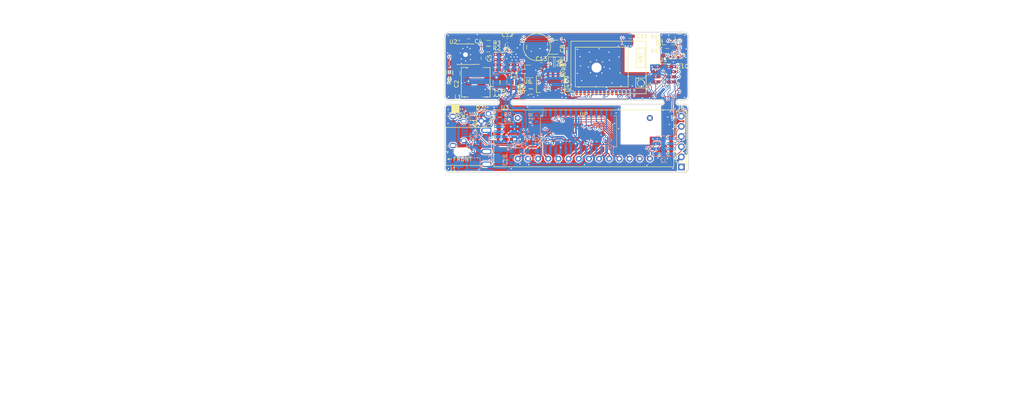
<source format=kicad_pcb>
(kicad_pcb (version 20171130) (host pcbnew 6.0.0-rc1-unknown-f2ccad3~66~ubuntu18.04.1)
  (layers (0 F.Cu signal) (31 B.Cu signal) (34 B.Paste user hide) (35 F.Paste user hide) (36 B.SilkS user) (37 F.SilkS user) (38 B.Mask user) (39 F.Mask user) (44 Edge.Cuts user))
  (net 0 "")
  (net 1 "Net-(D1-Pad1)")
  (net 2 "Net-(U1-Pad1)")
  (net 3 "Net-(U1-Pad5)")
  (net 4 "Net-(U1-Pad6)")
  (net 5 "Net-(U1-Pad8)")
  (net 6 "Net-(U1-Pad9)")
  (net 7 "Net-(U2-Pad5)")
  (net 8 "Net-(U4-Pad1)")
  (net 9 "Net-(U4-Pad2)")
  (net 10 "Net-(U4-Pad3)")
  (net 11 "Net-(U4-Pad7)")
  (net 12 "Net-(U5-Pad14)")
  (net 13 "Net-(U5-Pad12)")
  (net 14 "Net-(U5-Pad11)")
  (net 15 "Net-(U5-Pad10)")
  (net 16 "Net-(U5-Pad9)")
  (net 17 "Net-(U5-Pad8)")
  (net 18 "Net-(U5-Pad7)")
  (net 19 "Net-(U5-Pad5)")
  (net 20 "Net-(U5-Pad4)")
  (net 21 "Net-(D2-Pad1)")
  (net 22 "Net-(D2-Pad2)")
  (net 23 "Net-(J6-Pad1)")
  (net 24 GND)
  (net 25 +3V3)
  (net 26 /VIN)
  (net 27 "Net-(C4-Pad1)")
  (net 28 "Net-(C5-Pad2)")
  (net 29 "Net-(C5-Pad1)")
  (net 30 "Net-(C8-Pad1)")
  (net 31 E_EN)
  (net 32 E_AIN)
  (net 33 E_BUTTON)
  (net 34 E_LED_DIO)
  (net 35 E_RX)
  (net 36 E_LED_CLK)
  (net 37 E_TX)
  (net 38 E_LED_STB)
  (net 39 DTR)
  (net 40 RTS)
  (net 41 "Net-(Q2-Pad1)")
  (net 42 "Net-(Q3-Pad1)")
  (net 43 E_GPIO0)
  (net 44 "Net-(R1-Pad2)")
  (net 45 "Net-(R2-Pad1)")
  (net 46 E_SCL)
  (net 47 E_SDA)
  (net 48 "Net-(R8-Pad2)")
  (net 49 "Net-(U1-Pad10)")
  (net 50 "Net-(U1-Pad11)")
  (net 51 "Net-(U1-Pad12)")
  (net 52 "Net-(U1-Pad13)")
  (net 53 "Net-(U1-Pad14)")
  (net 54 "Net-(U1-Pad16)")
  (net 55 "Net-(U1-Pad17)")
  (net 56 "Net-(U1-Pad18)")
  (net 57 "Net-(U1-Pad20)")
  (net 58 "Net-(U1-Pad23)")
  (net 59 "Net-(U1-Pad24)")
  (net 60 "Net-(U1-Pad26)")
  (net 61 "Net-(U5-Pad17)")
  (net 62 "Net-(U5-Pad19)")
  (net 63 "Net-(U5-Pad18)")
  (net 64 "Net-(U5-Pad22)")
  (net 65 "Net-(U5-Pad21)")
  (net 66 "Net-(U5-Pad20)")
  (net 67 "Net-(U5-Pad32)")
  (net 68 "Net-(U5-Pad29)")
  (net 69 "Net-(U5-Pad26)")
  (net 70 "Net-(U5-Pad24)")
  (net 71 "Net-(U2-Pad6)")
  (net 72 "Net-(U1-Pad19)")
  (net 73 "Net-(U5-Pad36)")
  (net 74 "Net-(U5-Pad33)")
  (net 75 "Net-(U5-Pad30)")
  (net 76 "Net-(J7-Pad4)")
  (net 77 "Net-(J7-Pad3)")
  (net 78 "Net-(J7-Pad2)")
  (net 79 "Net-(J1-Pad3)")
  (net 80 "Net-(D3-Pad2)")
  (net 81 "Net-(D3-Pad1)")
  (net 82 "Net-(J1-Pad2)")
  (net 83 "Net-(D5-Pad2)")
  (net 84 /3V3_RTC)
  (net 85 "Net-(D6-Pad2)")
  (net 86 /3V3+)
  (net 87 "Net-(R14-Pad1)")
  (net 88 "Net-(U5-Pad13)")
  (module Diode_SMD:D_SOD-323 (layer F.Cu) (at 168.1 38.7 270)
    (fp_text reference D7 (at 0 -1.8 270) (layer F.SilkS))
    (fp_text value 1N4148W)
    (pad 2 smd rect (at 1.05 0 270) (size 0.6 0.45) (layers F.Cu F.Paste F.Mask) (net 86 /3V3+))
    (pad 1 smd rect (at -1.05 0 270) (size 0.6 0.45) (layers F.Cu F.Paste F.Mask) (net 84 /3V3_RTC))
  )
  (module Diode_SMD:D_SOD-323 (layer F.Cu) (at 166.8 38.7 270)
    (fp_text reference D6 (at 0 -1.85 270) (layer F.SilkS))
    (fp_text value 1N4148W)
    (pad 2 smd rect (at 1.05 0 270) (size 0.6 0.45) (layers F.Cu F.Paste F.Mask) (net 85 "Net-(D6-Pad2)"))
    (pad 1 smd rect (at -1.05 0 270) (size 0.6 0.45) (layers F.Cu F.Paste F.Mask) (net 24 GND))
  )
  (module Capacitor_SMD:C_0805_2012Metric (layer F.Cu) (at 164.2 39.3)
    (fp_text reference C13 (at 0 -1.65) (layer F.SilkS))
    (fp_text value 10u/35V)
    (pad 2 smd roundrect (at 0.9375 0) (size 0.975 1.4) (layers F.Cu F.Paste F.Mask) (net 24 GND))
    (pad 1 smd roundrect (at -0.9375 0) (size 0.975 1.4) (layers F.Cu F.Paste F.Mask) (net 86 /3V3+))
  )
  (module Package_TO_SOT_SMD:SOT-23 (layer F.Cu) (at 160.8 40.8 180)
    (fp_text reference U6 (at 0 -2.5 180) (layer F.SilkS))
    (fp_text value SE8533X2-HF)
    (pad 3 smd rect (at 1 0 180) (size 0.9 0.8) (layers F.Cu F.Paste F.Mask) (net 26 /VIN))
    (pad 2 smd rect (at -1 0.95 180) (size 0.9 0.8) (layers F.Cu F.Paste F.Mask) (net 86 /3V3+))
    (pad 1 smd rect (at -1 -0.95 180) (size 0.9 0.8) (layers F.Cu F.Paste F.Mask) (net 85 "Net-(D6-Pad2)"))
  )
  (module Resistor_SMD:R_0603_1608Metric (layer B.Cu) (at 163 52.6 270)
    (fp_text reference R14 (at 0 1.43 270) (layer B.SilkS) (effects (justify mirror)))
    (fp_text value 120R)
    (pad 2 smd roundrect (at 0.7875 0 270) (size 0.875 0.95) (layers B.Cu B.Paste B.Mask) (net 34 E_LED_DIO))
    (pad 1 smd roundrect (at -0.7875 0 270) (size 0.875 0.95) (layers B.Cu B.Paste B.Mask) (net 87 "Net-(R14-Pad1)"))
  )
  (module Diode_SMD:D_SOD-323_HandSoldering (layer B.Cu) (at 157.9 60.7 180)
    (fp_text reference D5 (at 0 1.85 180) (layer B.SilkS) (effects (justify mirror)))
    (fp_text value ESD5Z3.3T1G)
    (pad 2 smd rect (at 1.25 0 180) (size 1 1) (layers B.Cu B.Paste B.Mask) (net 83 "Net-(D5-Pad2)"))
    (pad 1 smd rect (at -1.25 0 180) (size 1 1) (layers B.Cu B.Paste B.Mask) (net 81 "Net-(D3-Pad1)"))
  )
  (module Resistor_SMD:R_0603_1608Metric (layer B.Cu) (at 161.3 58.9 180)
    (fp_text reference R13 (at 0 1.43 180) (layer B.SilkS) (effects (justify mirror)))
    (fp_text value 22K)
    (pad 2 smd roundrect (at 0.7875 0 180) (size 0.875 0.95) (layers B.Cu B.Paste B.Mask) (net 80 "Net-(D3-Pad2)"))
    (pad 1 smd roundrect (at -0.7875 0 180) (size 0.875 0.95) (layers B.Cu B.Paste B.Mask) (net 24 GND))
  )
  (module Resistor_SMD:R_0603_1608Metric (layer B.Cu) (at 156.625 62.925 270)
    (fp_text reference R12 (at 0 1.43 270) (layer B.SilkS) (effects (justify mirror)))
    (fp_text value 1M)
    (pad 2 smd roundrect (at 0.7875 0 270) (size 0.875 0.95) (layers B.Cu B.Paste B.Mask) (net 83 "Net-(D5-Pad2)"))
    (pad 1 smd roundrect (at -0.7875 0 270) (size 0.875 0.95) (layers B.Cu B.Paste B.Mask) (net 80 "Net-(D3-Pad2)"))
  )
  (module Package_TO_SOT_SMD:SOT-23 (layer B.Cu) (at 149.425 58.275 270)
    (fp_text reference Q4 (at 0 2.5 270) (layer B.SilkS) (effects (justify mirror)))
    (fp_text value AO3401)
    (pad 3 smd rect (at 1 0 270) (size 0.9 0.8) (layers B.Cu B.Paste B.Mask) (net 83 "Net-(D5-Pad2)"))
    (pad 2 smd rect (at -1 -0.95 270) (size 0.9 0.8) (layers B.Cu B.Paste B.Mask) (net 26 /VIN))
    (pad 1 smd rect (at -1 0.95 270) (size 0.9 0.8) (layers B.Cu B.Paste B.Mask) (net 80 "Net-(D3-Pad2)"))
  )
  (module Diode_SMD:D_SOD-323_HandSoldering (layer B.Cu) (at 161.9 60.7)
    (fp_text reference D3 (at 0 1.85) (layer B.SilkS) (effects (justify mirror)))
    (fp_text value ESD5Z3.3T1G)
    (pad 2 smd rect (at 1.25 0) (size 1 1) (layers B.Cu B.Paste B.Mask) (net 80 "Net-(D3-Pad2)"))
    (pad 1 smd rect (at -1.25 0) (size 1 1) (layers B.Cu B.Paste B.Mask) (net 81 "Net-(D3-Pad1)"))
  )
  (module Diode_SMD:D_SMA (layer B.Cu) (at 145.5 64 180)
    (fp_text reference D1 (at 0 2.5 180) (layer B.SilkS) (effects (justify mirror)))
    (fp_text value "28V TVS")
    (pad 2 smd rect (at 2 0 180) (size 2.5 1.8) (layers B.Cu B.Paste B.Mask) (net 24 GND))
    (pad 1 smd rect (at -2 0 180) (size 2.5 1.8) (layers B.Cu B.Paste B.Mask) (net 1 "Net-(D1-Pad1)"))
  )
  (module components:DC-044 (layer F.Cu) (at 140.3 60.8)
    (fp_text reference J1 (at 1.8 4.4) (layer F.SilkS))
    (fp_text value Barrel_Jack)
    (fp_text user FRONT (at 4.226 1.938) (layer F.SilkS))
    (pad "" np_thru_hole oval (at 4 0.1) (size 3.6 1.8) (drill oval 3.6 1.8) (layers *.Cu *.Mask))
    (pad 2 thru_hole oval (at 10.2 -5.3 90) (size 1.4 2.7) (drill oval 0.8 2) (layers *.Cu *.Mask) (net 82 "Net-(J1-Pad2)"))
    (pad 1 thru_hole oval (at 10.2 3.2 90) (size 1.4 2.7) (drill oval 0.8 2) (layers *.Cu *.Mask) (net 1 "Net-(D1-Pad1)"))
    (pad 3 thru_hole oval (at 10.2 0 90) (size 1.4 2.7) (drill oval 0.8 2) (layers *.Cu *.Mask) (net 79 "Net-(J1-Pad3)"))
  )
  (module Diode_SMD:D_SOD-323_HandSoldering (layer B.Cu) (at 147.02 53.7 270)
    (fp_text reference D4 (at 2.875 -0.68 270) (layer B.SilkS) (effects (justify mirror)))
    (fp_text value ESD5Z3.3T1G)
    (pad 2 smd rect (at 1.25 0 270) (size 1 1) (layers B.Cu B.Paste B.Mask) (net 24 GND))
    (pad 1 smd rect (at -1.25 0 270) (size 1 1) (layers B.Cu B.Paste B.Mask) (net 33 E_BUTTON))
  )
  (module Capacitor_SMD:C_0603_1608Metric (layer F.Cu) (at 155.675 33.125 180)
    (fp_text reference C12 (at -0.05 1.475 180) (layer F.SilkS))
    (fp_text value 2.2u)
    (pad 2 smd roundrect (at 0.7875 0 180) (size 0.875 0.95) (layers F.Cu F.Paste F.Mask) (net 24 GND))
    (pad 1 smd roundrect (at -0.7875 0 180) (size 0.875 0.95) (layers F.Cu F.Paste F.Mask) (net 32 E_AIN))
  )
  (module components:TTGO-Micro32 (layer F.Cu) (at 181 39.75 270)
    (fp_text reference U5 hide)
    (fp_text value TTGO-Micro32-Ver2 hide)
    (fp_text user ANT (at -2.4 -8 270) (layer F.SilkS))
    (pad 39 thru_hole circle (at 0.1 3 180) (size 2.9 2.9) (drill 2.5) (layers *.Cu F.Mask) (net 24 GND))
    (pad 39 smd roundrect (at 0.1 3 180) (size 4.5 4.5) (layers F.Cu F.Paste F.Mask) (net 24 GND))
    (pad 23 smd roundrect (at 3.42981 9.425852 180) (size 1.2 0.6) (layers F.Cu F.Paste F.Mask) (net 46 E_SCL))
    (pad 17 smd roundrect (at -2.51019 9.425852 180) (size 1.2 0.6) (layers F.Cu F.Paste F.Mask) (net 61 "Net-(U5-Pad17)"))
    (pad 19 smd roundrect (at -0.53019 9.425852 180) (size 1.2 0.6) (layers F.Cu F.Paste F.Mask) (net 62 "Net-(U5-Pad19)"))
    (pad 18 smd roundrect (at -1.52019 9.425852 180) (size 1.2 0.6) (layers F.Cu F.Paste F.Mask) (net 63 "Net-(U5-Pad18)"))
    (pad 22 smd roundrect (at 2.43981 9.425852 180) (size 1.2 0.6) (layers F.Cu F.Paste F.Mask) (net 64 "Net-(U5-Pad22)"))
    (pad 21 smd roundrect (at 1.44981 9.425852 180) (size 1.2 0.6) (layers F.Cu F.Paste F.Mask) (net 65 "Net-(U5-Pad21)"))
    (pad 20 smd roundrect (at 0.45981 9.425852 180) (size 1.2 0.6) (layers F.Cu F.Paste F.Mask) (net 66 "Net-(U5-Pad20)"))
    (pad 16 smd roundrect (at -3.50019 9.425852 180) (size 1.2 0.6) (layers F.Cu F.Paste F.Mask) (net 33 E_BUTTON))
    (pad 38 smd roundrect (at 6.374148 -5.90019 90) (size 1.2 0.6) (layers F.Cu F.Paste F.Mask) (net 24 GND))
    (pad 37 smd roundrect (at 6.374148 -4.91019 90) (size 1.2 0.6) (layers F.Cu F.Paste F.Mask) (net 34 E_LED_DIO))
    (pad 36 smd roundrect (at 6.374148 -3.92019 90) (size 1.2 0.6) (layers F.Cu F.Paste F.Mask) (net 73 "Net-(U5-Pad36)"))
    (pad 35 smd roundrect (at 6.374148 -2.93019 90) (size 1.2 0.6) (layers F.Cu F.Paste F.Mask) (net 37 E_TX))
    (pad 34 smd roundrect (at 6.374148 -1.94019 90) (size 1.2 0.6) (layers F.Cu F.Paste F.Mask) (net 35 E_RX))
    (pad 33 smd roundrect (at 6.374148 -0.95019 90) (size 1.2 0.6) (layers F.Cu F.Paste F.Mask) (net 74 "Net-(U5-Pad33)"))
    (pad 32 smd roundrect (at 6.374148 0.03981 90) (size 1.2 0.6) (layers F.Cu F.Paste F.Mask) (net 67 "Net-(U5-Pad32)"))
    (pad 31 smd roundrect (at 6.374148 1.02981 90) (size 1.2 0.6) (layers F.Cu F.Paste F.Mask) (net 36 E_LED_CLK))
    (pad 30 smd roundrect (at 6.374148 2.01981 90) (size 1.2 0.6) (layers F.Cu F.Paste F.Mask) (net 75 "Net-(U5-Pad30)"))
    (pad 29 smd roundrect (at 6.374148 3.00981 90) (size 1.2 0.6) (layers F.Cu F.Paste F.Mask) (net 68 "Net-(U5-Pad29)"))
    (pad 28 smd roundrect (at 6.374148 3.99981 90) (size 1.2 0.6) (layers F.Cu F.Paste F.Mask) (net 38 E_LED_STB))
    (pad 27 smd roundrect (at 6.374148 4.98981 90) (size 1.2 0.6) (layers F.Cu F.Paste F.Mask) (net 47 E_SDA))
    (pad 26 smd roundrect (at 6.374148 5.97981 90) (size 1.2 0.6) (layers F.Cu F.Paste F.Mask) (net 69 "Net-(U5-Pad26)"))
    (pad 25 smd roundrect (at 6.374148 6.96981 90) (size 1.2 0.6) (layers F.Cu F.Paste F.Mask) (net 43 E_GPIO0))
    (pad 24 smd roundrect (at 6.374148 7.95981 90) (size 1.2 0.6) (layers F.Cu F.Paste F.Mask) (net 70 "Net-(U5-Pad24)"))
    (pad 15 smd roundrect (at -6.3 7.96 270) (size 1.2 0.6) (layers F.Cu F.Paste F.Mask) (net 24 GND))
    (pad 14 smd roundrect (at -6.3 6.97 270) (size 1.2 0.6) (layers F.Cu F.Paste F.Mask) (net 12 "Net-(U5-Pad14)"))
    (pad 13 smd roundrect (at -6.3 5.98 270) (size 1.2 0.6) (layers F.Cu F.Paste F.Mask) (net 88 "Net-(U5-Pad13)"))
    (pad 12 smd roundrect (at -6.3 4.99 270) (size 1.2 0.6) (layers F.Cu F.Paste F.Mask) (net 13 "Net-(U5-Pad12)"))
    (pad 11 smd roundrect (at -6.3 4 270) (size 1.2 0.6) (layers F.Cu F.Paste F.Mask) (net 14 "Net-(U5-Pad11)"))
    (pad 10 smd roundrect (at -6.3 3.01 270) (size 1.2 0.6) (layers F.Cu F.Paste F.Mask) (net 15 "Net-(U5-Pad10)"))
    (pad 9 smd roundrect (at -6.3 2.02 270) (size 1.2 0.6) (layers F.Cu F.Paste F.Mask) (net 16 "Net-(U5-Pad9)"))
    (pad 8 smd roundrect (at -6.3 1.03 270) (size 1.2 0.6) (layers F.Cu F.Paste F.Mask) (net 17 "Net-(U5-Pad8)"))
    (pad 7 smd roundrect (at -6.3 0.04 270) (size 1.2 0.6) (layers F.Cu F.Paste F.Mask) (net 18 "Net-(U5-Pad7)"))
    (pad 6 smd roundrect (at -6.3 -0.95 270) (size 1.2 0.6) (layers F.Cu F.Paste F.Mask) (net 32 E_AIN))
    (pad 5 smd roundrect (at -6.3 -1.94 270) (size 1.2 0.6) (layers F.Cu F.Paste F.Mask) (net 19 "Net-(U5-Pad5)"))
    (pad 4 smd roundrect (at -6.3 -2.93 270) (size 1.2 0.6) (layers F.Cu F.Paste F.Mask) (net 20 "Net-(U5-Pad4)"))
    (pad 3 smd roundrect (at -6.3 -3.92 270) (size 1.2 0.6) (layers F.Cu F.Paste F.Mask) (net 31 E_EN))
    (pad 2 smd roundrect (at -6.3 -4.91 270) (size 1.2 0.6) (layers F.Cu F.Paste F.Mask) (net 25 +3V3))
    (pad 1 smd roundrect (at -6.3 -5.9 270) (size 1.2 0.6) (layers F.Cu F.Paste F.Mask) (net 24 GND))
  )
  (module Fuse:Fuse_1812_4532Metric (layer B.Cu) (at 153.924 62.484 90)
    (fp_text reference F1 (at -0.016 -2.324 90) (layer B.SilkS) (effects (justify mirror)))
    (fp_text value "1A hold")
    (pad 2 smd roundrect (at 2.1375 0 90) (size 1.125 3.4) (layers B.Cu B.Paste B.Mask) (roundrect_rratio 0.222222) (net 83 "Net-(D5-Pad2)"))
    (pad 1 smd roundrect (at -2.1375 0 90) (size 1.125 3.4) (layers B.Cu B.Paste B.Mask) (roundrect_rratio 0.222222) (net 1 "Net-(D1-Pad1)"))
  )
  (module components:USB_Micro-B_Jing_A01SB141B1-067 (layer B.Cu) (at 144.8 55.675 90)
    (fp_text reference J7 (at -3.375 1.3 90) (layer B.SilkS) (effects (justify mirror)))
    (fp_text value USB_B_Micro)
    (pad 6 thru_hole oval (at 3.625 -2.68) (size 1.7 1.35) (drill oval 1.2 0.7) (layers *.Cu *.Mask) (net 79 "Net-(J1-Pad3)"))
    (pad 6 thru_hole oval (at -3.625 -2.68) (size 1.7 1.35) (drill oval 1.2 0.7) (layers *.Cu *.Mask) (net 79 "Net-(J1-Pad3)"))
    (pad 6 thru_hole oval (at 2.425 -0.015) (size 1.5 1.1) (drill oval 1.05 0.7) (layers *.Cu *.Mask) (net 79 "Net-(J1-Pad3)"))
    (pad 6 thru_hole oval (at -2.425 -0.015) (size 1.5 1.1) (drill oval 1.05 0.7) (layers *.Cu *.Mask) (net 79 "Net-(J1-Pad3)"))
    (pad 5 smd rect (at 1.275 0.265) (size 1.65 0.4) (layers B.Cu B.Paste B.Mask) (net 79 "Net-(J1-Pad3)"))
    (pad 4 smd rect (at 0.625 0.265) (size 1.65 0.4) (layers B.Cu B.Paste B.Mask) (net 76 "Net-(J7-Pad4)"))
    (pad 3 smd rect (at -0.025 0.265) (size 1.65 0.4) (layers B.Cu B.Paste B.Mask) (net 77 "Net-(J7-Pad3)"))
    (pad 2 smd rect (at -0.675 0.265) (size 1.65 0.4) (layers B.Cu B.Paste B.Mask) (net 78 "Net-(J7-Pad2)"))
    (pad 1 smd rect (at -1.325 0.265) (size 1.65 0.4) (layers B.Cu B.Paste B.Mask) (net 1 "Net-(D1-Pad1)"))
  )
  (module Capacitors_SMD:C_0603 (layer F.Cu) (at 186.4 32)
    (fp_text reference C11 (at 3.025 0) (layer F.SilkS))
    (fp_text value 1u)
    (pad 2 smd rect (at 0.75 0) (size 0.8 0.75) (layers F.Cu F.Paste F.Mask) (net 24 GND))
    (pad 1 smd rect (at -0.75 0) (size 0.8 0.75) (layers F.Cu F.Paste F.Mask) (net 25 +3V3))
  )
  (module Housings_SOIC:HTSOP-8-1EP_3.9x4.9mm_Pitch1.27mm (layer F.Cu) (at 145.25 36.5 180)
    (fp_text reference U2 (at 3.025 3.1 180) (layer F.SilkS))
    (fp_text value JW5150A)
    (pad 1 smd rect (at -2.7 -1.905 180) (size 1.55 0.6) (layers F.Cu F.Paste F.Mask) (net 28 "Net-(C5-Pad2)"))
    (pad 2 smd rect (at -2.7 -0.635 180) (size 1.55 0.6) (layers F.Cu F.Paste F.Mask) (net 29 "Net-(C5-Pad1)"))
    (pad 3 smd rect (at -2.7 0.635 180) (size 1.55 0.6) (layers F.Cu F.Paste F.Mask) (net 27 "Net-(C4-Pad1)"))
    (pad 4 smd rect (at -2.7 1.905 180) (size 1.55 0.6) (layers F.Cu F.Paste F.Mask) (net 45 "Net-(R2-Pad1)"))
    (pad 5 smd rect (at 2.7 1.905 180) (size 1.55 0.6) (layers F.Cu F.Paste F.Mask) (net 7 "Net-(U2-Pad5)"))
    (pad 6 smd rect (at 2.7 0.635 180) (size 1.55 0.6) (layers F.Cu F.Paste F.Mask) (net 71 "Net-(U2-Pad6)"))
    (pad 7 smd rect (at 2.7 -0.635 180) (size 1.55 0.6) (layers F.Cu F.Paste F.Mask) (net 44 "Net-(R1-Pad2)"))
    (pad 8 smd rect (at 2.7 -1.905 180) (size 1.55 0.6) (layers F.Cu F.Paste F.Mask) (net 26 /VIN))
    (pad 9 smd rect (at 0.6 0.8 180) (size 1.2 1.6) (layers F.Cu F.Paste F.Mask) (net 24 GND))
    (pad 9 smd rect (at 0.6 -0.8 180) (size 1.2 1.6) (layers F.Cu F.Paste F.Mask) (net 24 GND))
    (pad 9 smd rect (at -0.6 0.8 180) (size 1.2 1.6) (layers F.Cu F.Paste F.Mask) (net 24 GND))
    (pad 9 smd rect (at -0.6 -0.8 180) (size 1.2 1.6) (layers F.Cu F.Paste F.Mask) (net 24 GND))
    (pad 9 thru_hole circle (at 0 -0.1 180) (size 1.6 1.6) (drill 1.2) (layers *.Cu F.Mask) (net 24 GND))
  )
  (module components:BAT_6814_LAY (layer F.Cu) (at 167.8 34.7 90)
    (fp_text reference C8 (at -0.425 1.675 90) (layer F.SilkS))
    (fp_text value EDLC)
    (pad 2 smd circle (at 0 -4.75 90) (size 6.8 6.8) (layers F.Cu) (net 24 GND))
    (pad 2 smd oval (at 0.8 -0.1 90) (size 1.1 2) (layers F.Cu F.Paste F.Mask) (net 24 GND))
    (pad 1 smd rect (at -0.9 0 90) (size 1.1 1.6) (layers F.Cu F.Paste F.Mask) (net 30 "Net-(C8-Pad1)"))
  )
  (module components:LED_MODULE-CLOCK-3662B (layer F.Cu) (at 174.825001 57.525001)
    (fp_text reference U3 (at -19.725001 -7.725001) (layer F.SilkS))
    (fp_text value 6digit_7segment_led_for_clock_3662B)
    (fp_text user UP (at 0 -6) (layer F.SilkS))
    (pad NC thru_hole circle (at -16.51 -5.08) (size 1.524 1.524) (drill 0.8) (layers *.Cu *.Mask))
    (pad NC thru_hole circle (at 16.51 -5.08) (size 1.524 1.524) (drill 0.8) (layers *.Cu *.Mask))
    (pad 14 thru_hole circle (at 16.51 5.08) (size 1.524 1.524) (drill 0.8) (layers *.Cu *.Mask) (net 5 "Net-(U1-Pad8)"))
    (pad 13 thru_hole circle (at 13.97 5.08) (size 1.524 1.524) (drill 0.8) (layers *.Cu *.Mask) (net 6 "Net-(U1-Pad9)"))
    (pad 12 thru_hole circle (at 11.43 5.08) (size 1.524 1.524) (drill 0.8) (layers *.Cu *.Mask) (net 49 "Net-(U1-Pad10)"))
    (pad 11 thru_hole circle (at 8.89 5.08) (size 1.524 1.524) (drill 0.8) (layers *.Cu *.Mask) (net 50 "Net-(U1-Pad11)"))
    (pad 10 thru_hole circle (at 6.35 5.08) (size 1.524 1.524) (drill 0.8) (layers *.Cu *.Mask) (net 51 "Net-(U1-Pad12)"))
    (pad 9 thru_hole circle (at 3.81 5.08) (size 1.524 1.524) (drill 0.8) (layers *.Cu *.Mask) (net 52 "Net-(U1-Pad13)"))
    (pad 8 thru_hole circle (at 1.27 5.08) (size 1.524 1.524) (drill 0.8) (layers *.Cu *.Mask) (net 53 "Net-(U1-Pad14)"))
    (pad 7 thru_hole circle (at -1.27 5.08) (size 1.524 1.524) (drill 0.8) (layers *.Cu *.Mask) (net 22 "Net-(D2-Pad2)"))
    (pad 6 thru_hole circle (at -3.81 5.08) (size 1.524 1.524) (drill 0.8) (layers *.Cu *.Mask) (net 21 "Net-(D2-Pad1)"))
    (pad 5 thru_hole circle (at -6.35 5.08) (size 1.524 1.524) (drill 0.8) (layers *.Cu *.Mask) (net 60 "Net-(U1-Pad26)"))
    (pad 4 thru_hole circle (at -8.89 5.08) (size 1.524 1.524) (drill 0.8) (layers *.Cu *.Mask) (net 59 "Net-(U1-Pad24)"))
    (pad 3 thru_hole circle (at -11.43 5.08) (size 1.524 1.524) (drill 0.8) (layers *.Cu *.Mask) (net 58 "Net-(U1-Pad23)"))
    (pad 2 thru_hole circle (at -13.97 5.08) (size 1.524 1.524) (drill 0.8) (layers *.Cu *.Mask) (net 57 "Net-(U1-Pad20)"))
    (pad 1 thru_hole circle (at -16.51 5.08) (size 1.524 1.524) (drill 0.8) (layers *.Cu *.Mask) (net 72 "Net-(U1-Pad19)"))
  )
  (module components:TACT_SW_SMD_Panasonic-EVPAWBD2A (layer F.Cu) (at 142.725 50.1 180)
    (fp_text reference SW1 (at -1.975 -1.8 180) (layer F.SilkS))
    (fp_text value SW_PUSH_SMALL_H)
    (pad 2 smd rect (at -1.85 0 180) (size 1 1.5) (layers F.Cu F.Paste F.Mask) (net 33 E_BUTTON))
    (pad 1 smd oval (at 1.85 0 180) (size 1 1.5) (layers F.Cu F.Paste F.Mask) (net 24 GND))
  )
  (module Resistors_SMD:R_0603 (layer F.Cu) (at 198.77 32.18 180)
    (fp_text reference R11 (at 5.87 -0.02 180) (layer F.SilkS))
    (fp_text value 10k)
    (pad 1 smd rect (at -0.75 0 180) (size 0.5 0.9) (layers F.Cu F.Paste F.Mask) (net 42 "Net-(Q3-Pad1)"))
    (pad 2 smd rect (at 0.75 0 180) (size 0.5 0.9) (layers F.Cu F.Paste F.Mask) (net 40 RTS))
  )
  (module Resistors_SMD:R_0603 (layer F.Cu) (at 195.7 35.75)
    (fp_text reference R10 (at -2.75 -0.05) (layer F.SilkS))
    (fp_text value 10k)
    (pad 1 smd rect (at -0.75 0) (size 0.5 0.9) (layers F.Cu F.Paste F.Mask) (net 41 "Net-(Q2-Pad1)"))
    (pad 2 smd rect (at 0.75 0) (size 0.5 0.9) (layers F.Cu F.Paste F.Mask) (net 39 DTR))
  )
  (module Resistors_SMD:R_0603 (layer B.Cu) (at 153.75 53)
    (fp_text reference R9 (at 2.05 0.125) (layer B.SilkS) (effects (justify mirror)))
    (fp_text value 22k)
    (pad 1 smd rect (at -0.75 0) (size 0.5 0.9) (layers B.Cu B.Paste B.Mask) (net 48 "Net-(R8-Pad2)"))
    (pad 2 smd rect (at 0.75 0) (size 0.5 0.9) (layers B.Cu B.Paste B.Mask) (net 25 +3V3))
  )
  (module Resistors_SMD:R_0603 (layer B.Cu) (at 153.75 51.5)
    (fp_text reference R8 (at 2.1 0.1) (layer B.SilkS) (effects (justify mirror)))
    (fp_text value 10k)
    (pad 1 smd rect (at -0.75 0) (size 0.5 0.9) (layers B.Cu B.Paste B.Mask) (net 32 E_AIN))
    (pad 2 smd rect (at 0.75 0) (size 0.5 0.9) (layers B.Cu B.Paste B.Mask) (net 48 "Net-(R8-Pad2)"))
  )
  (module Resistors_SMD:R_0603 (layer B.Cu) (at 148.79 50.88 90)
    (fp_text reference R7 (at 0.805 1.485 90) (layer B.SilkS) (effects (justify mirror)))
    (fp_text value 10k)
    (pad 1 smd rect (at -0.75 0 90) (size 0.5 0.9) (layers B.Cu B.Paste B.Mask) (net 24 GND))
    (pad 2 smd rect (at 0.75 0 90) (size 0.5 0.9) (layers B.Cu B.Paste B.Mask) (net 32 E_AIN))
  )
  (module Resistors_SMD:R_0603 (layer F.Cu) (at 161.6 45.8 180)
    (fp_text reference R6 (at 2.375 0.05 180) (layer F.SilkS))
    (fp_text value 4.7k)
    (pad 1 smd rect (at -0.75 0 180) (size 0.5 0.9) (layers F.Cu F.Paste F.Mask) (net 47 E_SDA))
    (pad 2 smd rect (at 0.75 0 180) (size 0.5 0.9) (layers F.Cu F.Paste F.Mask) (net 25 +3V3))
  )
  (module Resistors_SMD:R_0603 (layer F.Cu) (at 161.6 44.5 180)
    (fp_text reference R5 (at 2.25 -0.125 180) (layer F.SilkS))
    (fp_text value 4.7k)
    (pad 1 smd rect (at -0.75 0 180) (size 0.5 0.9) (layers F.Cu F.Paste F.Mask) (net 46 E_SCL))
    (pad 2 smd rect (at 0.75 0 180) (size 0.5 0.9) (layers F.Cu F.Paste F.Mask) (net 25 +3V3))
  )
  (module Resistors_SMD:R_0603 (layer F.Cu) (at 169.975 37.55 270)
    (fp_text reference R4 (at 2.1 0.1 270) (layer F.SilkS))
    (fp_text value 1k)
    (pad 1 smd rect (at -0.75 0 270) (size 0.5 0.9) (layers F.Cu F.Paste F.Mask) (net 30 "Net-(C8-Pad1)"))
    (pad 2 smd rect (at 0.75 0 270) (size 0.5 0.9) (layers F.Cu F.Paste F.Mask) (net 84 /3V3_RTC))
  )
  (module Resistors_SMD:R_0603 (layer F.Cu) (at 151 33.75 180)
    (fp_text reference R3 (at -2.1 0.025 180) (layer F.SilkS))
    (fp_text value 16k)
    (pad 1 smd rect (at -0.75 0 180) (size 0.5 0.9) (layers F.Cu F.Paste F.Mask) (net 24 GND))
    (pad 2 smd rect (at 0.75 0 180) (size 0.5 0.9) (layers F.Cu F.Paste F.Mask) (net 45 "Net-(R2-Pad1)"))
  )
  (module Resistors_SMD:R_0603 (layer F.Cu) (at 151 35.25)
    (fp_text reference R2 (at 2.05 -0.25) (layer F.SilkS))
    (fp_text value 49.9k)
    (pad 1 smd rect (at -0.75 0) (size 0.5 0.9) (layers F.Cu F.Paste F.Mask) (net 45 "Net-(R2-Pad1)"))
    (pad 2 smd rect (at 0.75 0) (size 0.5 0.9) (layers F.Cu F.Paste F.Mask) (net 25 +3V3))
  )
  (module Resistors_SMD:R_0603 (layer F.Cu) (at 141.25 41 270)
    (fp_text reference R1 (at 2.18 0.026 270) (layer F.SilkS))
    (fp_text value 100k)
    (pad 1 smd rect (at -0.75 0 270) (size 0.5 0.9) (layers F.Cu F.Paste F.Mask) (net 26 /VIN))
    (pad 2 smd rect (at 0.75 0 270) (size 0.5 0.9) (layers F.Cu F.Paste F.Mask) (net 44 "Net-(R1-Pad2)"))
  )
  (module TO_SOT_Packages_SMD:SOT-23 (layer F.Cu) (at 198.64 34.88 180)
    (fp_text reference Q3 (at 1.69 -2.345 180) (layer F.SilkS))
    (fp_text value Q_NPN_BEC)
    (pad 1 smd rect (at -1 -0.95 180) (size 0.9 0.8) (layers F.Cu F.Paste F.Mask) (net 42 "Net-(Q3-Pad1)"))
    (pad 2 smd rect (at -1 0.95 180) (size 0.9 0.8) (layers F.Cu F.Paste F.Mask) (net 39 DTR))
    (pad 3 smd rect (at 1 0 180) (size 0.9 0.8) (layers F.Cu F.Paste F.Mask) (net 43 E_GPIO0))
  )
  (module TO_SOT_Packages_SMD:SOT-23 (layer F.Cu) (at 196.04 33.42 270)
    (fp_text reference Q2 (at 0.43 2.515 270) (layer F.SilkS))
    (fp_text value Q_NPN_BEC)
    (pad 1 smd rect (at -1 -0.95 270) (size 0.9 0.8) (layers F.Cu F.Paste F.Mask) (net 41 "Net-(Q2-Pad1)"))
    (pad 2 smd rect (at -1 0.95 270) (size 0.9 0.8) (layers F.Cu F.Paste F.Mask) (net 40 RTS))
    (pad 3 smd rect (at 1 0 270) (size 0.9 0.8) (layers F.Cu F.Paste F.Mask) (net 31 E_EN))
  )
  (module LEDs:LED_D3.0mm (layer F.Cu) (at 149.2 53.2 45)
    (fp_text reference Q1 (at -1.414214 -0.848528 90) (layer F.SilkS))
    (fp_text value NJL7302L-F3)
    (pad 1 thru_hole circle (at 0 0 45) (size 1.4 1.4) (drill 0.9) (layers *.Cu *.Mask) (net 24 GND))
    (pad 2 thru_hole circle (at 2.54 0 45) (size 1.4 1.4) (drill 0.9) (layers *.Cu *.Mask) (net 32 E_AIN))
  )
  (module components:LED1608_Handsoldering (layer F.Cu) (at 146.625 50.2 180)
    (fp_text reference D2 (at -2.175 0.3) (layer F.SilkS))
    (fp_text value LED)
    (pad 2 smd rect (at 0.55 0 270) (size 0.8 0.7) (drill (offset 0 0.2)) (layers F.Cu F.Paste F.Mask) (net 22 "Net-(D2-Pad2)"))
    (pad 2 smd rect (at 0.55 0 270) (size 1.1 0.5) (layers F.Cu F.Paste F.Mask) (net 22 "Net-(D2-Pad2)"))
    (pad 1 smd rect (at -0.55 0 270) (size 1.1 0.5) (layers F.Cu F.Paste F.Mask) (net 21 "Net-(D2-Pad1)"))
    (pad 1 smd rect (at -0.55 0 270) (size 0.8 0.7) (drill (offset 0 -0.2)) (layers F.Cu F.Paste F.Mask) (net 21 "Net-(D2-Pad1)"))
  )
  (module Capacitors_SMD:C_0603 (layer F.Cu) (at 199.2 38.2)
    (fp_text reference C10 (at 0.325 1.325) (layer F.SilkS))
    (fp_text value 0.1u)
    (pad 2 smd rect (at 0.75 0) (size 0.8 0.75) (layers F.Cu F.Paste F.Mask) (net 31 E_EN))
    (pad 1 smd rect (at -0.75 0) (size 0.8 0.75) (layers F.Cu F.Paste F.Mask) (net 24 GND))
  )
  (module Capacitors_SMD:C_0603 (layer F.Cu) (at 170.775 45.225 270)
    (fp_text reference C9 (at -2.375 0.15 270) (layer F.SilkS))
    (fp_text value 0.1u)
    (pad 2 smd rect (at 0.75 0 270) (size 0.8 0.75) (layers F.Cu F.Paste F.Mask) (net 24 GND))
    (pad 1 smd rect (at -0.75 0 270) (size 0.8 0.75) (layers F.Cu F.Paste F.Mask) (net 84 /3V3_RTC))
  )
  (module Capacitors_SMD:C_0805 (layer F.Cu) (at 153 43.5 270)
    (fp_text reference C7 (at 2.775 -0.15 270) (layer F.SilkS))
    (fp_text value 10u/35V)
    (pad 1 smd rect (at -1 0 270) (size 1 1.25) (layers F.Cu F.Paste F.Mask) (net 25 +3V3))
    (pad 2 smd rect (at 1 0 270) (size 1 1.25) (layers F.Cu F.Paste F.Mask) (net 24 GND))
  )
  (module Capacitors_SMD:C_0805 (layer F.Cu) (at 154.75 43.5 270)
    (fp_text reference C6 (at 2.575 0.075 270) (layer F.SilkS))
    (fp_text value 10u/35V)
    (pad 1 smd rect (at -1 0 270) (size 1 1.25) (layers F.Cu F.Paste F.Mask) (net 25 +3V3))
    (pad 2 smd rect (at 1 0 270) (size 1 1.25) (layers F.Cu F.Paste F.Mask) (net 24 GND))
  )
  (module Capacitors_SMD:C_0603 (layer F.Cu) (at 149.75 37.5 270)
    (fp_text reference C5 (at 0 -1.5 270) (layer F.SilkS))
    (fp_text value 0.1u)
    (pad 2 smd rect (at 0.75 0 270) (size 0.8 0.75) (layers F.Cu F.Paste F.Mask) (net 28 "Net-(C5-Pad2)"))
    (pad 1 smd rect (at -0.75 0 270) (size 0.8 0.75) (layers F.Cu F.Paste F.Mask) (net 29 "Net-(C5-Pad1)"))
  )
  (module Capacitors_SMD:C_0603 (layer F.Cu) (at 146 33.25 180)
    (fp_text reference C4 (at -2.475 -0.05 180) (layer F.SilkS))
    (fp_text value 2.2u)
    (pad 2 smd rect (at 0.75 0 180) (size 0.8 0.75) (layers F.Cu F.Paste F.Mask) (net 24 GND))
    (pad 1 smd rect (at -0.75 0 180) (size 0.8 0.75) (layers F.Cu F.Paste F.Mask) (net 27 "Net-(C4-Pad1)"))
  )
  (module Capacitors_SMD:C_0805 (layer F.Cu) (at 157.8 43.5)
    (fp_text reference C3 (at -0.375 -1.75) (layer F.SilkS))
    (fp_text value 10u/35V)
    (pad 1 smd rect (at -1 0) (size 1 1.25) (layers F.Cu F.Paste F.Mask) (net 26 /VIN))
    (pad 2 smd rect (at 1 0) (size 1 1.25) (layers F.Cu F.Paste F.Mask) (net 24 GND))
  )
  (module Capacitors_SMD:C_0805 (layer F.Cu) (at 143 41.25 270)
    (fp_text reference C2 (at 2.692 -0.002 270) (layer F.SilkS))
    (fp_text value 10u/35V)
    (pad 1 smd rect (at -1 0 270) (size 1 1.25) (layers F.Cu F.Paste F.Mask) (net 26 /VIN))
    (pad 2 smd rect (at 1 0 270) (size 1 1.25) (layers F.Cu F.Paste F.Mask) (net 24 GND))
  )
  (module Capacitors_SMD:C_0603 (layer B.Cu) (at 163.325 58.175 270)
    (fp_text reference C1 (at -0.1 -1.425 270) (layer B.SilkS) (effects (justify mirror)))
    (fp_text value 0.1u)
    (pad 2 smd rect (at 0.75 0 270) (size 0.8 0.75) (layers B.Cu B.Paste B.Mask) (net 24 GND))
    (pad 1 smd rect (at -0.75 0 270) (size 0.8 0.75) (layers B.Cu B.Paste B.Mask) (net 25 +3V3))
  )
  (module Inductors:Inductor_Wurth_HCM-7050 (layer F.Cu) (at 147.8 43.5 270)
    (fp_text reference L1 (at 3.7 4.425) (layer F.SilkS))
    (fp_text value 10uH)
    (pad 1 smd rect (at -2.65 0 270) (size 2 3.1) (layers F.Cu F.Paste F.Mask) (net 28 "Net-(C5-Pad2)"))
    (pad 2 smd rect (at 2.65 0 270) (size 2 3.1) (layers F.Cu F.Paste F.Mask) (net 25 +3V3))
  )
  (module Housings_SOIC:SOIC-28W_7.5x18.7mm_Pitch1.27mm (layer B.Cu) (at 173.5 55.8 270)
    (fp_text reference U1 (at 2.4 10.4 270) (layer B.SilkS) (effects (justify mirror)))
    (fp_text value TM1627)
    (pad 1 smd rect (at -4.7 8.255 270) (size 2 0.6) (layers B.Cu B.Paste B.Mask) (net 2 "Net-(U1-Pad1)"))
    (pad 2 smd rect (at -4.7 6.985 270) (size 2 0.6) (layers B.Cu B.Paste B.Mask) (net 87 "Net-(R14-Pad1)"))
    (pad 3 smd rect (at -4.7 5.715 270) (size 2 0.6) (layers B.Cu B.Paste B.Mask) (net 36 E_LED_CLK))
    (pad 4 smd rect (at -4.7 4.445 270) (size 2 0.6) (layers B.Cu B.Paste B.Mask) (net 38 E_LED_STB))
    (pad 5 smd rect (at -4.7 3.175 270) (size 2 0.6) (layers B.Cu B.Paste B.Mask) (net 3 "Net-(U1-Pad5)"))
    (pad 6 smd rect (at -4.7 1.905 270) (size 2 0.6) (layers B.Cu B.Paste B.Mask) (net 4 "Net-(U1-Pad6)"))
    (pad 7 smd rect (at -4.7 0.635 270) (size 2 0.6) (layers B.Cu B.Paste B.Mask) (net 25 +3V3))
    (pad 8 smd rect (at -4.7 -0.635 270) (size 2 0.6) (layers B.Cu B.Paste B.Mask) (net 5 "Net-(U1-Pad8)"))
    (pad 9 smd rect (at -4.7 -1.905 270) (size 2 0.6) (layers B.Cu B.Paste B.Mask) (net 6 "Net-(U1-Pad9)"))
    (pad 10 smd rect (at -4.7 -3.175 270) (size 2 0.6) (layers B.Cu B.Paste B.Mask) (net 49 "Net-(U1-Pad10)"))
    (pad 11 smd rect (at -4.7 -4.445 270) (size 2 0.6) (layers B.Cu B.Paste B.Mask) (net 50 "Net-(U1-Pad11)"))
    (pad 12 smd rect (at -4.7 -5.715 270) (size 2 0.6) (layers B.Cu B.Paste B.Mask) (net 51 "Net-(U1-Pad12)"))
    (pad 13 smd rect (at -4.7 -6.985 270) (size 2 0.6) (layers B.Cu B.Paste B.Mask) (net 52 "Net-(U1-Pad13)"))
    (pad 14 smd rect (at -4.7 -8.255 270) (size 2 0.6) (layers B.Cu B.Paste B.Mask) (net 53 "Net-(U1-Pad14)"))
    (pad 15 smd rect (at 4.7 -8.255 270) (size 2 0.6) (layers B.Cu B.Paste B.Mask) (net 22 "Net-(D2-Pad2)"))
    (pad 16 smd rect (at 4.7 -6.985 270) (size 2 0.6) (layers B.Cu B.Paste B.Mask) (net 54 "Net-(U1-Pad16)"))
    (pad 17 smd rect (at 4.7 -5.715 270) (size 2 0.6) (layers B.Cu B.Paste B.Mask) (net 55 "Net-(U1-Pad17)"))
    (pad 18 smd rect (at 4.7 -4.445 270) (size 2 0.6) (layers B.Cu B.Paste B.Mask) (net 56 "Net-(U1-Pad18)"))
    (pad 19 smd rect (at 4.7 -3.175 270) (size 2 0.6) (layers B.Cu B.Paste B.Mask) (net 72 "Net-(U1-Pad19)"))
    (pad 20 smd rect (at 4.7 -1.905 270) (size 2 0.6) (layers B.Cu B.Paste B.Mask) (net 57 "Net-(U1-Pad20)"))
    (pad 21 smd rect (at 4.7 -0.635 270) (size 2 0.6) (layers B.Cu B.Paste B.Mask) (net 25 +3V3))
    (pad 22 smd rect (at 4.7 0.635 270) (size 2 0.6) (layers B.Cu B.Paste B.Mask) (net 24 GND))
    (pad 23 smd rect (at 4.7 1.905 270) (size 2 0.6) (layers B.Cu B.Paste B.Mask) (net 58 "Net-(U1-Pad23)"))
    (pad 24 smd rect (at 4.7 3.175 270) (size 2 0.6) (layers B.Cu B.Paste B.Mask) (net 59 "Net-(U1-Pad24)"))
    (pad 25 smd rect (at 4.7 4.445 270) (size 2 0.6) (layers B.Cu B.Paste B.Mask) (net 24 GND))
    (pad 26 smd rect (at 4.7 5.715 270) (size 2 0.6) (layers B.Cu B.Paste B.Mask) (net 60 "Net-(U1-Pad26)"))
    (pad 27 smd rect (at 4.7 6.985 270) (size 2 0.6) (layers B.Cu B.Paste B.Mask) (net 21 "Net-(D2-Pad1)"))
    (pad 28 smd rect (at 4.7 8.255 270) (size 2 0.6) (layers B.Cu B.Paste B.Mask) (net 24 GND))
  )
  (module Pin_Headers:Pin_Header_Straight_2x04_Pitch1.27mm_SMD (layer F.Cu) (at 155.5 38.5)
    (fp_text reference J4 (at 0 -3.6) (layer F.SilkS))
    (fp_text value Conn_02x04_Odd_Even)
    (pad 1 smd rect (at -1.95 -1.905) (size 2.4 0.74) (layers F.Cu F.Paste F.Mask) (net 33 E_BUTTON))
    (pad 2 smd rect (at 1.95 -1.905) (size 2.4 0.74) (layers F.Cu F.Paste F.Mask) (net 24 GND))
    (pad 3 smd rect (at -1.95 -0.635) (size 2.4 0.74) (layers F.Cu F.Paste F.Mask) (net 32 E_AIN))
    (pad 4 smd rect (at 1.95 -0.635) (size 2.4 0.74) (layers F.Cu F.Paste F.Mask) (net 24 GND))
    (pad 5 smd rect (at -1.95 0.635) (size 2.4 0.74) (layers F.Cu F.Paste F.Mask) (net 25 +3V3))
    (pad 6 smd rect (at 1.95 0.635) (size 2.4 0.74) (layers F.Cu F.Paste F.Mask) (net 26 /VIN))
    (pad 7 smd rect (at -1.95 1.905) (size 2.4 0.74) (layers F.Cu F.Paste F.Mask) (net 25 +3V3))
    (pad 8 smd rect (at 1.95 1.905) (size 2.4 0.74) (layers F.Cu F.Paste F.Mask) (net 26 /VIN))
  )
  (module Pin_Headers:Pin_Header_Straight_2x04_Pitch1.27mm_SMD (layer F.Cu) (at 194.75 41.5)
    (fp_text reference J5 (at 0 -3.6) (layer F.SilkS))
    (fp_text value Conn_02x04_Odd_Even)
    (pad 1 smd rect (at -1.95 -1.905) (size 2.4 0.74) (layers F.Cu F.Paste F.Mask) (net 24 GND))
    (pad 2 smd rect (at 1.95 -1.905) (size 2.4 0.74) (layers F.Cu F.Paste F.Mask) (net 40 RTS))
    (pad 3 smd rect (at -1.95 -0.635) (size 2.4 0.74) (layers F.Cu F.Paste F.Mask) (net 38 E_LED_STB))
    (pad 4 smd rect (at 1.95 -0.635) (size 2.4 0.74) (layers F.Cu F.Paste F.Mask) (net 39 DTR))
    (pad 5 smd rect (at -1.95 0.635) (size 2.4 0.74) (layers F.Cu F.Paste F.Mask) (net 36 E_LED_CLK))
    (pad 6 smd rect (at 1.95 0.635) (size 2.4 0.74) (layers F.Cu F.Paste F.Mask) (net 37 E_TX))
    (pad 7 smd rect (at -1.95 1.905) (size 2.4 0.74) (layers F.Cu F.Paste F.Mask) (net 34 E_LED_DIO))
    (pad 8 smd rect (at 1.95 1.905) (size 2.4 0.74) (layers F.Cu F.Paste F.Mask) (net 35 E_RX))
  )
  (module Pin_Headers:Pin_Header_Straight_2x04_Pitch1.27mm_SMD (layer B.Cu) (at 194.75 59.5)
    (fp_text reference J2 (at 0 3.6) (layer B.SilkS) (effects (justify mirror)))
    (fp_text value Conn_02x04_Odd_Even)
    (pad 1 smd rect (at -1.95 1.905) (size 2.4 0.74) (layers B.Cu B.Paste B.Mask) (net 34 E_LED_DIO))
    (pad 2 smd rect (at 1.95 1.905) (size 2.4 0.74) (layers B.Cu B.Paste B.Mask) (net 35 E_RX))
    (pad 3 smd rect (at -1.95 0.635) (size 2.4 0.74) (layers B.Cu B.Paste B.Mask) (net 36 E_LED_CLK))
    (pad 4 smd rect (at 1.95 0.635) (size 2.4 0.74) (layers B.Cu B.Paste B.Mask) (net 37 E_TX))
    (pad 5 smd rect (at -1.95 -0.635) (size 2.4 0.74) (layers B.Cu B.Paste B.Mask) (net 38 E_LED_STB))
    (pad 6 smd rect (at 1.95 -0.635) (size 2.4 0.74) (layers B.Cu B.Paste B.Mask) (net 39 DTR))
    (pad 7 smd rect (at -1.95 -1.905) (size 2.4 0.74) (layers B.Cu B.Paste B.Mask) (net 24 GND))
    (pad 8 smd rect (at 1.95 -1.905) (size 2.4 0.74) (layers B.Cu B.Paste B.Mask) (net 40 RTS))
  )
  (module Pin_Headers:Pin_Header_Straight_2x04_Pitch1.27mm_SMD (layer B.Cu) (at 155.5 56.5)
    (fp_text reference J3 (at 4.35 2.625) (layer B.SilkS) (effects (justify mirror)))
    (fp_text value Conn_02x04_Odd_Even)
    (pad 1 smd rect (at -1.95 1.905) (size 2.4 0.74) (layers B.Cu B.Paste B.Mask) (net 25 +3V3))
    (pad 2 smd rect (at 1.95 1.905) (size 2.4 0.74) (layers B.Cu B.Paste B.Mask) (net 26 /VIN))
    (pad 3 smd rect (at -1.95 0.635) (size 2.4 0.74) (layers B.Cu B.Paste B.Mask) (net 25 +3V3))
    (pad 4 smd rect (at 1.95 0.635) (size 2.4 0.74) (layers B.Cu B.Paste B.Mask) (net 26 /VIN))
    (pad 5 smd rect (at -1.95 -0.635) (size 2.4 0.74) (layers B.Cu B.Paste B.Mask) (net 32 E_AIN))
    (pad 6 smd rect (at 1.95 -0.635) (size 2.4 0.74) (layers B.Cu B.Paste B.Mask) (net 24 GND))
    (pad 7 smd rect (at -1.95 -1.905) (size 2.4 0.74) (layers B.Cu B.Paste B.Mask) (net 33 E_BUTTON))
    (pad 8 smd rect (at 1.95 -1.905) (size 2.4 0.74) (layers B.Cu B.Paste B.Mask) (net 24 GND))
  )
  (module Pin_Headers:Pin_Header_Straight_1x06_Pitch2.54mm (layer F.Cu) (at 199.2 64.7 180)
    (fp_text reference J6 (at 0.15 14.8 180) (layer F.SilkS))
    (fp_text value Conn_01x06_Male)
    (pad 1 thru_hole rect (at 0 0 180) (size 1.7 1.7) (drill 1) (layers *.Cu *.Mask) (net 23 "Net-(J6-Pad1)"))
    (pad 2 thru_hole oval (at 0 2.54 180) (size 1.7 1.7) (drill 1) (layers *.Cu *.Mask) (net 24 GND))
    (pad 3 thru_hole oval (at 0 5.08 180) (size 1.7 1.7) (drill 1) (layers *.Cu *.Mask) (net 35 E_RX))
    (pad 4 thru_hole oval (at 0 7.62 180) (size 1.7 1.7) (drill 1) (layers *.Cu *.Mask) (net 37 E_TX))
    (pad 5 thru_hole oval (at 0 10.16 180) (size 1.7 1.7) (drill 1) (layers *.Cu *.Mask) (net 39 DTR))
    (pad 6 thru_hole oval (at 0 12.7 180) (size 1.7 1.7) (drill 1) (layers *.Cu *.Mask) (net 40 RTS))
  )
  (module components:SOIC-8_3.9x7.0mm_Pitch1.27mm (layer F.Cu) (at 166.5 44 270)
    (fp_text reference U4 (at 1 -4.275 270) (layer F.SilkS))
    (fp_text value PCF8563)
    (pad 1 smd rect (at -2.7 -1.905 270) (size 1.55 0.6) (layers F.Cu F.Paste F.Mask) (net 8 "Net-(U4-Pad1)"))
    (pad 2 smd rect (at -2.7 -0.635 270) (size 1.55 0.6) (layers F.Cu F.Paste F.Mask) (net 9 "Net-(U4-Pad2)"))
    (pad 3 smd rect (at -2.7 0.635 270) (size 1.55 0.6) (layers F.Cu F.Paste F.Mask) (net 10 "Net-(U4-Pad3)"))
    (pad 4 smd rect (at -2.7 1.905 270) (size 1.55 0.6) (layers F.Cu F.Paste F.Mask) (net 24 GND))
    (pad 5 smd rect (at 2.7 1.905 270) (size 1.55 0.6) (layers F.Cu F.Paste F.Mask) (net 47 E_SDA))
    (pad 6 smd rect (at 2.7 0.635 270) (size 1.55 0.6) (layers F.Cu F.Paste F.Mask) (net 46 E_SCL))
    (pad 7 smd rect (at 2.7 -0.635 270) (size 1.55 0.6) (layers F.Cu F.Paste F.Mask) (net 11 "Net-(U4-Pad7)"))
    (pad 8 smd rect (at 2.7 -1.905 270) (size 1.55 0.6) (layers F.Cu F.Paste F.Mask) (net 84 /3V3_RTC))
  )
  (gr_arc (start 200 65) (end 200 66) (angle -90) (layer Edge.Cuts) (width 0.15))
  (gr_arc (start 141 65) (end 140 65) (angle -90) (layer Edge.Cuts) (width 0.15))
  (gr_arc (start 141 50) (end 141 49) (angle -90) (layer Edge.Cuts) (width 0.15))
  (gr_arc (start 141 47) (end 140 47) (angle -90) (layer Edge.Cuts) (width 0.15))
  (gr_arc (start 141 32) (end 141 31) (angle -90) (layer Edge.Cuts) (width 0.15))
  (gr_arc (start 200 32) (end 201 32) (angle -90) (layer Edge.Cuts) (width 0.15))
  (gr_arc (start 200 47) (end 200 48) (angle -90) (layer Edge.Cuts) (width 0.15))
  (gr_arc (start 200 50) (end 201 50) (angle -90) (layer Edge.Cuts) (width 0.15))
  (gr_circle (center 200.6 64.1) (end 200.8 64.3) (layer F.SilkS) (width 0.15))
  (gr_line (start 141 49) (end 153 49) (layer Edge.Cuts) (width 0.15))
  (gr_line (start 153 48) (end 141 48) (layer Edge.Cuts) (width 0.15))
  (gr_arc (start 153 48.5) (end 153 49) (angle -180) (layer Edge.Cuts) (width 0.15))
  (gr_arc (start 157.25 48.5) (end 157.25 48) (angle -180) (layer Edge.Cuts) (width 0.15))
  (gr_line (start 200 49) (end 198.5 49) (layer Edge.Cuts) (width 0.15))
  (gr_line (start 198.5 48) (end 200 48) (layer Edge.Cuts) (width 0.15))
  (gr_arc (start 194.25 48.5) (end 194.25 49) (angle -180) (layer Edge.Cuts) (width 0.15))
  (gr_arc (start 198.5 48.5) (end 198.5 48) (angle -180) (layer Edge.Cuts) (width 0.15))
  (gr_line (start 157.25 48) (end 194.25 48) (layer Edge.Cuts) (width 0.15))
  (gr_line (start 141 31) (end 200 31) (layer Edge.Cuts) (width 0.15))
  (gr_line (start 140 47) (end 140 32) (layer Edge.Cuts) (width 0.15))
  (gr_line (start 201 32) (end 201 47) (layer Edge.Cuts) (width 0.15))
  (gr_line (start 140 65) (end 140 50) (layer Edge.Cuts) (width 0.15))
  (gr_line (start 200 66) (end 141 66) (layer Edge.Cuts) (width 0.15))
  (gr_line (start 201 50) (end 201 65) (layer Edge.Cuts) (width 0.15))
  (gr_line (start 157.25 49) (end 194.25 49) (layer Edge.Cuts) (width 0.15))
  (segment (start 151.1215 64.6215) (end 150.5 64) (width 0.8) (layer B.Cu) (net 1))
  (segment (start 153.924 64.6215) (end 151.1215 64.6215) (width 0.8) (layer B.Cu) (net 1))
  (segment (start 150.5 64) (end 147.5 64) (width 0.8) (layer B.Cu) (net 1))
  (via (at 146.674998 58.425) (size 0.9) (drill 0.4) (layers F.Cu B.Cu) (net 1))
  (via (at 147.2 60.75) (size 0.9) (drill 0.4) (layers F.Cu B.Cu) (net 1))
  (segment (start 147.5 64) (end 147.5 61.05) (width 0.4) (layer B.Cu) (net 1))
  (segment (start 147.5 61.05) (end 147.2 60.75) (width 0.4) (layer B.Cu) (net 1))
  (segment (start 146.674998 58.425) (end 146.674998 60.224998) (width 0.4) (layer F.Cu) (net 1))
  (segment (start 146.750001 60.300001) (end 147.2 60.75) (width 0.4) (layer F.Cu) (net 1))
  (segment (start 146.674998 60.224998) (end 146.750001 60.300001) (width 0.4) (layer F.Cu) (net 1))
  (segment (start 146.374998 57) (end 146.674998 57.3) (width 0.4) (layer B.Cu) (net 1))
  (segment (start 146.674998 57.3) (end 146.674998 58.425) (width 0.4) (layer B.Cu) (net 1))
  (segment (start 145.065 57) (end 146.374998 57) (width 0.4) (layer B.Cu) (net 1))
  (segment (start 189.455044 60.725044) (end 183.411726 60.725044) (width 0.25) (layer F.Cu) (net 5))
  (segment (start 175.469621 54.289998) (end 175.27935 54.480269) (width 0.25) (layer F.Cu) (net 5))
  (segment (start 174.135 51.1) (end 174.135 53.795538) (width 0.25) (layer B.Cu) (net 5))
  (segment (start 179.998651 53.819976) (end 177.422376 53.819976) (width 0.25) (layer F.Cu) (net 5))
  (via (at 174.819731 54.480269) (size 0.65) (drill 0.3) (layers F.Cu B.Cu) (net 5))
  (segment (start 174.135 53.795538) (end 174.494732 54.15527) (width 0.25) (layer B.Cu) (net 5))
  (segment (start 175.27935 54.480269) (end 174.819731 54.480269) (width 0.25) (layer F.Cu) (net 5))
  (segment (start 182.374956 59.688274) (end 182.374956 56.196281) (width 0.25) (layer F.Cu) (net 5))
  (segment (start 174.494732 54.15527) (end 174.819731 54.480269) (width 0.25) (layer B.Cu) (net 5))
  (segment (start 177.422376 53.819976) (end 176.952354 54.289998) (width 0.25) (layer F.Cu) (net 5))
  (segment (start 183.411726 60.725044) (end 182.374956 59.688274) (width 0.25) (layer F.Cu) (net 5))
  (segment (start 176.952354 54.289998) (end 175.469621 54.289998) (width 0.25) (layer F.Cu) (net 5))
  (segment (start 191.335001 62.605001) (end 189.455044 60.725044) (width 0.25) (layer F.Cu) (net 5))
  (segment (start 182.374956 56.196281) (end 179.998651 53.819976) (width 0.25) (layer F.Cu) (net 5))
  (via (at 176.325 54.9) (size 0.65) (drill 0.3) (layers F.Cu B.Cu) (net 6))
  (segment (start 175.405 53.98) (end 176.000001 54.575001) (width 0.25) (layer B.Cu) (net 6))
  (segment (start 176.000001 54.575001) (end 176.325 54.9) (width 0.25) (layer B.Cu) (net 6))
  (segment (start 175.405 51.1) (end 175.405 53.98) (width 0.25) (layer B.Cu) (net 6))
  (segment (start 179.82882 54.229987) (end 177.592207 54.229987) (width 0.25) (layer F.Cu) (net 6))
  (segment (start 187.325055 61.135055) (end 183.241894 61.135055) (width 0.25) (layer F.Cu) (net 6))
  (segment (start 183.241894 61.135055) (end 181.964945 59.858106) (width 0.25) (layer F.Cu) (net 6))
  (segment (start 181.964945 59.858106) (end 181.964945 56.366112) (width 0.25) (layer F.Cu) (net 6))
  (segment (start 177.592207 54.229987) (end 176.922194 54.9) (width 0.25) (layer F.Cu) (net 6))
  (segment (start 176.922194 54.9) (end 176.784619 54.9) (width 0.25) (layer F.Cu) (net 6))
  (segment (start 181.964945 56.366112) (end 179.82882 54.229987) (width 0.25) (layer F.Cu) (net 6))
  (segment (start 188.795001 62.605001) (end 187.325055 61.135055) (width 0.25) (layer F.Cu) (net 6))
  (segment (start 176.784619 54.9) (end 176.325 54.9) (width 0.25) (layer F.Cu) (net 6))
  (segment (start 173.9 58.524247) (end 173.320765 57.945012) (width 0.4) (layer F.Cu) (net 21))
  (segment (start 173.9 59.720002) (end 173.9 58.524247) (width 0.4) (layer F.Cu) (net 21))
  (via (at 166.925 58.665844) (size 0.9) (drill 0.4) (layers F.Cu B.Cu) (net 21))
  (via (at 166.991387 56.625821) (size 0.62) (drill 0.3) (layers F.Cu B.Cu) (net 21))
  (segment (start 166.515 59.075844) (end 166.925 58.665844) (width 0.4) (layer B.Cu) (net 21))
  (segment (start 152.85 59.825) (end 156.146054 59.825) (width 0.16) (layer F.Cu) (net 21))
  (segment (start 169.388802 57.589998) (end 168.000846 57.589998) (width 0.4) (layer F.Cu) (net 21))
  (segment (start 171.015001 62.605001) (end 173.9 59.720002) (width 0.4) (layer F.Cu) (net 21))
  (segment (start 156.146054 59.825) (end 157.471054 58.5) (width 0.16) (layer F.Cu) (net 21))
  (segment (start 168.000846 57.589998) (end 167.374999 58.215845) (width 0.4) (layer F.Cu) (net 21))
  (segment (start 150.925 59.2) (end 152.225002 59.200001) (width 0.16) (layer F.Cu) (net 21))
  (segment (start 164.779968 54.879968) (end 164.790001 54.890001) (width 0.16) (layer F.Cu) (net 21))
  (segment (start 165.538406 55.2) (end 165.1 55.2) (width 0.16) (layer B.Cu) (net 21))
  (segment (start 148.425 56.7) (end 150.925 59.2) (width 0.16) (layer F.Cu) (net 21))
  (segment (start 165.565566 55.2) (end 165.538406 55.2) (width 0.16) (layer B.Cu) (net 21))
  (segment (start 157.471054 58.5) (end 158.703052 58.5) (width 0.16) (layer F.Cu) (net 21))
  (segment (start 161.428961 54.879968) (end 164.779968 54.879968) (width 0.16) (layer F.Cu) (net 21))
  (segment (start 169.743816 57.945012) (end 169.388802 57.589998) (width 0.4) (layer F.Cu) (net 21))
  (segment (start 159.179969 57.12896) (end 161.428961 54.879968) (width 0.16) (layer F.Cu) (net 21))
  (segment (start 164.790001 54.890001) (end 165.1 55.2) (width 0.16) (layer F.Cu) (net 21))
  (via (at 165.1 55.2) (size 0.62) (drill 0.3) (layers F.Cu B.Cu) (net 21))
  (segment (start 166.991387 56.625821) (end 165.565566 55.2) (width 0.16) (layer B.Cu) (net 21))
  (segment (start 152.225002 59.200001) (end 152.85 59.825) (width 0.16) (layer F.Cu) (net 21))
  (segment (start 158.703052 58.5) (end 159.179969 58.023083) (width 0.16) (layer F.Cu) (net 21))
  (segment (start 147.175 50.2) (end 147.175 54.5) (width 0.16) (layer F.Cu) (net 21))
  (segment (start 147.175 54.5) (end 148.425 55.75) (width 0.16) (layer F.Cu) (net 21))
  (segment (start 159.179969 58.023083) (end 159.179969 57.12896) (width 0.16) (layer F.Cu) (net 21))
  (segment (start 167.374999 58.215845) (end 166.925 58.665844) (width 0.4) (layer F.Cu) (net 21))
  (segment (start 166.991387 56.625821) (end 166.991387 58.599457) (width 0.16) (layer F.Cu) (net 21))
  (segment (start 173.320765 57.945012) (end 169.743816 57.945012) (width 0.4) (layer F.Cu) (net 21))
  (segment (start 148.425 55.75) (end 148.425 56.7) (width 0.16) (layer F.Cu) (net 21))
  (segment (start 166.991387 58.599457) (end 166.925 58.665844) (width 0.16) (layer F.Cu) (net 21))
  (segment (start 166.515 60.5) (end 166.515 59.075844) (width 0.4) (layer B.Cu) (net 21))
  (segment (start 181.755 59.8) (end 181.05 59.095) (width 0.25) (layer B.Cu) (net 22))
  (segment (start 173.555001 62.605001) (end 176.573074 59.586928) (width 0.25) (layer F.Cu) (net 22))
  (segment (start 181.05 59.095) (end 177.255538 59.095) (width 0.25) (layer B.Cu) (net 22))
  (segment (start 177.255538 59.095) (end 176.898073 58.737535) (width 0.25) (layer B.Cu) (net 22))
  (segment (start 176.573074 58.872155) (end 176.573074 58.412536) (width 0.25) (layer F.Cu) (net 22))
  (segment (start 181.755 60.5) (end 181.755 59.8) (width 0.25) (layer B.Cu) (net 22))
  (via (at 176.573074 58.412536) (size 0.65) (drill 0.3) (layers F.Cu B.Cu) (net 22))
  (segment (start 176.898073 58.737535) (end 176.573074 58.412536) (width 0.25) (layer B.Cu) (net 22))
  (segment (start 176.573074 59.586928) (end 176.573074 58.872155) (width 0.25) (layer F.Cu) (net 22))
  (segment (start 157.435156 58.988461) (end 158.667154 58.988461) (width 0.16) (layer F.Cu) (net 22))
  (segment (start 146.075 50.2) (end 146.075 50.585248) (width 0.16) (layer F.Cu) (net 22))
  (segment (start 146.794876 54.75) (end 148.104989 56.060113) (width 0.16) (layer F.Cu) (net 22))
  (segment (start 166.323993 54.790011) (end 172.950549 54.790011) (width 0.16) (layer F.Cu) (net 22))
  (segment (start 150.720011 59.520011) (end 152.092449 59.520011) (width 0.16) (layer F.Cu) (net 22))
  (segment (start 158.667154 58.988461) (end 159.49998 58.155635) (width 0.16) (layer F.Cu) (net 22))
  (segment (start 159.49998 57.261512) (end 161.561513 55.199979) (width 0.16) (layer F.Cu) (net 22))
  (segment (start 148.104989 56.060113) (end 148.104989 56.904989) (width 0.16) (layer F.Cu) (net 22))
  (segment (start 159.49998 58.155635) (end 159.49998 57.261512) (width 0.16) (layer F.Cu) (net 22))
  (segment (start 161.561513 55.199979) (end 164.285975 55.199979) (width 0.16) (layer F.Cu) (net 22))
  (segment (start 146.794876 51.305124) (end 146.794876 54.75) (width 0.16) (layer F.Cu) (net 22))
  (segment (start 164.285975 55.199979) (end 164.835998 55.750002) (width 0.16) (layer F.Cu) (net 22))
  (segment (start 164.835998 55.750002) (end 165.364002 55.750002) (width 0.16) (layer F.Cu) (net 22))
  (segment (start 176.248075 58.087537) (end 176.573074 58.412536) (width 0.16) (layer F.Cu) (net 22))
  (segment (start 165.364002 55.750002) (end 166.323993 54.790011) (width 0.16) (layer F.Cu) (net 22))
  (segment (start 148.104989 56.904989) (end 150.720011 59.520011) (width 0.16) (layer F.Cu) (net 22))
  (segment (start 152.092449 59.520011) (end 152.717448 60.145011) (width 0.16) (layer F.Cu) (net 22))
  (segment (start 172.950549 54.790011) (end 176.248075 58.087537) (width 0.16) (layer F.Cu) (net 22))
  (segment (start 146.075 50.585248) (end 146.794876 51.305124) (width 0.16) (layer F.Cu) (net 22))
  (segment (start 156.278606 60.145011) (end 157.435156 58.988461) (width 0.16) (layer F.Cu) (net 22))
  (segment (start 152.717448 60.145011) (end 156.278606 60.145011) (width 0.16) (layer F.Cu) (net 22))
  (via (at 140.925 50.3) (size 0.62) (drill 0.3) (layers F.Cu B.Cu) (net 24))
  (segment (start 141.182 50.292) (end 141 50.474) (width 0.16) (layer F.Cu) (net 24))
  (via (at 191.9 39.6) (size 0.65) (drill 0.3) (layers F.Cu B.Cu) (net 24))
  (via (at 192.1 57.7) (size 0.65) (drill 0.3) (layers F.Cu B.Cu) (net 24))
  (via (at 158.3 54.6) (size 0.65) (drill 0.3) (layers F.Cu B.Cu) (net 24))
  (via (at 156.6 54.6) (size 0.65) (drill 0.3) (layers F.Cu B.Cu) (net 24))
  (via (at 157.9 36.5) (size 0.65) (drill 0.3) (layers F.Cu B.Cu) (net 24))
  (via (at 156.8 36.5) (size 0.65) (drill 0.3) (layers F.Cu B.Cu) (net 24))
  (via (at 160.3 36.7) (size 0.62) (drill 0.3) (layers F.Cu B.Cu) (net 24))
  (via (at 163.9 35.1) (size 0.62) (drill 0.3) (layers F.Cu B.Cu) (net 24))
  (via (at 161.7 35.8) (size 0.62) (drill 0.3) (layers F.Cu B.Cu) (net 24))
  (via (at 178 41.9) (size 0.62) (drill 0.3) (layers F.Cu B.Cu) (net 24))
  (via (at 179.9 39.7) (size 0.62) (drill 0.3) (layers F.Cu B.Cu) (net 24))
  (via (at 176 39.7) (size 0.62) (drill 0.3) (layers F.Cu B.Cu) (net 24))
  (via (at 178 38) (size 0.62) (drill 0.3) (layers F.Cu B.Cu) (net 24))
  (via (at 176.5 38.4) (size 0.62) (drill 0.3) (layers F.Cu B.Cu) (net 24))
  (via (at 176.5 41.1) (size 0.62) (drill 0.3) (layers F.Cu B.Cu) (net 24))
  (via (at 179.5 38.4) (size 0.62) (drill 0.3) (layers F.Cu B.Cu) (net 24))
  (via (at 144.2 37.7) (size 0.62) (drill 0.3) (layers F.Cu B.Cu) (net 24))
  (via (at 146.4 35.1) (size 0.62) (drill 0.3) (layers F.Cu B.Cu) (net 24))
  (via (at 144.6 35.1) (size 0.62) (drill 0.3) (layers F.Cu B.Cu) (net 24))
  (via (at 165.6 35.3) (size 0.62) (drill 0.3) (layers F.Cu B.Cu) (net 24))
  (via (at 152.25 41.25) (size 0.62) (drill 0.3) (layers F.Cu B.Cu) (net 24))
  (segment (start 154.75 44.5) (end 153 44.5) (width 0.16) (layer F.Cu) (net 24))
  (via (at 151.44999 37.75) (size 0.62) (drill 0.3) (layers F.Cu B.Cu) (net 24))
  (segment (start 151.75 33.75) (end 151.75 33.95) (width 0.16) (layer F.Cu) (net 24))
  (segment (start 151.139991 34.560009) (end 151.139991 37.440001) (width 0.16) (layer F.Cu) (net 24))
  (segment (start 151.75 33.95) (end 151.139991 34.560009) (width 0.16) (layer F.Cu) (net 24))
  (segment (start 151.139991 37.440001) (end 151.44999 37.75) (width 0.16) (layer F.Cu) (net 24))
  (segment (start 145.25 35.1) (end 144.65 35.7) (width 0.16) (layer F.Cu) (net 24))
  (segment (start 145.25 33.25) (end 145.25 35.1) (width 0.16) (layer F.Cu) (net 24))
  (via (at 172.752668 58.833906) (size 0.9) (drill 0.4) (layers F.Cu B.Cu) (net 24))
  (segment (start 172.865 58.946238) (end 172.752668 58.833906) (width 0.5) (layer B.Cu) (net 24))
  (segment (start 172.865 60.5) (end 172.865 58.946238) (width 0.5) (layer B.Cu) (net 24))
  (segment (start 197.96 63.4) (end 197.96 63.4) (width 0.6) (layer B.Cu) (net 24))
  (segment (start 194.4 62.7) (end 195.1 63.4) (width 0.6) (layer B.Cu) (net 24))
  (segment (start 194.4 62.203002) (end 194.4 62.7) (width 0.6) (layer B.Cu) (net 24))
  (segment (start 195.1 63.4) (end 197.96 63.4) (width 0.6) (layer B.Cu) (net 24))
  (segment (start 194.460001 62.143001) (end 194.4 62.203002) (width 0.6) (layer B.Cu) (net 24))
  (segment (start 194.460001 58.126999) (end 194.460001 62.143001) (width 0.6) (layer B.Cu) (net 24))
  (segment (start 193.928002 57.595) (end 194.460001 58.126999) (width 0.6) (layer B.Cu) (net 24))
  (segment (start 192.8 57.595) (end 193.2 57.6) (width 0.6) (layer B.Cu) (net 24))
  (segment (start 194.241215 39.595) (end 194.241215 39.595) (width 0.6) (layer F.Cu) (net 24))
  (via (at 156.1 52.7) (size 1.2) (drill 0.5) (layers F.Cu B.Cu) (net 24))
  (via (at 156.9 31.7) (size 0.65) (drill 0.3) (layers F.Cu B.Cu) (net 24))
  (via (at 152.8 35.4) (size 0.65) (drill 0.3) (layers F.Cu B.Cu) (net 24))
  (via (at 155.6 37.6) (size 0.65) (drill 0.3) (layers F.Cu B.Cu) (net 24))
  (via (at 157.4 37.2) (size 0.65) (drill 0.3) (layers F.Cu B.Cu) (net 24))
  (segment (start 156.1 52.7) (end 156.1 51.2) (width 0.4) (layer F.Cu) (net 24))
  (segment (start 153 47.1) (end 153 44.5) (width 0.4) (layer F.Cu) (net 24))
  (via (at 196.9 53) (size 0.65) (drill 0.3) (layers F.Cu B.Cu) (net 24))
  (via (at 196.224362 54.032418) (size 0.65) (drill 0.3) (layers F.Cu B.Cu) (net 24))
  (segment (start 196.224362 53.675638) (end 196.224362 54.032418) (width 0.4) (layer B.Cu) (net 24))
  (segment (start 196.9 53) (end 196.224362 53.675638) (width 0.4) (layer B.Cu) (net 24))
  (segment (start 181.837485 43.687485) (end 181.837485 43.687485) (width 0.6) (layer B.Cu) (net 24))
  (segment (start 178 39.85) (end 179.35 41.2) (width 0.6) (layer B.Cu) (net 24))
  (segment (start 195.337002 56.739996) (end 195.504556 56.739996) (width 0.4) (layer B.Cu) (net 24))
  (segment (start 195.504556 56.739996) (end 195.964175 56.739996) (width 0.4) (layer B.Cu) (net 24))
  (segment (start 194.481998 57.595) (end 195.337002 56.739996) (width 0.4) (layer B.Cu) (net 24))
  (via (at 195.964175 56.739996) (size 0.65) (drill 0.3) (layers F.Cu B.Cu) (net 24))
  (segment (start 192.8 57.595) (end 194.481998 57.595) (width 0.4) (layer B.Cu) (net 24))
  (segment (start 196.224362 54.032418) (end 196.224362 56.479809) (width 0.4) (layer F.Cu) (net 24))
  (segment (start 196.224362 56.479809) (end 195.964175 56.739996) (width 0.4) (layer F.Cu) (net 24))
  (via (at 200.1 31.8) (size 0.62) (drill 0.3) (layers F.Cu B.Cu) (net 24))
  (via (at 200.4 35.2) (size 0.62) (drill 0.3) (layers F.Cu B.Cu) (net 24))
  (via (at 190.3 42) (size 0.62) (drill 0.3) (layers F.Cu B.Cu) (net 24))
  (via (at 169.4 47.3) (size 0.62) (drill 0.3) (layers F.Cu B.Cu) (net 24))
  (via (at 170.4 47.4) (size 0.62) (drill 0.3) (layers F.Cu B.Cu) (net 24))
  (via (at 169.4 46.2) (size 0.62) (drill 0.3) (layers F.Cu B.Cu) (net 24))
  (via (at 158.2 34.9) (size 0.62) (drill 0.3) (layers F.Cu B.Cu) (net 24))
  (via (at 150.2 45.3) (size 0.62) (drill 0.3) (layers F.Cu B.Cu) (net 24))
  (via (at 140.8 43.6) (size 0.62) (drill 0.3) (layers F.Cu B.Cu) (net 24))
  (via (at 141 47.1) (size 0.62) (drill 0.3) (layers F.Cu B.Cu) (net 24))
  (via (at 144.3 43.7) (size 0.62) (drill 0.3) (layers F.Cu B.Cu) (net 24))
  (via (at 145 47.2) (size 0.62) (drill 0.3) (layers F.Cu B.Cu) (net 24))
  (via (at 150.6 47.2) (size 0.62) (drill 0.3) (layers F.Cu B.Cu) (net 24))
  (via (at 140.9 31.8) (size 0.62) (drill 0.3) (layers F.Cu B.Cu) (net 24))
  (via (at 140.8 36.2) (size 0.62) (drill 0.3) (layers F.Cu B.Cu) (net 24))
  (via (at 148.2 31.6) (size 0.62) (drill 0.3) (layers F.Cu B.Cu) (net 24))
  (via (at 145.6 39.9) (size 0.62) (drill 0.3) (layers F.Cu B.Cu) (net 24))
  (via (at 146.5 37.8) (size 0.62) (drill 0.3) (layers F.Cu B.Cu) (net 24))
  (via (at 144 36.2) (size 0.62) (drill 0.3) (layers F.Cu B.Cu) (net 24))
  (via (at 145.7 34.7) (size 0.62) (drill 0.3) (layers F.Cu B.Cu) (net 24))
  (via (at 146.5 36.6) (size 0.62) (drill 0.3) (layers F.Cu B.Cu) (net 24))
  (via (at 145.3 38.2) (size 0.62) (drill 0.3) (layers F.Cu B.Cu) (net 24))
  (via (at 143.7 33) (size 0.62) (drill 0.3) (layers F.Cu B.Cu) (net 24))
  (via (at 175 64.1) (size 0.62) (drill 0.3) (layers F.Cu B.Cu) (net 24))
  (via (at 190.6 64.3) (size 0.62) (drill 0.3) (layers F.Cu B.Cu) (net 24))
  (via (at 197.1 65) (size 0.62) (drill 0.3) (layers F.Cu B.Cu) (net 24))
  (via (at 195.7 62.6) (size 0.62) (drill 0.3) (layers F.Cu B.Cu) (net 24))
  (via (at 193.3 62.5) (size 0.62) (drill 0.3) (layers F.Cu B.Cu) (net 24))
  (via (at 183.5 55.1) (size 0.62) (drill 0.3) (layers F.Cu B.Cu) (net 24))
  (via (at 183.5 50.2) (size 0.62) (drill 0.3) (layers F.Cu B.Cu) (net 24))
  (via (at 182.9 51.2) (size 0.62) (drill 0.3) (layers F.Cu B.Cu) (net 24))
  (via (at 182.5 53.8) (size 0.62) (drill 0.3) (layers F.Cu B.Cu) (net 24))
  (via (at 173.6 44.7) (size 0.62) (drill 0.3) (layers F.Cu B.Cu) (net 24))
  (via (at 173.2 35.3) (size 0.62) (drill 0.3) (layers F.Cu B.Cu) (net 24))
  (segment (start 179.35 41.2) (end 181.837485 43.687485) (width 0.6) (layer B.Cu) (net 24))
  (via (at 179.35 41.2) (size 0.62) (drill 0.3) (layers F.Cu B.Cu) (net 24))
  (via (at 176.2 36) (size 0.62) (drill 0.3) (layers F.Cu B.Cu) (net 24))
  (via (at 181.1 36) (size 0.62) (drill 0.3) (layers F.Cu B.Cu) (net 24))
  (via (at 181.2 38) (size 0.62) (drill 0.3) (layers F.Cu B.Cu) (net 24))
  (via (at 181.3 40.1) (size 0.62) (drill 0.3) (layers F.Cu B.Cu) (net 24))
  (via (at 181.837485 43.687485) (size 0.62) (drill 0.3) (layers F.Cu B.Cu) (net 24))
  (via (at 174.3 43.1) (size 0.62) (drill 0.3) (layers F.Cu B.Cu) (net 24))
  (via (at 174 39.4) (size 0.62) (drill 0.3) (layers F.Cu B.Cu) (net 24))
  (via (at 173.9 37.1) (size 0.62) (drill 0.3) (layers F.Cu B.Cu) (net 24))
  (via (at 183.6 37.2) (size 0.62) (drill 0.3) (layers F.Cu B.Cu) (net 24))
  (via (at 183.9 41.2) (size 0.62) (drill 0.3) (layers F.Cu B.Cu) (net 24))
  (via (at 188.4 42.6) (size 0.62) (drill 0.3) (layers F.Cu B.Cu) (net 24))
  (via (at 177.8 44.6) (size 0.62) (drill 0.3) (layers F.Cu B.Cu) (net 24))
  (via (at 180.5 44.8) (size 0.62) (drill 0.3) (layers F.Cu B.Cu) (net 24))
  (via (at 178.6 35.1) (size 0.62) (drill 0.3) (layers F.Cu B.Cu) (net 24))
  (via (at 173.2 41.3) (size 0.62) (drill 0.3) (layers F.Cu B.Cu) (net 24))
  (via (at 186 42) (size 0.62) (drill 0.3) (layers F.Cu B.Cu) (net 24))
  (via (at 152.9 33.7) (size 0.62) (drill 0.3) (layers F.Cu B.Cu) (net 24))
  (via (at 154.2 45.9) (size 0.62) (drill 0.3) (layers F.Cu B.Cu) (net 24))
  (segment (start 153.6 47.7) (end 153 47.1) (width 0.4) (layer F.Cu) (net 24))
  (via (at 153.6 47.7) (size 0.62) (drill 0.3) (layers F.Cu B.Cu) (net 24))
  (via (at 152.4 47) (size 0.62) (drill 0.3) (layers F.Cu B.Cu) (net 24))
  (via (at 159 42.4) (size 0.62) (drill 0.3) (layers F.Cu B.Cu) (net 24))
  (via (at 157.5 55.2) (size 0.62) (drill 0.3) (layers F.Cu B.Cu) (net 24))
  (via (at 155.2 51.7) (size 0.62) (drill 0.3) (layers F.Cu B.Cu) (net 24))
  (via (at 156.6 37.2) (size 0.62) (drill 0.3) (layers F.Cu B.Cu) (net 24))
  (via (at 158.2 37.2) (size 0.62) (drill 0.3) (layers F.Cu B.Cu) (net 24))
  (segment (start 156.6 37.2) (end 158.2 37.2) (width 0.6) (layer F.Cu) (net 24))
  (segment (start 156.2 37.6) (end 156.6 37.2) (width 0.6) (layer F.Cu) (net 24))
  (segment (start 155.6 37.6) (end 156.2 37.6) (width 0.6) (layer F.Cu) (net 24))
  (via (at 153.885482 35.48164) (size 0.62) (drill 0.3) (layers F.Cu B.Cu) (net 24))
  (segment (start 151.759989 38.059999) (end 151.44999 37.75) (width 0.16) (layer B.Cu) (net 24))
  (segment (start 152 38.30001) (end 151.759989 38.059999) (width 0.16) (layer B.Cu) (net 24))
  (segment (start 152 41) (end 152 38.30001) (width 0.16) (layer B.Cu) (net 24))
  (segment (start 152.25 41.25) (end 152 41) (width 0.16) (layer B.Cu) (net 24))
  (segment (start 155.251472 52.7) (end 153.851472 54.1) (width 0.4) (layer F.Cu) (net 24))
  (segment (start 156.1 52.7) (end 155.251472 52.7) (width 0.4) (layer F.Cu) (net 24))
  (segment (start 153.851472 54.1) (end 153.6 54.1) (width 0.4) (layer F.Cu) (net 24))
  (segment (start 153.6 54.1) (end 153.5 54.2) (width 0.4) (layer F.Cu) (net 24))
  (segment (start 153.45 56.45) (end 153.5 56.5) (width 0.4) (layer F.Cu) (net 24))
  (segment (start 153.5 54.2) (end 153.5 56.5) (width 0.4) (layer F.Cu) (net 24))
  (via (at 158.3 55.66499) (size 0.65) (drill 0.3) (layers F.Cu B.Cu) (net 24))
  (segment (start 193.2 57.6) (end 193.928002 57.595) (width 0.6) (layer B.Cu) (net 24))
  (via (at 193.2 57.6) (size 0.65) (drill 0.3) (layers F.Cu B.Cu) (net 24))
  (segment (start 196.6 57.375821) (end 195.964175 56.739996) (width 0.4) (layer F.Cu) (net 24))
  (segment (start 196.6 62.138406) (end 196.6 57.375821) (width 0.4) (layer F.Cu) (net 24))
  (segment (start 196.138406 62.6) (end 196.6 62.138406) (width 0.4) (layer F.Cu) (net 24))
  (segment (start 195.7 62.6) (end 196.138406 62.6) (width 0.4) (layer F.Cu) (net 24))
  (via (at 144.5 62.6) (size 0.62) (drill 0.3) (layers F.Cu B.Cu) (net 24))
  (via (at 141 65.1) (size 0.62) (drill 0.3) (layers F.Cu B.Cu) (net 24))
  (via (at 140.8 61.1) (size 0.62) (drill 0.3) (layers F.Cu B.Cu) (net 24))
  (via (at 156.7 65.1) (size 0.62) (drill 0.3) (layers F.Cu B.Cu) (net 24))
  (via (at 183.431085 34.468899) (size 0.62) (drill 0.3) (layers F.Cu B.Cu) (net 24))
  (segment (start 186.9 33.45) (end 186.61001 34.43999) (width 0.4) (layer F.Cu) (net 24))
  (segment (start 186.9 34.15) (end 186.61001 34.43999) (width 0.4) (layer F.Cu) (net 24))
  (segment (start 186.61001 34.43999) (end 185.9 34.43999) (width 0.4) (layer F.Cu) (net 24))
  (via (at 189.976523 43.52999) (size 0.62) (drill 0.3) (layers F.Cu B.Cu) (net 24))
  (via (at 163.3 46.81499) (size 0.65) (drill 0.3) (layers F.Cu B.Cu) (net 24))
  (via (at 160.903883 46.735131) (size 0.65) (drill 0.3) (layers F.Cu B.Cu) (net 24))
  (segment (start 156.1 52.7) (end 156.1 49) (width 0.4) (layer F.Cu) (net 24))
  (segment (start 185.2 34.43999) (end 184.86001 34.43999) (width 0.4) (layer F.Cu) (net 24))
  (via (at 185.2 34.43999) (size 0.62) (drill 0.3) (layers F.Cu B.Cu) (net 24))
  (segment (start 185.9 34.43999) (end 185.2 34.43999) (width 0.4) (layer F.Cu) (net 24))
  (via (at 185.9 34.43999) (size 0.62) (drill 0.3) (layers F.Cu B.Cu) (net 24))
  (segment (start 186.61001 34.43999) (end 186.9 34.15) (width 0.4) (layer F.Cu) (net 24))
  (via (at 186.61001 34.43999) (size 0.62) (drill 0.3) (layers F.Cu B.Cu) (net 24))
  (via (at 194.3 34.9) (size 0.62) (drill 0.3) (layers F.Cu B.Cu) (net 24))
  (segment (start 186.9 33.360574) (end 186.9 33.45) (width 0.16) (layer F.Cu) (net 24))
  (via (at 194.3 36.2) (size 0.62) (drill 0.3) (layers F.Cu B.Cu) (net 24))
  (segment (start 186.9 32.25) (end 187.03999 32.11001) (width 0.4) (layer F.Cu) (net 24))
  (segment (start 186.9 34.15) (end 186.9 32.25) (width 0.4) (layer F.Cu) (net 24))
  (via (at 147.77001 58.539463) (size 0.62) (drill 0.3) (layers F.Cu B.Cu) (net 24))
  (segment (start 156.53501 47.56499) (end 160.074024 47.56499) (width 0.4) (layer F.Cu) (net 24))
  (segment (start 160.578884 47.06013) (end 160.903883 46.735131) (width 0.4) (layer F.Cu) (net 24))
  (segment (start 160.074024 47.56499) (end 160.578884 47.06013) (width 0.4) (layer F.Cu) (net 24))
  (segment (start 156.1 48) (end 156.53501 47.56499) (width 0.4) (layer F.Cu) (net 24))
  (segment (start 200.398997 49.993959) (end 200.193959 49.993959) (width 0.16) (layer F.Cu) (net 24))
  (segment (start 200.684997 50.279959) (end 200.398997 49.993959) (width 0.16) (layer F.Cu) (net 24))
  (segment (start 200.610012 50.882948) (end 200.684997 50.807963) (width 0.16) (layer F.Cu) (net 24))
  (segment (start 200.610012 51.20399) (end 200.610012 50.882948) (width 0.16) (layer F.Cu) (net 24))
  (segment (start 200.68499 50.889016) (end 200.610012 51.20399) (width 0.16) (layer F.Cu) (net 24))
  (segment (start 200.610012 50.963994) (end 200.68499 50.889016) (width 0.16) (layer F.Cu) (net 24))
  (segment (start 200.684997 50.807963) (end 200.684997 50.279959) (width 0.16) (layer F.Cu) (net 24))
  (segment (start 200.610012 51.20399) (end 200.610012 50.963994) (width 0.16) (layer F.Cu) (net 24))
  (segment (start 200.193959 49.993959) (end 199.7 49.5) (width 0.16) (layer F.Cu) (net 24))
  (segment (start 199.7 49.5) (end 198.2 49.5) (width 0.16) (layer F.Cu) (net 24))
  (segment (start 200.610012 60.749988) (end 200.4 60.96) (width 0.16) (layer F.Cu) (net 24))
  (segment (start 200.610012 51.20399) (end 200.610012 60.749988) (width 0.16) (layer F.Cu) (net 24))
  (via (at 200.3 37.3) (size 0.62) (drill 0.3) (layers F.Cu B.Cu) (net 24))
  (segment (start 197.598076 50.658861) (end 197.598076 50.199242) (width 0.4) (layer F.Cu) (net 24))
  (via (at 197.598076 50.199242) (size 0.65) (drill 0.3) (layers F.Cu B.Cu) (net 24))
  (via (at 198.713088 50.0011) (size 0.62) (drill 0.3) (layers F.Cu B.Cu) (net 24))
  (segment (start 197.598076 50.991202) (end 197.598076 50.658861) (width 0.4) (layer F.Cu) (net 24))
  (segment (start 197.940211 51.333337) (end 197.598076 50.991202) (width 0.4) (layer F.Cu) (net 24))
  (segment (start 197.940211 52.419408) (end 197.940211 51.333337) (width 0.4) (layer F.Cu) (net 24))
  (segment (start 197.359619 53) (end 197.940211 52.419408) (width 0.4) (layer F.Cu) (net 24))
  (segment (start 196.9 53) (end 197.359619 53) (width 0.4) (layer F.Cu) (net 24))
  (via (at 199.6 49.9) (size 0.62) (drill 0.3) (layers F.Cu B.Cu) (net 24))
  (via (at 200 47.3) (size 0.62) (drill 0.3) (layers F.Cu B.Cu) (net 24))
  (segment (start 200.3 37.3) (end 200.3 38.4) (width 0.16) (layer B.Cu) (net 24))
  (segment (start 200.3 38.4) (end 200.6 38.7) (width 0.16) (layer B.Cu) (net 24))
  (segment (start 200.6 46.7) (end 200 47.3) (width 0.16) (layer B.Cu) (net 24))
  (segment (start 200.6 38.7) (end 200.6 46.7) (width 0.16) (layer B.Cu) (net 24))
  (segment (start 200.4 37.442998) (end 200.4 35.2) (width 0.16) (layer F.Cu) (net 24))
  (segment (start 200.590001 37.632999) (end 200.4 37.442998) (width 0.16) (layer F.Cu) (net 24))
  (segment (start 200 47.3) (end 200.590001 46.709999) (width 0.16) (layer F.Cu) (net 24))
  (segment (start 200.590001 46.709999) (end 200.590001 37.632999) (width 0.16) (layer F.Cu) (net 24))
  (segment (start 199.909999 49.590001) (end 200.290001 49.590001) (width 0.16) (layer B.Cu) (net 24))
  (segment (start 199.6 49.9) (end 199.909999 49.590001) (width 0.16) (layer B.Cu) (net 24))
  (segment (start 200.6 51.334236) (end 200.610011 51.344247) (width 0.16) (layer B.Cu) (net 24))
  (segment (start 200.6 49.9) (end 200.6 50.194964) (width 0.16) (layer B.Cu) (net 24))
  (segment (start 200.6 50.194964) (end 200.684996 50.27996) (width 0.16) (layer B.Cu) (net 24))
  (segment (start 200.290001 49.590001) (end 200.6 49.9) (width 0.16) (layer B.Cu) (net 24))
  (segment (start 200.684996 50.27996) (end 200.684996 50.807962) (width 0.16) (layer B.Cu) (net 24))
  (segment (start 200.684996 50.807962) (end 200.6 50.892958) (width 0.16) (layer B.Cu) (net 24))
  (segment (start 200.6 50.892958) (end 200.6 51.334236) (width 0.16) (layer B.Cu) (net 24))
  (segment (start 200.610011 51.344247) (end 200.610011 61.189989) (width 0.16) (layer B.Cu) (net 24))
  (segment (start 200.610011 61.189989) (end 200.3 61.5) (width 0.16) (layer B.Cu) (net 24))
  (segment (start 200.049999 61.310001) (end 199.2 62.16) (width 0.16) (layer B.Cu) (net 24))
  (segment (start 200.110001 61.310001) (end 200.049999 61.310001) (width 0.16) (layer B.Cu) (net 24))
  (segment (start 200.3 61.5) (end 200.110001 61.310001) (width 0.16) (layer B.Cu) (net 24))
  (segment (start 200.049999 61.310001) (end 200.089999 61.310001) (width 0.16) (layer B.Cu) (net 24))
  (segment (start 200.089999 61.310001) (end 200.3 61.1) (width 0.16) (layer B.Cu) (net 24))
  (segment (start 186.99801 47.454988) (end 186.559604 47.454988) (width 0.16) (layer B.Cu) (net 24))
  (segment (start 186.559604 47.454986) (end 186.559604 47.454988) (width 0.16) (layer F.Cu) (net 24))
  (via (at 186.559604 47.454988) (size 0.62) (drill 0.3) (layers F.Cu B.Cu) (net 24))
  (segment (start 186.90019 47.1144) (end 186.559604 47.454986) (width 0.16) (layer F.Cu) (net 24))
  (segment (start 186.90019 46.124148) (end 186.90019 47.1144) (width 0.16) (layer F.Cu) (net 24))
  (segment (start 187.228012 47.68499) (end 186.99801 47.454988) (width 0.16) (layer B.Cu) (net 24))
  (segment (start 170.4 47.4) (end 173.005998 47.4) (width 0.16) (layer F.Cu) (net 24))
  (segment (start 185.979014 47.454988) (end 186.121198 47.454988) (width 0.16) (layer F.Cu) (net 24))
  (segment (start 186.121198 47.454988) (end 186.559604 47.454988) (width 0.16) (layer F.Cu) (net 24))
  (segment (start 173.005998 47.4) (end 173.285989 47.679991) (width 0.16) (layer F.Cu) (net 24))
  (segment (start 173.285989 47.679991) (end 185.754011 47.679991) (width 0.16) (layer F.Cu) (net 24))
  (segment (start 185.754011 47.679991) (end 185.979014 47.454988) (width 0.16) (layer F.Cu) (net 24))
  (segment (start 169.4 47.3) (end 170.13 47.3) (width 0.16) (layer B.Cu) (net 24))
  (segment (start 170.13 47.3) (end 170.51 47.68) (width 0.16) (layer B.Cu) (net 24))
  (segment (start 186.121198 47.454988) (end 186.559604 47.454988) (width 0.16) (layer B.Cu) (net 24))
  (segment (start 185.896186 47.68) (end 186.121198 47.454988) (width 0.16) (layer B.Cu) (net 24))
  (segment (start 170.51 47.68) (end 185.896186 47.68) (width 0.16) (layer B.Cu) (net 24))
  (via (at 196.03 31.76) (size 0.62) (drill 0.3) (layers F.Cu B.Cu) (net 24))
  (via (at 194.35 33.25) (size 0.62) (drill 0.3) (layers F.Cu B.Cu) (net 24))
  (via (at 195.094405 37.719957) (size 1.2) (drill 0.5) (layers F.Cu B.Cu) (net 24))
  (segment (start 195.094405 39.265991) (end 195.094405 38.568485) (width 0.6) (layer B.Cu) (net 24))
  (segment (start 195.094405 38.568485) (end 195.094405 37.719957) (width 0.6) (layer B.Cu) (net 24))
  (segment (start 193.829998 40.530398) (end 195.094405 39.265991) (width 0.6) (layer B.Cu) (net 24))
  (via (at 193.253243 39.513189) (size 0.65) (drill 0.3) (layers F.Cu B.Cu) (net 24))
  (segment (start 190.575406 43.219991) (end 192.430398 41.364999) (width 0.6) (layer B.Cu) (net 24))
  (segment (start 194.494406 38.319956) (end 195.094405 37.719957) (width 0.6) (layer F.Cu) (net 24))
  (segment (start 189.976523 43.52999) (end 190.286522 43.219991) (width 0.6) (layer B.Cu) (net 24))
  (segment (start 192.430398 41.364999) (end 193.1696 41.364999) (width 0.6) (layer B.Cu) (net 24))
  (segment (start 193.829998 40.704601) (end 193.829998 40.530398) (width 0.6) (layer B.Cu) (net 24))
  (segment (start 190.286522 43.219991) (end 190.575406 43.219991) (width 0.6) (layer B.Cu) (net 24))
  (segment (start 193.1696 41.364999) (end 193.829998 40.704601) (width 0.6) (layer B.Cu) (net 24))
  (segment (start 194.494406 39.197694) (end 194.494406 38.319956) (width 0.6) (layer F.Cu) (net 24))
  (segment (start 192.8 39.595) (end 193.171432 39.595) (width 0.6) (layer F.Cu) (net 24))
  (segment (start 193.171432 39.595) (end 193.253243 39.513189) (width 0.6) (layer F.Cu) (net 24))
  (segment (start 194.178911 39.513189) (end 194.494406 39.197694) (width 0.6) (layer F.Cu) (net 24))
  (segment (start 193.253243 39.513189) (end 194.178911 39.513189) (width 0.6) (layer F.Cu) (net 24))
  (via (at 197.19999 38.409693) (size 0.62) (drill 0.3) (layers F.Cu B.Cu) (net 24))
  (segment (start 197.540009 49.681556) (end 197.540009 47.982764) (width 0.4) (layer B.Cu) (net 24))
  (segment (start 197.598076 50.199242) (end 197.598076 49.739623) (width 0.4) (layer B.Cu) (net 24))
  (segment (start 195.094405 37.719957) (end 195.784141 38.409693) (width 0.4) (layer B.Cu) (net 24))
  (segment (start 197.598076 49.739623) (end 197.540009 49.681556) (width 0.4) (layer B.Cu) (net 24))
  (segment (start 199.330315 46.192458) (end 199.330315 39.208709) (width 0.4) (layer B.Cu) (net 24))
  (segment (start 199.330315 39.208709) (end 198.531299 38.409693) (width 0.4) (layer B.Cu) (net 24))
  (segment (start 198.531299 38.409693) (end 197.638396 38.409693) (width 0.4) (layer B.Cu) (net 24))
  (segment (start 197.638396 38.409693) (end 197.19999 38.409693) (width 0.4) (layer B.Cu) (net 24))
  (segment (start 196.761584 38.409693) (end 197.19999 38.409693) (width 0.4) (layer B.Cu) (net 24))
  (segment (start 195.784141 38.409693) (end 196.761584 38.409693) (width 0.4) (layer B.Cu) (net 24))
  (segment (start 197.540009 47.982764) (end 199.330315 46.192458) (width 0.4) (layer B.Cu) (net 24))
  (via (at 196.725252 36.739989) (size 0.62) (drill 0.3) (layers F.Cu B.Cu) (net 24))
  (via (at 194.699938 50.47) (size 0.62) (drill 0.3) (layers F.Cu B.Cu) (net 24))
  (segment (start 196.439971 50.858327) (end 195.088265 50.858327) (width 0.16) (layer B.Cu) (net 24))
  (segment (start 195.088265 50.858327) (end 195.009937 50.779999) (width 0.16) (layer B.Cu) (net 24))
  (segment (start 195.009937 50.779999) (end 194.699938 50.47) (width 0.16) (layer B.Cu) (net 24))
  (segment (start 186.559604 47.454988) (end 189.484 47.454988) (width 0.16) (layer F.Cu) (net 24))
  (via (at 196.439971 50.858327) (size 0.62) (drill 0.3) (layers F.Cu B.Cu) (net 24))
  (segment (start 197.685493 48.973505) (end 198.713088 50.0011) (width 0.16) (layer F.Cu) (net 24))
  (segment (start 200 47.3) (end 198.47 47.3) (width 0.16) (layer F.Cu) (net 24))
  (segment (start 197.685493 48.084507) (end 197.685493 48.973505) (width 0.16) (layer F.Cu) (net 24))
  (segment (start 198.47 47.3) (end 197.685493 48.084507) (width 0.16) (layer F.Cu) (net 24))
  (segment (start 196.339999 31.450001) (end 196.03 31.76) (width 0.16) (layer F.Cu) (net 24))
  (segment (start 199.922003 31.450001) (end 196.339999 31.450001) (width 0.16) (layer F.Cu) (net 24))
  (segment (start 200.1 31.627998) (end 199.922003 31.450001) (width 0.16) (layer F.Cu) (net 24))
  (segment (start 200.1 31.8) (end 200.1 31.627998) (width 0.16) (layer F.Cu) (net 24))
  (segment (start 148.79 52.79) (end 149.2 53.2) (width 0.16) (layer B.Cu) (net 24))
  (segment (start 148.79 51.63) (end 148.79 52.79) (width 0.16) (layer B.Cu) (net 24))
  (via (at 152.4 49.784) (size 0.62) (drill 0.3) (layers F.Cu B.Cu) (net 24))
  (via (at 150.876 49.784) (size 0.62) (drill 0.3) (layers F.Cu B.Cu) (net 24))
  (segment (start 200.4 60.96) (end 199.2 62.16) (width 0.16) (layer F.Cu) (net 24))
  (via (at 200.4 60.96) (size 0.62) (drill 0.3) (layers F.Cu B.Cu) (net 24))
  (segment (start 197.96 63.4) (end 199.2 62.16) (width 0.6) (layer B.Cu) (net 24))
  (via (at 197.96 63.4) (size 0.62) (drill 0.3) (layers F.Cu B.Cu) (net 24))
  (via (at 197.104 55.118) (size 0.62) (drill 0.3) (layers F.Cu B.Cu) (net 24))
  (segment (start 191.262 47.454988) (end 187.228012 47.68499) (width 0.16) (layer B.Cu) (net 24))
  (via (at 191.262 47.454988) (size 0.62) (drill 0.3) (layers F.Cu B.Cu) (net 24))
  (via (at 189.484 47.454988) (size 0.62) (drill 0.3) (layers F.Cu B.Cu) (net 24))
  (via (at 154.686 63.246) (size 0.62) (drill 0.3) (layers F.Cu B.Cu) (net 24))
  (via (at 152.4 63.5) (size 0.62) (drill 0.3) (layers F.Cu B.Cu) (net 24))
  (via (at 148.59 65.278) (size 0.62) (drill 0.3) (layers F.Cu B.Cu) (net 24))
  (via (at 194.31 31.75) (size 0.62) (drill 0.3) (layers F.Cu B.Cu) (net 24))
  (segment (start 196.575001 52.675001) (end 196.575001 49.721124) (width 0.16) (layer B.Cu) (net 24))
  (segment (start 191.930408 47.68499) (end 191.700406 47.454988) (width 0.16) (layer B.Cu) (net 24))
  (segment (start 194.641911 47.592056) (end 194.973163 47.923308) (width 0.16) (layer F.Cu) (net 24))
  (segment (start 194.998828 48.144951) (end 194.819067 47.897535) (width 0.16) (layer B.Cu) (net 24))
  (segment (start 196.9 53) (end 196.575001 52.675001) (width 0.16) (layer B.Cu) (net 24))
  (segment (start 196.575001 49.721124) (end 194.998828 48.144951) (width 0.16) (layer B.Cu) (net 24))
  (segment (start 194.973163 47.923308) (end 195.113577 48.69712) (width 0.16) (layer F.Cu) (net 24))
  (segment (start 194.699938 50.031594) (end 194.699938 50.47) (width 0.16) (layer F.Cu) (net 24))
  (segment (start 189.484 47.454988) (end 192.03893 47.454988) (width 0.16) (layer F.Cu) (net 24))
  (segment (start 191.700406 47.454988) (end 191.262 47.454988) (width 0.16) (layer B.Cu) (net 24))
  (segment (start 194.606522 47.68499) (end 191.930408 47.68499) (width 0.16) (layer B.Cu) (net 24))
  (segment (start 192.175998 47.592056) (end 194.641911 47.592056) (width 0.16) (layer F.Cu) (net 24))
  (segment (start 194.819067 47.897535) (end 194.606522 47.68499) (width 0.16) (layer B.Cu) (net 24))
  (segment (start 195.113577 49.617955) (end 194.699938 50.031594) (width 0.16) (layer F.Cu) (net 24))
  (segment (start 195.113577 48.69712) (end 195.113577 49.617955) (width 0.16) (layer F.Cu) (net 24))
  (segment (start 192.03893 47.454988) (end 192.175998 47.592056) (width 0.16) (layer F.Cu) (net 24))
  (segment (start 181.837485 43.687485) (end 182.6 44.45) (width 0.6) (layer B.Cu) (net 24))
  (via (at 186.944 44.45) (size 0.62) (drill 0.3) (layers F.Cu B.Cu) (net 24))
  (segment (start 186.505594 44.45) (end 186.944 44.45) (width 0.6) (layer B.Cu) (net 24))
  (segment (start 182.6 44.45) (end 186.505594 44.45) (width 0.6) (layer B.Cu) (net 24))
  (via (at 184.15 44.45) (size 0.62) (drill 0.3) (layers F.Cu B.Cu) (net 24))
  (via (at 189.23 44.45) (size 0.62) (drill 0.3) (layers F.Cu B.Cu) (net 24))
  (segment (start 186.944 44.45) (end 189.23 44.45) (width 0.6) (layer B.Cu) (net 24))
  (segment (start 189.23 44.276513) (end 189.23 44.45) (width 0.6) (layer B.Cu) (net 24))
  (segment (start 189.976523 43.52999) (end 189.23 44.276513) (width 0.6) (layer B.Cu) (net 24))
  (via (at 155.249993 34.029559) (size 0.62) (drill 0.3) (layers F.Cu B.Cu) (net 24))
  (segment (start 165.524999 32.575001) (end 163.05 35.05) (width 0.16) (layer F.Cu) (net 24))
  (segment (start 165.524999 32.060999) (end 165.524999 32.575001) (width 0.16) (layer F.Cu) (net 24))
  (segment (start 166.270988 31.31501) (end 165.524999 32.060999) (width 0.16) (layer F.Cu) (net 24))
  (segment (start 186.44001 31.31501) (end 166.270988 31.31501) (width 0.16) (layer F.Cu) (net 24))
  (segment (start 187.125 32) (end 186.44001 31.31501) (width 0.16) (layer F.Cu) (net 24))
  (segment (start 187.15 32) (end 187.125 32) (width 0.16) (layer F.Cu) (net 24))
  (segment (start 157.359619 31.7) (end 157.684619 31.375) (width 0.16) (layer B.Cu) (net 24))
  (segment (start 156.9 31.7) (end 157.359619 31.7) (width 0.16) (layer B.Cu) (net 24))
  (segment (start 157.684619 31.375) (end 184.8 31.375) (width 0.16) (layer B.Cu) (net 24))
  (segment (start 186.61001 33.18501) (end 186.61001 34.284564) (width 0.16) (layer B.Cu) (net 24))
  (segment (start 184.8 31.375) (end 186.61001 33.18501) (width 0.16) (layer B.Cu) (net 24))
  (segment (start 153.5 56.5) (end 153.5 57.858819) (width 0.4) (layer F.Cu) (net 24))
  (segment (start 153.5 57.858819) (end 153.332997 58.025822) (width 0.4) (layer F.Cu) (net 24))
  (via (at 156.6 55.65498) (size 0.65) (drill 0.3) (layers F.Cu B.Cu) (net 24))
  (via (at 148.469899 54.67144) (size 0.62) (drill 0.3) (layers F.Cu B.Cu) (net 24))
  (via (at 147.15 56.175) (size 0.62) (drill 0.3) (layers F.Cu B.Cu) (net 24))
  (via (at 179.15 56.675) (size 0.62) (drill 0.3) (layers F.Cu B.Cu) (net 24))
  (via (at 178.05 58.3) (size 0.62) (drill 0.3) (layers F.Cu B.Cu) (net 24))
  (via (at 161.075 64.125) (size 0.62) (drill 0.3) (layers F.Cu B.Cu) (net 24))
  (via (at 152.4 61.575) (size 0.62) (drill 0.3) (layers F.Cu B.Cu) (net 24))
  (via (at 148.310645 52.454338) (size 0.62) (drill 0.3) (layers F.Cu B.Cu) (net 24))
  (via (at 144.219697 38.827335) (size 0.62) (drill 0.3) (layers F.Cu B.Cu) (net 24))
  (via (at 159.029979 39.8) (size 0.62) (drill 0.3) (layers F.Cu B.Cu) (net 24))
  (via (at 157.9 37.959989) (size 0.65) (drill 0.3) (layers F.Cu B.Cu) (net 24))
  (segment (start 158.838468 37.838468) (end 158.898833 37.838468) (width 0.6) (layer F.Cu) (net 24))
  (via (at 156.9 37.959989) (size 0.65) (drill 0.3) (layers F.Cu B.Cu) (net 24))
  (via (at 158.898833 37.838468) (size 0.62) (drill 0.3) (layers F.Cu B.Cu) (net 24))
  (segment (start 158.2 37.2) (end 158.838468 37.838468) (width 0.6) (layer F.Cu) (net 24))
  (via (at 162.3 47.2) (size 0.65) (drill 0.3) (layers F.Cu B.Cu) (net 24))
  (via (at 166.5 45.6) (size 0.62) (drill 0.3) (layers F.Cu B.Cu) (net 24))
  (via (at 167.8 45.5) (size 0.62) (drill 0.3) (layers F.Cu B.Cu) (net 24))
  (via (at 166.6 44.1) (size 0.62) (drill 0.3) (layers F.Cu B.Cu) (net 24))
  (via (at 165.4 43.3) (size 0.62) (drill 0.3) (layers F.Cu B.Cu) (net 24))
  (via (at 165.705214 58.840944) (size 0.9) (drill 0.4) (layers F.Cu B.Cu) (net 24))
  (segment (start 165.245 59) (end 165.404056 58.840944) (width 0.5) (layer B.Cu) (net 24))
  (segment (start 165.245 60.5) (end 165.245 59) (width 0.5) (layer B.Cu) (net 24))
  (segment (start 165.404056 58.840944) (end 165.705214 58.840944) (width 0.5) (layer B.Cu) (net 24))
  (segment (start 169.333904 58.833906) (end 169 58.500002) (width 0.5) (layer F.Cu) (net 24))
  (segment (start 169.055 60.5) (end 169.055 59.8) (width 0.5) (layer B.Cu) (net 24))
  (via (at 169 58.500002) (size 0.9) (drill 0.4) (layers F.Cu B.Cu) (net 24))
  (segment (start 172.752668 58.833906) (end 169.333904 58.833906) (width 0.5) (layer F.Cu) (net 24))
  (segment (start 169.055 58.555002) (end 169 58.500002) (width 0.5) (layer B.Cu) (net 24))
  (segment (start 153.909999 48.009999) (end 153.909999 49.090001) (width 0.16) (layer B.Cu) (net 24))
  (segment (start 153.6 47.7) (end 153.909999 48.009999) (width 0.16) (layer B.Cu) (net 24))
  (segment (start 153.216 49.784) (end 152.4 49.784) (width 0.16) (layer B.Cu) (net 24))
  (segment (start 153.909999 49.090001) (end 153.216 49.784) (width 0.16) (layer B.Cu) (net 24))
  (via (at 154.9 50.3) (size 0.62) (drill 0.3) (layers F.Cu B.Cu) (net 24))
  (via (at 195.8 52.2) (size 0.62) (drill 0.3) (layers F.Cu B.Cu) (net 24))
  (via (at 171.7 44.1) (size 0.62) (drill 0.3) (layers F.Cu B.Cu) (net 24))
  (via (at 169.5 44.3) (size 0.62) (drill 0.3) (layers F.Cu B.Cu) (net 24))
  (via (at 172.1 45.7) (size 0.62) (drill 0.3) (layers F.Cu B.Cu) (net 24))
  (via (at 149.4 56.7) (size 0.62) (drill 0.3) (layers F.Cu B.Cu) (net 24))
  (via (at 157.199998 53.4) (size 0.62) (drill 0.3) (layers F.Cu B.Cu) (net 24))
  (segment (start 157.45 54.595) (end 157.45 53.650002) (width 0.4) (layer B.Cu) (net 24))
  (segment (start 156.1 52.7) (end 156.8 53.4) (width 0.4) (layer B.Cu) (net 24))
  (segment (start 156.8 53.4) (end 157.199998 53.4) (width 0.4) (layer B.Cu) (net 24))
  (segment (start 157.45 53.650002) (end 157.199998 53.4) (width 0.4) (layer B.Cu) (net 24))
  (via (at 140.9 53.8) (size 0.62) (drill 0.3) (layers F.Cu B.Cu) (net 24))
  (segment (start 169.055 59.8) (end 169.055 58.555002) (width 0.5) (layer B.Cu) (net 24))
  (via (at 169.055 59.8) (size 0.62) (drill 0.3) (layers F.Cu B.Cu) (net 24))
  (segment (start 191.775001 58.024999) (end 191.775001 58.964425) (width 0.16) (layer F.Cu) (net 24))
  (segment (start 192.1 57.7) (end 191.775001 58.024999) (width 0.16) (layer F.Cu) (net 24))
  (segment (start 191.775001 58.964425) (end 191.339426 59.4) (width 0.16) (layer F.Cu) (net 24))
  (segment (start 191.339426 59.4) (end 183.960574 59.4) (width 0.16) (layer F.Cu) (net 24))
  (segment (start 183.960574 59.4) (end 183.7 59.139426) (width 0.16) (layer F.Cu) (net 24))
  (segment (start 183.7 55.3) (end 183.5 55.1) (width 0.16) (layer F.Cu) (net 24))
  (segment (start 183.7 59.139426) (end 183.7 55.3) (width 0.16) (layer F.Cu) (net 24))
  (via (at 158.9 63.9) (size 0.62) (drill 0.3) (layers F.Cu B.Cu) (net 24))
  (via (at 162.4 56.6) (size 0.62) (drill 0.3) (layers F.Cu B.Cu) (net 24))
  (via (at 161.948348 54.329958) (size 0.62) (drill 0.3) (layers F.Cu B.Cu) (net 24))
  (segment (start 162.4 57.138406) (end 162.4 57.138406) (width 0.8) (layer F.Cu) (net 24))
  (segment (start 162.4 56.6) (end 162.4 57.138406) (width 0.8) (layer F.Cu) (net 24))
  (via (at 161.5 57.3) (size 0.62) (drill 0.3) (layers F.Cu B.Cu) (net 24))
  (segment (start 154.686 63.246) (end 156.649 61.283) (width 0.8) (layer F.Cu) (net 24))
  (segment (start 162.4 57.138406) (end 161.661594 57.138406) (width 0.8) (layer F.Cu) (net 24))
  (segment (start 161.5 58.038406) (end 162.2 57.9) (width 0.8) (layer F.Cu) (net 24))
  (segment (start 161.661594 57.138406) (end 161.5 57.3) (width 0.8) (layer F.Cu) (net 24))
  (segment (start 161.5 57.738406) (end 161.5 57.3) (width 0.8) (layer F.Cu) (net 24))
  (segment (start 156.649 61.283) (end 158.255406 61.283) (width 0.8) (layer F.Cu) (net 24))
  (segment (start 158.255406 61.283) (end 161.5 58.038406) (width 0.8) (layer F.Cu) (net 24))
  (segment (start 162.2 57.9) (end 161.5 57.738406) (width 0.8) (layer F.Cu) (net 24))
  (via (at 162.2 57.9) (size 0.62) (drill 0.3) (layers F.Cu B.Cu) (net 24))
  (via (at 158.9 34.1) (size 0.62) (drill 0.3) (layers F.Cu B.Cu) (net 24))
  (segment (start 164.595 39.8425) (end 165.1375 39.3) (width 0.25) (layer F.Cu) (net 24))
  (segment (start 164.595 41.3) (end 164.595 39.8425) (width 0.25) (layer F.Cu) (net 24))
  (segment (start 165.1375 39.3) (end 165.3 39.3) (width 0.25) (layer F.Cu) (net 24))
  (via (at 165.9 39.9) (size 0.62) (drill 0.3) (layers F.Cu B.Cu) (net 24))
  (segment (start 165.3 39.3) (end 165.9 39.9) (width 0.25) (layer F.Cu) (net 24))
  (via (at 162.8 40.5) (size 0.62) (drill 0.3) (layers F.Cu B.Cu) (net 24))
  (segment (start 163.01499 40.28501) (end 162.8 40.5) (width 0.25) (layer F.Cu) (net 24))
  (segment (start 165.1375 39.3) (end 164.15249 40.28501) (width 0.25) (layer F.Cu) (net 24))
  (segment (start 164.15249 40.28501) (end 163.01499 40.28501) (width 0.25) (layer F.Cu) (net 24))
  (segment (start 162.8 40.5) (end 162.7 40.6) (width 0.25) (layer F.Cu) (net 24))
  (segment (start 161.586998 40.6) (end 160.4 41.786998) (width 0.25) (layer F.Cu) (net 24))
  (segment (start 162.7 40.6) (end 161.586998 40.6) (width 0.25) (layer F.Cu) (net 24))
  (segment (start 159.613002 41.786998) (end 159 42.4) (width 0.25) (layer F.Cu) (net 24))
  (segment (start 160.4 41.786998) (end 159.613002 41.786998) (width 0.25) (layer F.Cu) (net 24))
  (segment (start 158.8 42.6) (end 159 42.4) (width 0.25) (layer F.Cu) (net 24))
  (segment (start 158.8 43.5) (end 158.8 42.6) (width 0.25) (layer F.Cu) (net 24))
  (segment (start 155.975 44.5) (end 154.75 44.5) (width 0.6) (layer F.Cu) (net 24))
  (segment (start 156.060001 44.585001) (end 155.975 44.5) (width 0.6) (layer F.Cu) (net 24))
  (segment (start 158.8 43.5) (end 158.753002 43.5) (width 0.6) (layer F.Cu) (net 24))
  (segment (start 157.668001 44.585001) (end 156.060001 44.585001) (width 0.6) (layer F.Cu) (net 24))
  (segment (start 158.753002 43.5) (end 157.668001 44.585001) (width 0.6) (layer F.Cu) (net 24))
  (segment (start 155.75 43.625) (end 155.75 43.06979) (width 0.4) (layer F.Cu) (net 24))
  (segment (start 154.875 44.5) (end 155.75 43.625) (width 0.4) (layer F.Cu) (net 24))
  (segment (start 154.75 44.5) (end 154.875 44.5) (width 0.4) (layer F.Cu) (net 24))
  (segment (start 155.860009 42.040219) (end 155.756394 41.936604) (width 0.4) (layer F.Cu) (net 24))
  (segment (start 155.860009 42.959781) (end 155.860009 42.040219) (width 0.4) (layer F.Cu) (net 24))
  (segment (start 155.75 43.06979) (end 155.860009 42.959781) (width 0.4) (layer F.Cu) (net 24))
  (segment (start 155.75 41.942998) (end 155.756394 41.936604) (width 0.16) (layer F.Cu) (net 24))
  (segment (start 152.45389 41.25) (end 152.25 41.25) (width 0.4) (layer F.Cu) (net 24))
  (segment (start 152.533921 41.169969) (end 152.45389 41.25) (width 0.4) (layer F.Cu) (net 24))
  (segment (start 155.192971 41.169969) (end 152.533921 41.169969) (width 0.4) (layer F.Cu) (net 24))
  (segment (start 155.75 41.726998) (end 155.192971 41.169969) (width 0.4) (layer F.Cu) (net 24))
  (segment (start 155.75 41.942998) (end 155.75 41.726998) (width 0.4) (layer F.Cu) (net 24))
  (segment (start 177.740001 57.990001) (end 177.290001 57.990001) (width 0.5) (layer F.Cu) (net 24))
  (via (at 174.827357 59.030519) (size 0.62) (drill 0.3) (layers F.Cu B.Cu) (net 24))
  (segment (start 178.05 58.3) (end 177.740001 57.990001) (width 0.5) (layer F.Cu) (net 24))
  (segment (start 177.290001 57.990001) (end 173.6 54.3) (width 0.5) (layer F.Cu) (net 24))
  (segment (start 173.6 54.3) (end 167.6 54.3) (width 0.5) (layer F.Cu) (net 24))
  (segment (start 167.6 54.3) (end 166.2 52.9) (width 0.5) (layer F.Cu) (net 24))
  (segment (start 163.378306 52.9) (end 161.948348 54.329958) (width 0.5) (layer F.Cu) (net 24))
  (segment (start 166.2 52.9) (end 163.378306 52.9) (width 0.5) (layer F.Cu) (net 24))
  (segment (start 166.390116 59.525846) (end 167.974156 59.525846) (width 0.5) (layer F.Cu) (net 24))
  (segment (start 168.550001 58.950001) (end 169 58.500002) (width 0.5) (layer F.Cu) (net 24))
  (segment (start 167.974156 59.525846) (end 168.550001 58.950001) (width 0.5) (layer F.Cu) (net 24))
  (segment (start 165.705214 58.840944) (end 166.390116 59.525846) (width 0.5) (layer F.Cu) (net 24))
  (via (at 164.4 51.8) (size 0.62) (drill 0.3) (layers F.Cu B.Cu) (net 24))
  (via (at 160.8 49.7) (size 0.62) (drill 0.3) (layers F.Cu B.Cu) (net 24))
  (via (at 161.4 53.5) (size 0.62) (drill 0.3) (layers F.Cu B.Cu) (net 24))
  (via (at 152.7 57.2) (size 0.65) (drill 0.3) (layers F.Cu B.Cu) (net 25))
  (via (at 154.3 40.4) (size 0.65) (drill 0.3) (layers F.Cu B.Cu) (net 25))
  (segment (start 147.8 46.15) (end 148.35 46.15) (width 1.5) (layer F.Cu) (net 25))
  (segment (start 148.35 45.025) (end 150.875 42.5) (width 1.5) (layer F.Cu) (net 25))
  (segment (start 148.35 46.15) (end 148.35 45.025) (width 1.5) (layer F.Cu) (net 25))
  (segment (start 150.875 42.5) (end 150.875 40.875) (width 1.5) (layer F.Cu) (net 25))
  (segment (start 150.875 40.875) (end 151.5 40.25) (width 1.5) (layer F.Cu) (net 25))
  (segment (start 151.5 40.25) (end 151.5 39.25) (width 1.5) (layer F.Cu) (net 25))
  (segment (start 151.615 39.135) (end 151.5 39.25) (width 0.6) (layer F.Cu) (net 25))
  (segment (start 153.55 39.135) (end 152.8 39.135) (width 0.6) (layer F.Cu) (net 25))
  (segment (start 151.655 40.405) (end 151.5 40.25) (width 0.6) (layer F.Cu) (net 25))
  (segment (start 153.55 40.405) (end 152.7 40.405) (width 0.6) (layer F.Cu) (net 25))
  (segment (start 152 36.11) (end 152 38.75) (width 0.16) (layer F.Cu) (net 25))
  (segment (start 151.75 35.86) (end 152 36.11) (width 0.16) (layer F.Cu) (net 25))
  (segment (start 152 38.75) (end 151.615 39.135) (width 0.16) (layer F.Cu) (net 25))
  (segment (start 151.75 35.25) (end 151.75 35.86) (width 0.16) (layer F.Cu) (net 25))
  (segment (start 150.875 42.5) (end 152 42.5) (width 1.5) (layer F.Cu) (net 25))
  (via (at 151.282842 44.743002) (size 0.62) (drill 0.3) (layers F.Cu B.Cu) (net 25))
  (via (at 155.841613 46.256434) (size 0.62) (drill 0.3) (layers F.Cu B.Cu) (net 25))
  (segment (start 152.8 39.135) (end 151.615 39.135) (width 0.6) (layer F.Cu) (net 25))
  (via (at 152.8 39.135) (size 0.65) (drill 0.3) (layers F.Cu B.Cu) (net 25))
  (segment (start 152.7 40.405) (end 151.655 40.405) (width 0.6) (layer F.Cu) (net 25))
  (via (at 152.7 40.405) (size 0.65) (drill 0.3) (layers F.Cu B.Cu) (net 25))
  (via (at 154.4 39.1) (size 0.65) (drill 0.3) (layers F.Cu B.Cu) (net 25))
  (segment (start 185.91 32.26) (end 185.65 32) (width 0.4) (layer F.Cu) (net 25))
  (segment (start 185.91 33.45) (end 185.91 32.26) (width 0.4) (layer F.Cu) (net 25))
  (segment (start 151.47044 44.743002) (end 151.282842 44.743002) (width 0.4) (layer B.Cu) (net 25))
  (segment (start 151.627437 44.899999) (end 151.47044 44.743002) (width 0.4) (layer B.Cu) (net 25))
  (segment (start 154.923584 44.899999) (end 151.627437 44.899999) (width 0.4) (layer B.Cu) (net 25))
  (via (at 152.993702 42.279979) (size 1.2) (drill 0.5) (layers F.Cu B.Cu) (net 25))
  (segment (start 154.529979 42.279979) (end 153.84223 42.279979) (width 1.5) (layer F.Cu) (net 25))
  (segment (start 155.841613 46.256434) (end 155.841613 45.818028) (width 0.4) (layer B.Cu) (net 25))
  (segment (start 154.75 42.5) (end 154.529979 42.279979) (width 1.5) (layer F.Cu) (net 25))
  (segment (start 153.84223 42.279979) (end 152.993702 42.279979) (width 1.5) (layer F.Cu) (net 25))
  (segment (start 152.379978 42.879978) (end 152.393703 42.879978) (width 1.5) (layer F.Cu) (net 25))
  (segment (start 155.841613 45.818028) (end 154.923584 44.899999) (width 0.4) (layer B.Cu) (net 25))
  (segment (start 152.393703 42.879978) (end 152.993702 42.279979) (width 1.5) (layer F.Cu) (net 25))
  (segment (start 152 42.5) (end 152.379978 42.879978) (width 1.5) (layer F.Cu) (net 25))
  (segment (start 151.282842 43.217158) (end 152 42.5) (width 0.4) (layer F.Cu) (net 25))
  (segment (start 151.282842 44.743002) (end 151.282842 43.217158) (width 0.4) (layer F.Cu) (net 25))
  (via (at 169.37999 41.604771) (size 0.62) (drill 0.3) (layers F.Cu B.Cu) (net 25))
  (segment (start 153.55 57.135) (end 153.568315 57.153315) (width 0.5) (layer B.Cu) (net 25))
  (segment (start 153.568315 57.153315) (end 153.756919 57.153315) (width 0.5) (layer B.Cu) (net 25))
  (segment (start 153.756919 57.153315) (end 154.216538 57.153315) (width 0.5) (layer B.Cu) (net 25))
  (via (at 154.216538 57.153315) (size 0.65) (drill 0.3) (layers F.Cu B.Cu) (net 25))
  (via (at 155.769359 56.885121) (size 0.62) (drill 0.3) (layers F.Cu B.Cu) (net 25))
  (segment (start 155.501165 57.153315) (end 155.769359 56.885121) (width 0.5) (layer B.Cu) (net 25))
  (segment (start 154.5 53) (end 154.91 53) (width 0.16) (layer B.Cu) (net 25))
  (segment (start 154.91 53) (end 155.769359 53.859359) (width 0.16) (layer B.Cu) (net 25))
  (segment (start 154.216538 57.153315) (end 155.501165 57.153315) (width 0.5) (layer B.Cu) (net 25))
  (segment (start 155.769359 53.859359) (end 155.769359 56.446715) (width 0.16) (layer B.Cu) (net 25))
  (segment (start 155.769359 56.446715) (end 155.769359 56.885121) (width 0.16) (layer B.Cu) (net 25))
  (segment (start 172.865 51.1) (end 172.865 56.41) (width 0.5) (layer B.Cu) (net 25))
  (via (at 172.7 56.575) (size 0.9) (drill 0.4) (layers F.Cu B.Cu) (net 25))
  (segment (start 172.865 56.41) (end 172.7 56.575) (width 0.5) (layer B.Cu) (net 25))
  (segment (start 174.135 60.5) (end 174.135 58.558624) (width 0.5) (layer B.Cu) (net 25))
  (segment (start 172.7 57.123624) (end 172.7 56.575) (width 0.5) (layer B.Cu) (net 25))
  (segment (start 174.135 58.558624) (end 172.7 57.123624) (width 0.5) (layer B.Cu) (net 25))
  (via (at 154.131994 58.124979) (size 0.65) (drill 0.3) (layers F.Cu B.Cu) (net 25))
  (segment (start 153.806995 58.449978) (end 154.131994 58.124979) (width 0.5) (layer B.Cu) (net 25))
  (segment (start 153.55 58.405) (end 153.594978 58.449978) (width 0.5) (layer B.Cu) (net 25))
  (segment (start 153.594978 58.449978) (end 153.806995 58.449978) (width 0.5) (layer B.Cu) (net 25))
  (segment (start 160.85 44.5) (end 160.85 45.8) (width 0.25) (layer F.Cu) (net 25))
  (via (at 164.285921 57.041618) (size 0.9) (drill 0.4) (layers F.Cu B.Cu) (net 25))
  (segment (start 163.325 57.425) (end 164.2 57.425) (width 0.5) (layer B.Cu) (net 25))
  (segment (start 164.285921 57.339079) (end 164.285921 57.041618) (width 0.5) (layer B.Cu) (net 25))
  (segment (start 164.2 57.425) (end 164.285921 57.339079) (width 0.5) (layer B.Cu) (net 25))
  (via (at 169.3 39) (size 0.62) (drill 0.3) (layers F.Cu B.Cu) (net 25))
  (segment (start 169.37999 39.07999) (end 169.3 39) (width 0.4) (layer F.Cu) (net 25))
  (segment (start 169.37999 41.604771) (end 169.37999 39.07999) (width 0.4) (layer F.Cu) (net 25))
  (segment (start 170.444981 31.755021) (end 169.709999 32.490003) (width 0.4) (layer F.Cu) (net 25))
  (segment (start 169.709999 32.490003) (end 169.4 32.800002) (width 0.4) (layer F.Cu) (net 25))
  (segment (start 170.270001 38.029999) (end 170.270001 33.670003) (width 0.4) (layer B.Cu) (net 25))
  (segment (start 169.3 39) (end 170.270001 38.029999) (width 0.4) (layer B.Cu) (net 25))
  (segment (start 169.709999 33.110001) (end 169.4 32.800002) (width 0.4) (layer B.Cu) (net 25))
  (segment (start 170.270001 33.670003) (end 169.709999 33.110001) (width 0.4) (layer B.Cu) (net 25))
  (segment (start 185.65 32) (end 185.405021 31.755021) (width 0.4) (layer F.Cu) (net 25))
  (segment (start 185.405021 31.755021) (end 170.444981 31.755021) (width 0.4) (layer F.Cu) (net 25))
  (via (at 169.4 32.800002) (size 0.62) (drill 0.3) (layers F.Cu B.Cu) (net 25))
  (via (at 157.699158 59.538463) (size 0.62) (drill 0.3) (layers F.Cu B.Cu) (net 25))
  (segment (start 156.121444 59.228464) (end 157.389159 59.228464) (width 0.5) (layer B.Cu) (net 25))
  (segment (start 157.389159 59.228464) (end 157.699158 59.538463) (width 0.5) (layer B.Cu) (net 25))
  (segment (start 155.017959 58.124979) (end 156.121444 59.228464) (width 0.5) (layer B.Cu) (net 25))
  (segment (start 154.131994 58.124979) (end 155.017959 58.124979) (width 0.5) (layer B.Cu) (net 25))
  (segment (start 159.669687 55.86141) (end 159.979686 55.551411) (width 0.5) (layer F.Cu) (net 25))
  (segment (start 160.608853 56.180578) (end 160.289685 55.86141) (width 0.8) (layer B.Cu) (net 25))
  (via (at 159.979686 55.551411) (size 0.62) (drill 0.3) (layers F.Cu B.Cu) (net 25))
  (segment (start 162.934293 55.68999) (end 161.764482 55.68999) (width 0.5) (layer F.Cu) (net 25))
  (segment (start 160.608853 57.561945) (end 160.608853 56.180578) (width 0.8) (layer B.Cu) (net 25))
  (segment (start 161.764482 55.68999) (end 160.608853 56.845619) (width 0.5) (layer F.Cu) (net 25))
  (segment (start 155.769359 56.885121) (end 156.26449 56.38999) (width 0.5) (layer F.Cu) (net 25))
  (segment (start 164.285921 57.041618) (end 162.934293 55.68999) (width 0.5) (layer F.Cu) (net 25))
  (segment (start 160.298854 58.055618) (end 160.298854 57.871944) (width 0.5) (layer F.Cu) (net 25))
  (segment (start 156.26449 56.38999) (end 156.935518 56.38999) (width 0.5) (layer F.Cu) (net 25))
  (segment (start 156.945528 56.4) (end 159.131097 56.4) (width 0.5) (layer F.Cu) (net 25))
  (segment (start 156.935518 56.38999) (end 156.945528 56.4) (width 0.5) (layer F.Cu) (net 25))
  (segment (start 160.608853 56.845619) (end 160.608853 57.123539) (width 0.5) (layer F.Cu) (net 25))
  (segment (start 160.608853 57.123539) (end 160.608853 57.561945) (width 0.5) (layer F.Cu) (net 25))
  (segment (start 158.816009 59.538463) (end 160.298854 58.055618) (width 0.5) (layer F.Cu) (net 25))
  (segment (start 160.298854 57.871944) (end 160.608853 57.561945) (width 0.5) (layer F.Cu) (net 25))
  (segment (start 160.289685 55.86141) (end 159.979686 55.551411) (width 0.8) (layer B.Cu) (net 25))
  (segment (start 159.131097 56.4) (end 159.669687 55.86141) (width 0.5) (layer F.Cu) (net 25))
  (segment (start 157.699158 59.538463) (end 158.816009 59.538463) (width 0.5) (layer F.Cu) (net 25))
  (via (at 160.608853 57.561945) (size 0.62) (drill 0.3) (layers F.Cu B.Cu) (net 25))
  (segment (start 163.909999 43.190001) (end 163.6 43.5) (width 0.4) (layer B.Cu) (net 25))
  (segment (start 165.495229 41.604771) (end 163.909999 43.190001) (width 0.4) (layer B.Cu) (net 25))
  (segment (start 169.37999 41.604771) (end 165.495229 41.604771) (width 0.4) (layer B.Cu) (net 25))
  (via (at 163.6 43.5) (size 0.62) (drill 0.3) (layers F.Cu B.Cu) (net 25))
  (segment (start 160.016582 45.245012) (end 161.761594 43.5) (width 0.4) (layer F.Cu) (net 25))
  (segment (start 161.761594 43.5) (end 163.161594 43.5) (width 0.4) (layer F.Cu) (net 25))
  (segment (start 163.161594 43.5) (end 163.6 43.5) (width 0.4) (layer F.Cu) (net 25))
  (segment (start 156.853035 45.245012) (end 160.016582 45.245012) (width 0.4) (layer F.Cu) (net 25))
  (segment (start 155.841613 46.256434) (end 156.853035 45.245012) (width 0.4) (layer F.Cu) (net 25))
  (segment (start 156.414197 47.843347) (end 156.212057 48.045487) (width 0.6) (layer B.Cu) (net 25))
  (segment (start 157.930013 41.935293) (end 157.930013 45.978704) (width 0.6) (layer B.Cu) (net 25))
  (segment (start 154.081784 41.191897) (end 157.186617 41.191897) (width 0.6) (layer B.Cu) (net 25))
  (segment (start 160.289685 55.241412) (end 159.979686 55.551411) (width 0.6) (layer B.Cu) (net 25))
  (segment (start 157.186617 41.191897) (end 157.930013 41.935293) (width 0.6) (layer B.Cu) (net 25))
  (segment (start 156.685389 47.627079) (end 156.414197 47.843347) (width 0.6) (layer B.Cu) (net 25))
  (segment (start 159.653623 49.989996) (end 160.341141 50.677514) (width 0.6) (layer B.Cu) (net 25))
  (segment (start 157.930013 45.978704) (end 157.442604 46.466113) (width 0.6) (layer B.Cu) (net 25))
  (segment (start 157.156566 49.989996) (end 159.653623 49.989996) (width 0.6) (layer B.Cu) (net 25))
  (segment (start 160.341141 50.677514) (end 160.341141 55.189956) (width 0.6) (layer B.Cu) (net 25))
  (segment (start 157.442604 46.869864) (end 156.685389 47.627079) (width 0.6) (layer B.Cu) (net 25))
  (segment (start 156.212057 49.045487) (end 157.156566 49.989996) (width 0.6) (layer B.Cu) (net 25))
  (segment (start 152.993702 42.279979) (end 154.081784 41.191897) (width 0.6) (layer B.Cu) (net 25))
  (segment (start 156.212057 48.045487) (end 156.212057 49.045487) (width 0.6) (layer B.Cu) (net 25))
  (segment (start 157.442604 46.466113) (end 157.442604 46.869864) (width 0.6) (layer B.Cu) (net 25))
  (segment (start 160.341141 55.189956) (end 160.289685 55.241412) (width 0.6) (layer B.Cu) (net 25))
  (segment (start 171.405022 55.280022) (end 166.526962 55.280022) (width 0.5) (layer F.Cu) (net 25))
  (segment (start 164.73592 56.591619) (end 164.285921 57.041618) (width 0.5) (layer F.Cu) (net 25))
  (segment (start 165.087526 56.240013) (end 164.73592 56.591619) (width 0.5) (layer F.Cu) (net 25))
  (segment (start 165.566971 56.240013) (end 165.087526 56.240013) (width 0.5) (layer F.Cu) (net 25))
  (segment (start 166.526962 55.280022) (end 165.566971 56.240013) (width 0.5) (layer F.Cu) (net 25))
  (segment (start 172.7 56.575) (end 171.405022 55.280022) (width 0.5) (layer F.Cu) (net 25))
  (via (at 156.6 57.2) (size 0.65) (drill 0.3) (layers F.Cu B.Cu) (net 26))
  (via (at 158.2 40.4) (size 0.65) (drill 0.3) (layers F.Cu B.Cu) (net 26))
  (via (at 158.2 39.1) (size 0.65) (drill 0.3) (layers F.Cu B.Cu) (net 26))
  (segment (start 157.45 57.135) (end 158.3 57.135) (width 0.6) (layer B.Cu) (net 26))
  (segment (start 145.339999 42.578001) (end 146.011998 43.25) (width 1.5) (layer F.Cu) (net 26))
  (segment (start 145.339999 41.826997) (end 145.339999 42.578001) (width 1.5) (layer F.Cu) (net 26))
  (segment (start 143.763002 40.25) (end 145.339999 41.826997) (width 1.5) (layer F.Cu) (net 26))
  (segment (start 143 40.25) (end 143.763002 40.25) (width 1.5) (layer F.Cu) (net 26))
  (via (at 146.011998 43.25) (size 0.9) (drill 0.4) (layers F.Cu B.Cu) (net 26))
  (segment (start 157.45 40.405) (end 157.45 39.135) (width 0.6) (layer F.Cu) (net 26))
  (segment (start 155.75 39.135) (end 155.75 40.405) (width 0.6) (layer F.Cu) (net 26))
  (segment (start 157.45 40.405) (end 156.5 40.405) (width 0.6) (layer F.Cu) (net 26))
  (segment (start 157.45 39.135) (end 156.6 39.135) (width 0.6) (layer F.Cu) (net 26))
  (segment (start 159.5 57.8) (end 159.537002 57.762998) (width 0.6) (layer B.Cu) (net 26))
  (segment (start 156.6 39.135) (end 155.75 39.135) (width 0.6) (layer F.Cu) (net 26))
  (via (at 156.6 39.135) (size 0.65) (drill 0.3) (layers F.Cu B.Cu) (net 26))
  (segment (start 156.5 40.405) (end 155.75 40.405) (width 0.6) (layer F.Cu) (net 26))
  (via (at 156.5 40.405) (size 0.65) (drill 0.3) (layers F.Cu B.Cu) (net 26))
  (via (at 158.3 57.135) (size 0.65) (drill 0.3) (layers F.Cu B.Cu) (net 26))
  (segment (start 159.5 58.355) (end 159.45 58.405) (width 0.8) (layer B.Cu) (net 26))
  (segment (start 159.45 58.405) (end 157.45 58.405) (width 0.8) (layer B.Cu) (net 26))
  (segment (start 159.5 57.8) (end 159.5 58.355) (width 0.8) (layer B.Cu) (net 26))
  (segment (start 159.522002 57.135) (end 159.537002 57.15) (width 0.8) (layer B.Cu) (net 26))
  (segment (start 158.3 57.135) (end 159.522002 57.135) (width 0.8) (layer B.Cu) (net 26))
  (segment (start 159.537002 57.15) (end 159.537002 57.762998) (width 0.8) (layer B.Cu) (net 26))
  (via (at 156.713934 58.351453) (size 0.65) (drill 0.3) (layers F.Cu B.Cu) (net 26))
  (segment (start 146.011998 43.886396) (end 144.55 45.348394) (width 1.5) (layer F.Cu) (net 26))
  (segment (start 146.011998 43.25) (end 146.011998 43.886396) (width 1.5) (layer F.Cu) (net 26))
  (segment (start 143.451606 45.348394) (end 143 45.8) (width 1.5) (layer F.Cu) (net 26))
  (segment (start 144.55 45.348394) (end 143.451606 45.348394) (width 1.5) (layer F.Cu) (net 26))
  (segment (start 156.713934 57.313934) (end 156.6 57.2) (width 0.8) (layer F.Cu) (net 26))
  (segment (start 156.713934 58.351453) (end 156.713934 57.313934) (width 0.8) (layer F.Cu) (net 26))
  (segment (start 158.051426 58.259989) (end 158.376425 57.93499) (width 0.6) (layer B.Cu) (net 26))
  (segment (start 158.3 57.135) (end 158.3 57.858565) (width 0.8) (layer B.Cu) (net 26))
  (segment (start 157.906415 58.405) (end 158.051426 58.259989) (width 0.6) (layer B.Cu) (net 26))
  (via (at 158.376425 57.93499) (size 0.65) (drill 0.3) (layers F.Cu B.Cu) (net 26))
  (segment (start 157.45 58.405) (end 157.906415 58.405) (width 0.6) (layer B.Cu) (net 26))
  (segment (start 158.3 57.858565) (end 158.376425 57.93499) (width 0.8) (layer B.Cu) (net 26))
  (segment (start 141.25 40.25) (end 143 40.25) (width 0.4) (layer F.Cu) (net 26))
  (segment (start 151.893493 58.381274) (end 151.257097 58.381274) (width 0.8) (layer F.Cu) (net 26))
  (segment (start 150.375 57.275) (end 150.375 57.499177) (width 0.8) (layer B.Cu) (net 26))
  (segment (start 150.375 57.499177) (end 150.807098 57.931275) (width 0.8) (layer B.Cu) (net 26))
  (segment (start 150.807098 57.931275) (end 151.257097 58.381274) (width 0.8) (layer B.Cu) (net 26))
  (segment (start 156.713934 58.351453) (end 156.055398 59.009989) (width 0.8) (layer F.Cu) (net 26))
  (segment (start 156.055398 59.009989) (end 153.240101 59.009989) (width 0.8) (layer F.Cu) (net 26))
  (via (at 151.257097 58.381274) (size 0.9) (drill 0.4) (layers F.Cu B.Cu) (net 26))
  (segment (start 152.611386 58.381274) (end 151.893493 58.381274) (width 0.8) (layer F.Cu) (net 26))
  (segment (start 153.240101 59.009989) (end 152.611386 58.381274) (width 0.8) (layer F.Cu) (net 26))
  (segment (start 158.6 40.8) (end 158.2 40.4) (width 0.25) (layer F.Cu) (net 26))
  (segment (start 159.8 40.8) (end 158.6 40.8) (width 0.25) (layer F.Cu) (net 26))
  (segment (start 157.45 40.405) (end 157.45 41.637323) (width 0.6) (layer F.Cu) (net 26))
  (segment (start 156.189803 47.026436) (end 156.656055 46.560184) (width 0.6) (layer B.Cu) (net 26))
  (via (at 156.685415 42.401908) (size 0.9) (drill 0.4) (layers F.Cu B.Cu) (net 26))
  (segment (start 146.011998 43.25) (end 151.547229 43.25) (width 1.5) (layer B.Cu) (net 26))
  (segment (start 159.119676 55.195183) (end 159.537002 54.777857) (width 0.6) (layer B.Cu) (net 26))
  (segment (start 159.537002 54.777857) (end 159.537002 51.537006) (width 0.6) (layer B.Cu) (net 26))
  (segment (start 159.537002 51.537006) (end 159.199996 51.2) (width 0.6) (layer B.Cu) (net 26))
  (segment (start 156.656055 43.067664) (end 156.685415 43.038304) (width 0.6) (layer B.Cu) (net 26))
  (segment (start 156.685415 43.038304) (end 156.685415 42.401908) (width 0.6) (layer F.Cu) (net 26))
  (segment (start 156.138318 47.026436) (end 156.189803 47.026436) (width 0.6) (layer B.Cu) (net 26))
  (segment (start 159.119676 56.732674) (end 159.119676 55.195183) (width 0.6) (layer B.Cu) (net 26))
  (segment (start 155.297334 43.789989) (end 156.235416 42.851907) (width 1.5) (layer B.Cu) (net 26))
  (segment (start 156.8 43.5) (end 156.685415 43.385415) (width 0.6) (layer F.Cu) (net 26))
  (segment (start 156.685415 43.385415) (end 156.685415 43.038304) (width 0.6) (layer F.Cu) (net 26))
  (segment (start 155.280033 49.280033) (end 155.280033 47.884721) (width 0.6) (layer B.Cu) (net 26))
  (segment (start 151.547229 43.25) (end 152.087218 43.789989) (width 1.5) (layer B.Cu) (net 26))
  (segment (start 156.685415 41.340415) (end 156.685415 41.765512) (width 0.6) (layer F.Cu) (net 26))
  (segment (start 156.656055 46.560184) (end 156.656055 43.067664) (width 0.6) (layer B.Cu) (net 26))
  (segment (start 157.2 51.2) (end 155.280033 49.280033) (width 0.6) (layer B.Cu) (net 26))
  (segment (start 159.537002 57.15) (end 159.119676 56.732674) (width 0.6) (layer B.Cu) (net 26))
  (segment (start 156.235416 42.851907) (end 156.685415 42.401908) (width 1.5) (layer B.Cu) (net 26))
  (segment (start 157.135414 41.951909) (end 156.685415 42.401908) (width 0.6) (layer F.Cu) (net 26))
  (segment (start 155.75 40.405) (end 156.685415 41.340415) (width 0.6) (layer F.Cu) (net 26))
  (segment (start 157.45 41.637323) (end 157.135414 41.951909) (width 0.6) (layer F.Cu) (net 26))
  (segment (start 152.087218 43.789989) (end 155.297334 43.789989) (width 1.5) (layer B.Cu) (net 26))
  (segment (start 156.685415 41.765512) (end 156.685415 42.401908) (width 0.6) (layer F.Cu) (net 26))
  (segment (start 156.685415 43.038304) (end 156.685415 42.401908) (width 0.6) (layer B.Cu) (net 26))
  (segment (start 155.280033 47.884721) (end 156.138318 47.026436) (width 0.6) (layer B.Cu) (net 26))
  (segment (start 159.199996 51.2) (end 157.2 51.2) (width 0.6) (layer B.Cu) (net 26))
  (via (at 149.25 35.75) (size 0.62) (drill 0.3) (layers F.Cu B.Cu) (net 27))
  (segment (start 149.135 35.865) (end 149.25 35.75) (width 0.16) (layer F.Cu) (net 27))
  (segment (start 147.95 35.865) (end 149.135 35.865) (width 0.16) (layer F.Cu) (net 27))
  (segment (start 149.25 34.155726) (end 149.045483 33.951209) (width 0.16) (layer B.Cu) (net 27))
  (via (at 149.045483 33.951209) (size 0.62) (drill 0.3) (layers F.Cu B.Cu) (net 27))
  (segment (start 149.25 35.75) (end 149.25 34.155726) (width 0.16) (layer B.Cu) (net 27))
  (segment (start 148.344274 33.25) (end 146.75 33.25) (width 0.16) (layer F.Cu) (net 27))
  (segment (start 149.045483 33.951209) (end 148.344274 33.25) (width 0.16) (layer F.Cu) (net 27))
  (segment (start 149.595 38.405) (end 149.75 38.25) (width 0.5) (layer F.Cu) (net 28))
  (segment (start 147.95 38.405) (end 149.595 38.405) (width 0.5) (layer F.Cu) (net 28))
  (segment (start 149.75 36.75) (end 149.5 36.75) (width 0.16) (layer F.Cu) (net 29))
  (segment (start 149.115 37.135) (end 147.95 37.135) (width 0.16) (layer F.Cu) (net 29))
  (segment (start 149.5 36.75) (end 149.115 37.135) (width 0.16) (layer F.Cu) (net 29))
  (segment (start 169.275 36.8) (end 169.975 36.8) (width 0.25) (layer F.Cu) (net 30))
  (segment (start 169.25 36.8) (end 169.275 36.8) (width 0.25) (layer F.Cu) (net 30))
  (segment (start 168.05 35.6) (end 169.25 36.8) (width 0.25) (layer F.Cu) (net 30))
  (segment (start 167.8 35.6) (end 168.05 35.6) (width 0.25) (layer F.Cu) (net 30))
  (segment (start 184.92 33.45) (end 184.92 33.450008) (width 0.16) (layer F.Cu) (net 31))
  (via (at 184.445402 32.425031) (size 0.62) (drill 0.3) (layers F.Cu B.Cu) (net 31))
  (segment (start 184.54929 33.07929) (end 184.54929 32.528919) (width 0.16) (layer F.Cu) (net 31))
  (segment (start 184.54929 32.528919) (end 184.445402 32.425031) (width 0.16) (layer F.Cu) (net 31))
  (segment (start 184.92 33.45) (end 184.54929 33.07929) (width 0.16) (layer F.Cu) (net 31))
  (via (at 195.72 36.7) (size 0.62) (drill 0.3) (layers F.Cu B.Cu) (net 31))
  (segment (start 195.72 35.35) (end 195.72 36.7) (width 0.16) (layer F.Cu) (net 31))
  (segment (start 196.04 35.03) (end 195.72 35.35) (width 0.16) (layer F.Cu) (net 31))
  (segment (start 196.04 34.42) (end 196.04 35.03) (width 0.16) (layer F.Cu) (net 31))
  (segment (start 192.975885 40.044988) (end 193.224685 40.293788) (width 0.16) (layer B.Cu) (net 31))
  (segment (start 193.224685 40.293788) (end 193.302918 40.293788) (width 0.16) (layer B.Cu) (net 31))
  (segment (start 184.445402 32.425031) (end 184.445402 40.784828) (width 0.16) (layer B.Cu) (net 31))
  (segment (start 184.445402 40.784828) (end 185.060574 41.4) (width 0.16) (layer B.Cu) (net 31))
  (segment (start 185.060574 41.4) (end 191.402914 41.4) (width 0.16) (layer B.Cu) (net 31))
  (segment (start 193.302918 40.293788) (end 194.24001 39.356696) (width 0.16) (layer B.Cu) (net 31))
  (segment (start 192.447883 40.044988) (end 192.975885 40.044988) (width 0.16) (layer B.Cu) (net 31))
  (segment (start 195.281594 36.7) (end 195.72 36.7) (width 0.16) (layer B.Cu) (net 31))
  (segment (start 191.402914 41.4) (end 192.161883 40.641031) (width 0.16) (layer B.Cu) (net 31))
  (segment (start 192.161883 40.330988) (end 192.447883 40.044988) (width 0.16) (layer B.Cu) (net 31))
  (segment (start 192.161883 40.641031) (end 192.161883 40.330988) (width 0.16) (layer B.Cu) (net 31))
  (segment (start 194.24001 39.356696) (end 194.24001 37.216786) (width 0.16) (layer B.Cu) (net 31))
  (segment (start 194.24001 37.216786) (end 194.756796 36.7) (width 0.16) (layer B.Cu) (net 31))
  (segment (start 194.756796 36.7) (end 195.281594 36.7) (width 0.16) (layer B.Cu) (net 31))
  (via (at 199.633947 36.717526) (size 0.62) (drill 0.3) (layers F.Cu B.Cu) (net 31))
  (segment (start 199.323948 37.027525) (end 199.633947 36.717526) (width 0.16) (layer B.Cu) (net 31))
  (segment (start 199.633947 37.883947) (end 199.633947 37.155932) (width 0.16) (layer F.Cu) (net 31))
  (segment (start 199.633947 37.155932) (end 199.633947 36.717526) (width 0.16) (layer F.Cu) (net 31))
  (segment (start 199.95 38.2) (end 199.633947 37.883947) (width 0.16) (layer F.Cu) (net 31))
  (segment (start 199.061474 37.289999) (end 199.323948 37.027525) (width 0.16) (layer B.Cu) (net 31))
  (segment (start 196.309999 37.289999) (end 199.061474 37.289999) (width 0.16) (layer B.Cu) (net 31))
  (segment (start 195.72 36.7) (end 196.309999 37.289999) (width 0.16) (layer B.Cu) (net 31))
  (via (at 152.8 37.8) (size 0.65) (drill 0.3) (layers F.Cu B.Cu) (net 32))
  (segment (start 154.38 37.865) (end 154.445 37.8) (width 0.16) (layer F.Cu) (net 32))
  (segment (start 153.55 37.865) (end 154.38 37.865) (width 0.16) (layer F.Cu) (net 32))
  (segment (start 154.38 55.865) (end 154.38 55.865) (width 0.16) (layer B.Cu) (net 32))
  (via (at 158.934784 46.106689) (size 0.62) (drill 0.3) (layers F.Cu B.Cu) (net 32))
  (via (at 155.100004 46.7) (size 0.62) (drill 0.3) (layers F.Cu B.Cu) (net 32))
  (via (at 154.445 37.8) (size 0.65) (drill 0.3) (layers F.Cu B.Cu) (net 32))
  (segment (start 154.38 55.865) (end 153.55 55.865) (width 0.16) (layer B.Cu) (net 32))
  (via (at 154.38 55.865) (size 0.65) (drill 0.3) (layers F.Cu B.Cu) (net 32))
  (segment (start 155.259978 54.1) (end 155.259978 54.985022) (width 0.16) (layer B.Cu) (net 32))
  (segment (start 154.909978 53.75) (end 155.259978 54.1) (width 0.16) (layer B.Cu) (net 32))
  (segment (start 155.259978 54.985022) (end 154.704999 55.540001) (width 0.16) (layer B.Cu) (net 32))
  (segment (start 152.607675 53.75) (end 154.909978 53.75) (width 0.16) (layer B.Cu) (net 32))
  (segment (start 154.704999 55.540001) (end 154.38 55.865) (width 0.16) (layer B.Cu) (net 32))
  (via (at 152.743831 55.76499) (size 0.65) (drill 0.3) (layers F.Cu B.Cu) (net 32))
  (segment (start 155.410003 47.009999) (end 155.100004 46.7) (width 0.16) (layer F.Cu) (net 32))
  (segment (start 158.934784 46.106689) (end 158.496378 46.106689) (width 0.16) (layer F.Cu) (net 32))
  (segment (start 158.258089 46.344978) (end 158.087835 46.344978) (width 0.16) (layer F.Cu) (net 32))
  (segment (start 156.328723 46.696445) (end 156.015169 47.009999) (width 0.16) (layer F.Cu) (net 32))
  (segment (start 156.015169 47.009999) (end 155.410003 47.009999) (width 0.16) (layer F.Cu) (net 32))
  (segment (start 158.087835 46.344978) (end 157.736368 46.696445) (width 0.16) (layer F.Cu) (net 32))
  (segment (start 158.496378 46.106689) (end 158.258089 46.344978) (width 0.16) (layer F.Cu) (net 32))
  (segment (start 157.736368 46.696445) (end 156.328723 46.696445) (width 0.16) (layer F.Cu) (net 32))
  (segment (start 152.4 51.69) (end 152.4 53.542325) (width 0.16) (layer B.Cu) (net 32))
  (segment (start 153 51.5) (end 152.59 51.5) (width 0.16) (layer B.Cu) (net 32))
  (segment (start 152.59 51.5) (end 152.4 51.69) (width 0.16) (layer B.Cu) (net 32))
  (segment (start 152.4 53.542325) (end 152.607675 53.75) (width 0.16) (layer B.Cu) (net 32))
  (segment (start 151.092102 51.5) (end 150.996051 51.403949) (width 0.16) (layer B.Cu) (net 32))
  (segment (start 153 51.5) (end 151.092102 51.5) (width 0.16) (layer B.Cu) (net 32))
  (segment (start 149.722102 50.13) (end 148.79 50.13) (width 0.16) (layer B.Cu) (net 32))
  (segment (start 150.996051 51.403949) (end 149.722102 50.13) (width 0.16) (layer B.Cu) (net 32))
  (segment (start 155.800003 33.787497) (end 156.4625 33.125) (width 0.16) (layer F.Cu) (net 32))
  (segment (start 155.800003 35.435329) (end 155.800003 33.787497) (width 0.16) (layer F.Cu) (net 32))
  (segment (start 155.744346 35.490986) (end 155.800003 35.435329) (width 0.16) (layer F.Cu) (net 32))
  (segment (start 155.744346 36.500654) (end 155.744346 35.490986) (width 0.16) (layer F.Cu) (net 32))
  (segment (start 154.445 37.8) (end 155.744346 36.500654) (width 0.16) (layer F.Cu) (net 32))
  (segment (start 159.386594 32.375) (end 159.825 32.375) (width 0.16) (layer F.Cu) (net 32))
  (segment (start 156.4625 33.125) (end 157.2125 32.375) (width 0.16) (layer F.Cu) (net 32))
  (via (at 159.825 32.375) (size 0.62) (drill 0.3) (layers F.Cu B.Cu) (net 32))
  (segment (start 157.2125 32.375) (end 159.386594 32.375) (width 0.16) (layer F.Cu) (net 32))
  (segment (start 166.025 32.375) (end 166.075 32.325) (width 0.16) (layer B.Cu) (net 32))
  (via (at 166.075 32.325) (size 0.62) (drill 0.3) (layers F.Cu B.Cu) (net 32))
  (segment (start 159.825 32.375) (end 166.025 32.375) (width 0.16) (layer B.Cu) (net 32))
  (segment (start 155.569999 38.524999) (end 158.804996 38.524999) (width 0.16) (layer F.Cu) (net 32))
  (segment (start 159.126258 38.846261) (end 159.126258 38.927185) (width 0.16) (layer F.Cu) (net 32))
  (segment (start 159.579989 39.380916) (end 159.436257 39.237184) (width 0.16) (layer B.Cu) (net 32))
  (segment (start 153.55 37.865) (end 154.91 37.865) (width 0.16) (layer F.Cu) (net 32))
  (segment (start 159.436257 39.237184) (end 159.126258 38.927185) (width 0.16) (layer B.Cu) (net 32))
  (via (at 159.126258 38.927185) (size 0.62) (drill 0.3) (layers F.Cu B.Cu) (net 32))
  (segment (start 158.804996 38.524999) (end 159.126258 38.846261) (width 0.16) (layer F.Cu) (net 32))
  (segment (start 158.934784 46.106689) (end 159.579989 45.461484) (width 0.16) (layer B.Cu) (net 32))
  (segment (start 154.91 37.865) (end 155.569999 38.524999) (width 0.16) (layer F.Cu) (net 32))
  (segment (start 159.579989 45.461484) (end 159.579989 39.380916) (width 0.16) (layer B.Cu) (net 32))
  (segment (start 155.100004 47.138406) (end 155.100004 46.7) (width 0.16) (layer B.Cu) (net 32))
  (segment (start 155.100004 47.238402) (end 155.100004 47.138406) (width 0.16) (layer B.Cu) (net 32))
  (segment (start 154.705635 47.632771) (end 155.100004 47.238402) (width 0.16) (layer B.Cu) (net 32))
  (segment (start 153 51.5) (end 153 51.3) (width 0.16) (layer B.Cu) (net 32))
  (segment (start 154.705635 49.594365) (end 154.705635 47.632771) (width 0.16) (layer B.Cu) (net 32))
  (segment (start 153 51.3) (end 154.705635 49.594365) (width 0.16) (layer B.Cu) (net 32))
  (segment (start 181.95 33.45) (end 181.95 32.75) (width 0.16) (layer F.Cu) (net 32))
  (segment (start 169.764002 33.350002) (end 169.169806 33.350002) (width 0.16) (layer F.Cu) (net 32))
  (segment (start 181.95 32.75) (end 181.80999 32.60999) (width 0.16) (layer F.Cu) (net 32))
  (segment (start 168.144804 32.325) (end 166.513406 32.325) (width 0.16) (layer F.Cu) (net 32))
  (segment (start 169.169806 33.350002) (end 168.144804 32.325) (width 0.16) (layer F.Cu) (net 32))
  (segment (start 175.017542 32.289979) (end 170.824025 32.289979) (width 0.16) (layer F.Cu) (net 32))
  (segment (start 166.513406 32.325) (end 166.075 32.325) (width 0.16) (layer F.Cu) (net 32))
  (segment (start 170.824025 32.289979) (end 169.764002 33.350002) (width 0.16) (layer F.Cu) (net 32))
  (segment (start 175.337553 32.60999) (end 175.017542 32.289979) (width 0.16) (layer F.Cu) (net 32))
  (segment (start 181.80999 32.60999) (end 175.337553 32.60999) (width 0.16) (layer F.Cu) (net 32))
  (via (at 144.499998 50.225) (size 0.62) (drill 0.3) (layers F.Cu B.Cu) (net 33))
  (via (at 154.4 54.6) (size 0.65) (drill 0.3) (layers F.Cu B.Cu) (net 33))
  (via (at 156.294348 35.754988) (size 0.62) (drill 0.3) (layers F.Cu B.Cu) (net 33))
  (via (at 155.249952 35.249975) (size 0.62) (drill 0.3) (layers F.Cu B.Cu) (net 33))
  (segment (start 155.754965 35.754988) (end 155.559951 35.559974) (width 0.16) (layer B.Cu) (net 33))
  (segment (start 156.294348 35.754988) (end 155.754965 35.754988) (width 0.16) (layer B.Cu) (net 33))
  (segment (start 155.559951 35.559974) (end 155.249952 35.249975) (width 0.16) (layer B.Cu) (net 33))
  (segment (start 153.55 54.595) (end 152.7 54.595) (width 0.16) (layer B.Cu) (net 33))
  (via (at 152.7 54.595) (size 0.65) (drill 0.3) (layers F.Cu B.Cu) (net 33))
  (via (at 154.3 46.9) (size 0.62) (drill 0.3) (layers F.Cu B.Cu) (net 33))
  (via (at 152.800002 36.6) (size 0.65) (drill 0.3) (layers F.Cu B.Cu) (net 33))
  (via (at 154.49999 36.6) (size 0.65) (drill 0.3) (layers F.Cu B.Cu) (net 33))
  (segment (start 153.55 36.595) (end 153.555 36.6) (width 0.16) (layer F.Cu) (net 33))
  (segment (start 153.555 36.6) (end 154.040371 36.6) (width 0.16) (layer F.Cu) (net 33))
  (segment (start 155.249952 35.850038) (end 154.824989 36.275001) (width 0.16) (layer F.Cu) (net 33))
  (segment (start 154.040371 36.6) (end 154.49999 36.6) (width 0.16) (layer F.Cu) (net 33))
  (segment (start 155.249952 35.249975) (end 155.249952 35.850038) (width 0.16) (layer F.Cu) (net 33))
  (segment (start 154.824989 36.275001) (end 154.49999 36.6) (width 0.16) (layer F.Cu) (net 33))
  (via (at 158.351837 46.89498) (size 0.62) (drill 0.3) (layers F.Cu B.Cu) (net 33))
  (segment (start 155.117741 47.717741) (end 155.759991 47.717741) (width 0.16) (layer F.Cu) (net 33))
  (segment (start 154.3 46.9) (end 155.117741 47.717741) (width 0.16) (layer F.Cu) (net 33))
  (segment (start 155.759991 47.717741) (end 156.461276 47.016456) (width 0.16) (layer F.Cu) (net 33))
  (segment (start 156.461276 47.016456) (end 158.230361 47.016456) (width 0.16) (layer F.Cu) (net 33))
  (segment (start 158.230361 47.016456) (end 158.351837 46.89498) (width 0.16) (layer F.Cu) (net 33))
  (via (at 152.367533 50.77681) (size 0.62) (drill 0.3) (layers F.Cu B.Cu) (net 33))
  (segment (start 158.938193 33.111143) (end 158.966064 33.111143) (width 0.16) (layer F.Cu) (net 33))
  (segment (start 156.294348 35.754988) (end 158.938193 33.111143) (width 0.16) (layer F.Cu) (net 33))
  (segment (start 158.966064 33.111143) (end 159.40447 33.111143) (width 0.16) (layer F.Cu) (net 33))
  (via (at 159.40447 33.111143) (size 0.62) (drill 0.3) (layers F.Cu B.Cu) (net 33))
  (via (at 151.825 53.15) (size 0.62) (drill 0.3) (layers F.Cu B.Cu) (net 33))
  (segment (start 152.367533 52.607467) (end 152.134999 52.840001) (width 0.16) (layer F.Cu) (net 33))
  (segment (start 152.375001 54.270001) (end 152.375001 53.969889) (width 0.16) (layer B.Cu) (net 33))
  (segment (start 152.134999 52.840001) (end 151.825 53.15) (width 0.16) (layer F.Cu) (net 33))
  (segment (start 152.367533 50.77681) (end 152.367533 52.607467) (width 0.16) (layer F.Cu) (net 33))
  (segment (start 152.7 54.595) (end 152.375001 54.270001) (width 0.16) (layer B.Cu) (net 33))
  (segment (start 151.825 53.419888) (end 151.825 53.15) (width 0.16) (layer B.Cu) (net 33))
  (segment (start 152.375001 53.969889) (end 151.825 53.419888) (width 0.16) (layer B.Cu) (net 33))
  (segment (start 152.367533 50.77681) (end 152.054671 50.463948) (width 0.16) (layer F.Cu) (net 33))
  (segment (start 152.054671 50.463948) (end 148.370791 50.463948) (width 0.16) (layer F.Cu) (net 33))
  (segment (start 148.370791 50.463948) (end 148.024352 50.810387) (width 0.16) (layer F.Cu) (net 33))
  (segment (start 148.024352 50.810387) (end 147.976207 50.810387) (width 0.16) (layer F.Cu) (net 33))
  (segment (start 144.499998 50.225) (end 145.699998 51.425) (width 0.16) (layer B.Cu) (net 33))
  (segment (start 147.361594 51.425) (end 147.8 51.425) (width 0.16) (layer B.Cu) (net 33))
  (segment (start 145.699998 51.425) (end 147.361594 51.425) (width 0.16) (layer B.Cu) (net 33))
  (via (at 147.8 51.425) (size 0.62) (drill 0.3) (layers F.Cu B.Cu) (net 33))
  (segment (start 147.976207 50.810387) (end 147.8 50.986594) (width 0.16) (layer F.Cu) (net 33))
  (segment (start 147.8 50.986594) (end 147.8 51.425) (width 0.16) (layer F.Cu) (net 33))
  (segment (start 147.8 51.425) (end 147.8 52.25) (width 0.16) (layer B.Cu) (net 33))
  (segment (start 147.6 52.45) (end 147.02 52.45) (width 0.16) (layer B.Cu) (net 33))
  (segment (start 147.8 52.25) (end 147.6 52.45) (width 0.16) (layer B.Cu) (net 33))
  (segment (start 159.002796 46.89498) (end 159.9 45.997776) (width 0.16) (layer B.Cu) (net 33))
  (via (at 159.590001 38.2) (size 0.62) (drill 0.3) (layers F.Cu B.Cu) (net 33))
  (segment (start 159.9 45.997776) (end 159.9 38.509999) (width 0.16) (layer B.Cu) (net 33))
  (segment (start 156.294348 35.754988) (end 158.61199 35.754988) (width 0.16) (layer F.Cu) (net 33))
  (segment (start 158.61199 35.754988) (end 159.590001 36.732999) (width 0.16) (layer F.Cu) (net 33))
  (segment (start 159.590001 36.732999) (end 159.590001 37.761594) (width 0.16) (layer F.Cu) (net 33))
  (segment (start 158.351837 46.89498) (end 159.002796 46.89498) (width 0.16) (layer B.Cu) (net 33))
  (segment (start 159.590001 37.761594) (end 159.590001 38.2) (width 0.16) (layer F.Cu) (net 33))
  (segment (start 159.9 38.509999) (end 159.590001 38.2) (width 0.16) (layer B.Cu) (net 33))
  (segment (start 154.3 46.9) (end 154.3 48.3) (width 0.16) (layer B.Cu) (net 33))
  (segment (start 154.3 48.3) (end 154.3 48.514555) (width 0.16) (layer B.Cu) (net 33))
  (segment (start 152.544343 50.6) (end 152.367533 50.77681) (width 0.16) (layer B.Cu) (net 33))
  (segment (start 153.114555 50.6) (end 152.544343 50.6) (width 0.16) (layer B.Cu) (net 33))
  (segment (start 154.3 48.3) (end 154.3 49.414555) (width 0.16) (layer B.Cu) (net 33))
  (segment (start 154.3 49.414555) (end 153.114555 50.6) (width 0.16) (layer B.Cu) (net 33))
  (segment (start 154.3 46.9) (end 154.3 49.414555) (width 0.16) (layer B.Cu) (net 33))
  (via (at 166.793837 32.987675) (size 0.62) (drill 0.3) (layers F.Cu B.Cu) (net 33))
  (segment (start 159.40447 33.111143) (end 166.670369 33.111143) (width 0.16) (layer B.Cu) (net 33))
  (segment (start 168.354917 32.987675) (end 167.232243 32.987675) (width 0.16) (layer F.Cu) (net 33))
  (segment (start 167.232243 32.987675) (end 166.793837 32.987675) (width 0.16) (layer F.Cu) (net 33))
  (segment (start 171.203438 35.836196) (end 168.354917 32.987675) (width 0.16) (layer F.Cu) (net 33))
  (segment (start 171.203438 35.8791) (end 171.203438 35.836196) (width 0.16) (layer F.Cu) (net 33))
  (segment (start 166.670369 33.111143) (end 166.793837 32.987675) (width 0.16) (layer B.Cu) (net 33))
  (segment (start 171.574148 36.24981) (end 171.203438 35.8791) (width 0.16) (layer F.Cu) (net 33))
  (via (at 192.1 61.4) (size 0.65) (drill 0.3) (layers F.Cu B.Cu) (net 34))
  (via (at 193.6 61.5) (size 0.65) (drill 0.3) (layers F.Cu B.Cu) (net 34))
  (segment (start 192.8 43.405) (end 192.8 43.405) (width 0.16) (layer F.Cu) (net 34))
  (segment (start 192.8 43.405) (end 192.8 43.405) (width 0.16) (layer F.Cu) (net 34))
  (via (at 185.56 47.06) (size 0.62) (drill 0.3) (layers F.Cu B.Cu) (net 34))
  (segment (start 185.53948 47.03948) (end 185.56 47.06) (width 0.16) (layer F.Cu) (net 34))
  (segment (start 185.91019 46.124148) (end 185.53948 46.494858) (width 0.16) (layer F.Cu) (net 34))
  (segment (start 185.53948 46.494858) (end 185.53948 47.03948) (width 0.16) (layer F.Cu) (net 34))
  (via (at 192.8 43.39199) (size 0.62) (drill 0.3) (layers F.Cu B.Cu) (net 34))
  (via (at 192.44 47.042054) (size 0.62) (drill 0.3) (layers F.Cu B.Cu) (net 34))
  (segment (start 185.998406 47.06) (end 186.153419 46.904987) (width 0.16) (layer B.Cu) (net 34))
  (segment (start 192.001594 47.042054) (end 192.44 47.042054) (width 0.16) (layer B.Cu) (net 34))
  (segment (start 192.8 43.39199) (end 192.8 46.682054) (width 0.16) (layer F.Cu) (net 34))
  (segment (start 192.8 46.682054) (end 192.749999 46.732055) (width 0.16) (layer F.Cu) (net 34))
  (segment (start 192.749999 46.732055) (end 192.44 47.042054) (width 0.16) (layer F.Cu) (net 34))
  (segment (start 185.56 47.06) (end 185.998406 47.06) (width 0.16) (layer B.Cu) (net 34))
  (segment (start 191.864527 46.904987) (end 192.001594 47.042054) (width 0.16) (layer B.Cu) (net 34))
  (segment (start 186.153419 46.904987) (end 191.864527 46.904987) (width 0.16) (layer B.Cu) (net 34))
  (via (at 190.7 59.95001) (size 0.62) (drill 0.3) (layers F.Cu B.Cu) (net 34))
  (segment (start 195.440002 50.139169) (end 195.249948 50.329222) (width 0.16) (layer F.Cu) (net 34))
  (segment (start 191.241979 59.95001) (end 191.138406 59.95001) (width 0.16) (layer F.Cu) (net 34))
  (segment (start 195.249948 50.329222) (end 195.249948 50.874056) (width 0.16) (layer F.Cu) (net 34))
  (segment (start 192.588167 58.350239) (end 192.095012 58.843394) (width 0.16) (layer F.Cu) (net 34))
  (segment (start 195.176826 47.664263) (end 195.262112 47.723352) (width 0.16) (layer F.Cu) (net 34))
  (segment (start 193.096341 47.259989) (end 194.772552 47.259989) (width 0.16) (layer F.Cu) (net 34))
  (segment (start 192.1 61.4) (end 190.7 60) (width 0.16) (layer B.Cu) (net 34))
  (segment (start 192.095012 59.096977) (end 191.241979 59.95001) (width 0.16) (layer F.Cu) (net 34))
  (segment (start 192.095012 58.843394) (end 192.095012 59.096977) (width 0.16) (layer F.Cu) (net 34))
  (segment (start 194.44001 57.199416) (end 193.289187 58.350239) (width 0.16) (layer F.Cu) (net 34))
  (segment (start 194.44001 51.683994) (end 194.44001 57.199416) (width 0.16) (layer F.Cu) (net 34))
  (segment (start 195.357875 48.251094) (end 195.440002 48.333221) (width 0.16) (layer F.Cu) (net 34))
  (segment (start 195.262112 47.723352) (end 195.357875 48.251094) (width 0.16) (layer F.Cu) (net 34))
  (segment (start 194.772552 47.259989) (end 195.176826 47.664263) (width 0.16) (layer F.Cu) (net 34))
  (segment (start 193.289187 58.350239) (end 192.588167 58.350239) (width 0.16) (layer F.Cu) (net 34))
  (segment (start 192.44 47.042054) (end 192.878406 47.042054) (width 0.16) (layer F.Cu) (net 34))
  (segment (start 190.7 60) (end 190.7 59.95001) (width 0.16) (layer B.Cu) (net 34))
  (segment (start 191.138406 59.95001) (end 190.7 59.95001) (width 0.16) (layer F.Cu) (net 34))
  (segment (start 195.440002 48.333221) (end 195.440002 50.139169) (width 0.16) (layer F.Cu) (net 34))
  (segment (start 192.878406 47.042054) (end 193.096341 47.259989) (width 0.16) (layer F.Cu) (net 34))
  (segment (start 195.249948 50.874056) (end 194.44001 51.683994) (width 0.16) (layer F.Cu) (net 34))
  (segment (start 190.470001 59.720011) (end 183.828022 59.720011) (width 0.16) (layer F.Cu) (net 34))
  (segment (start 179.800001 52.2) (end 167.8 52.2) (width 0.16) (layer F.Cu) (net 34))
  (via (at 167.3 52.7) (size 0.62) (drill 0.3) (layers F.Cu B.Cu) (net 34))
  (segment (start 190.7 59.95001) (end 190.470001 59.720011) (width 0.16) (layer F.Cu) (net 34))
  (segment (start 167.8 52.2) (end 167.609999 52.390001) (width 0.16) (layer F.Cu) (net 34))
  (segment (start 167.609999 52.390001) (end 167.3 52.7) (width 0.16) (layer F.Cu) (net 34))
  (segment (start 183.379989 59.271978) (end 183.379989 55.779988) (width 0.16) (layer F.Cu) (net 34))
  (segment (start 166.6125 53.3875) (end 166.990001 53.009999) (width 0.16) (layer B.Cu) (net 34))
  (segment (start 163 53.3875) (end 166.6125 53.3875) (width 0.16) (layer B.Cu) (net 34))
  (segment (start 183.828022 59.720011) (end 183.379989 59.271978) (width 0.16) (layer F.Cu) (net 34))
  (segment (start 183.379989 55.779988) (end 179.800001 52.2) (width 0.16) (layer F.Cu) (net 34))
  (segment (start 166.990001 53.009999) (end 167.3 52.7) (width 0.16) (layer B.Cu) (net 34))
  (via (at 197.8 62.3) (size 0.62) (drill 0.3) (layers F.Cu B.Cu) (net 35))
  (segment (start 198.642263 61.203044) (end 198.45855 61.203044) (width 0.16) (layer F.Cu) (net 35))
  (segment (start 196.7 61.405) (end 196.7 61.405) (width 0.16) (layer B.Cu) (net 35))
  (segment (start 199.2 59.62) (end 199.2 60.645307) (width 0.16) (layer F.Cu) (net 35))
  (segment (start 198.45855 61.203044) (end 197.8 61.861594) (width 0.16) (layer F.Cu) (net 35))
  (segment (start 199.2 60.645307) (end 198.642263 61.203044) (width 0.16) (layer F.Cu) (net 35))
  (segment (start 197.8 61.861594) (end 197.8 62.3) (width 0.16) (layer F.Cu) (net 35))
  (via (at 197.384679 61.378681) (size 0.65) (drill 0.3) (layers F.Cu B.Cu) (net 35))
  (segment (start 197.8 62.3) (end 197.384679 61.884679) (width 0.16) (layer B.Cu) (net 35))
  (segment (start 197.384679 61.884679) (end 197.384679 61.8383) (width 0.16) (layer B.Cu) (net 35))
  (via (at 195.91499 61.376488) (size 0.65) (drill 0.3) (layers F.Cu B.Cu) (net 35))
  (segment (start 197.384679 61.8383) (end 197.384679 61.378681) (width 0.16) (layer B.Cu) (net 35))
  (segment (start 195.786249 44.390412) (end 195.47625 44.700411) (width 0.16) (layer F.Cu) (net 35))
  (segment (start 196.7 43.476661) (end 195.786249 44.390412) (width 0.16) (layer F.Cu) (net 35))
  (via (at 195.47625 44.700411) (size 0.62) (drill 0.3) (layers F.Cu B.Cu) (net 35))
  (segment (start 196.7 43.405) (end 196.700024 43.405) (width 0.16) (layer F.Cu) (net 35))
  (via (at 196.700024 43.405) (size 0.65) (drill 0.3) (layers F.Cu B.Cu) (net 35))
  (segment (start 196.7 43.405) (end 196.7 43.476661) (width 0.16) (layer F.Cu) (net 35))
  (via (at 200.134995 50.543961) (size 0.62) (drill 0.3) (layers F.Cu B.Cu) (net 35))
  (segment (start 200.290001 51.137373) (end 200.290001 58.529999) (width 0.16) (layer F.Cu) (net 35))
  (segment (start 200.290001 58.529999) (end 199.2 59.62) (width 0.16) (layer F.Cu) (net 35))
  (segment (start 200.134995 50.982367) (end 200.290001 51.137373) (width 0.16) (layer F.Cu) (net 35))
  (segment (start 200.134995 50.543961) (end 200.134995 50.982367) (width 0.16) (layer F.Cu) (net 35))
  (segment (start 197.992366 43.769998) (end 198.302365 44.079997) (width 0.16) (layer F.Cu) (net 35))
  (via (at 198.302365 44.079997) (size 0.62) (drill 0.3) (layers F.Cu B.Cu) (net 35))
  (segment (start 197.627368 43.405) (end 197.992366 43.769998) (width 0.16) (layer F.Cu) (net 35))
  (segment (start 196.700024 43.405) (end 197.627368 43.405) (width 0.16) (layer F.Cu) (net 35))
  (segment (start 198.302365 45.512385) (end 198.350314 45.560334) (width 0.16) (layer B.Cu) (net 35))
  (segment (start 200.134995 50.543961) (end 199.696589 50.543961) (width 0.16) (layer B.Cu) (net 35))
  (via (at 198.660313 45.870333) (size 0.62) (drill 0.3) (layers F.Cu B.Cu) (net 35))
  (segment (start 197.562632 51) (end 197.033075 50.470443) (width 0.16) (layer B.Cu) (net 35))
  (segment (start 197.033075 50.470443) (end 197.033075 47.866925) (width 0.16) (layer B.Cu) (net 35))
  (segment (start 198.302365 44.079997) (end 198.302365 45.512385) (width 0.16) (layer B.Cu) (net 35))
  (segment (start 197.033075 47.866925) (end 198.350314 46.549686) (width 0.16) (layer B.Cu) (net 35))
  (segment (start 198.350314 45.560334) (end 198.660313 45.870333) (width 0.16) (layer B.Cu) (net 35))
  (segment (start 198.350314 46.180332) (end 198.660313 45.870333) (width 0.16) (layer B.Cu) (net 35))
  (segment (start 198.350314 46.549686) (end 198.350314 46.180332) (width 0.16) (layer B.Cu) (net 35))
  (segment (start 198.544247 50.589988) (end 198.134236 51) (width 0.16) (layer B.Cu) (net 35))
  (segment (start 198.134236 51) (end 197.562632 51) (width 0.16) (layer B.Cu) (net 35))
  (segment (start 199.650562 50.589988) (end 198.544247 50.589988) (width 0.16) (layer B.Cu) (net 35))
  (segment (start 199.696589 50.543961) (end 199.650562 50.589988) (width 0.16) (layer B.Cu) (net 35))
  (segment (start 182.94019 46.124148) (end 183.3109 46.494858) (width 0.16) (layer F.Cu) (net 35))
  (via (at 183.41 47.11999) (size 0.62) (drill 0.3) (layers F.Cu B.Cu) (net 35))
  (segment (start 183.3109 46.494858) (end 183.3109 47.02089) (width 0.16) (layer F.Cu) (net 35))
  (segment (start 183.3109 47.02089) (end 183.41 47.11999) (width 0.16) (layer F.Cu) (net 35))
  (segment (start 195.47625 44.262005) (end 195.47625 44.700411) (width 0.16) (layer B.Cu) (net 35))
  (segment (start 194.534848 43.706316) (end 194.920561 43.706316) (width 0.16) (layer B.Cu) (net 35))
  (segment (start 192.069131 46.172033) (end 194.534848 43.706316) (width 0.16) (layer B.Cu) (net 35))
  (segment (start 183.919551 46.172033) (end 192.069131 46.172033) (width 0.16) (layer B.Cu) (net 35))
  (segment (start 183.41 47.11999) (end 183.41 46.681584) (width 0.16) (layer B.Cu) (net 35))
  (segment (start 183.41 46.681584) (end 183.919551 46.172033) (width 0.16) (layer B.Cu) (net 35))
  (segment (start 194.920561 43.706316) (end 195.47625 44.262005) (width 0.16) (layer B.Cu) (net 35))
  (via (at 192.9 60.2) (size 0.65) (drill 0.3) (layers F.Cu B.Cu) (net 36))
  (segment (start 192.8 60.135) (end 192.144075 60.135) (width 0.16) (layer B.Cu) (net 36))
  (segment (start 193.63 42.135) (end 193.63 42.135) (width 0.16) (layer F.Cu) (net 36))
  (segment (start 192.8 42.135) (end 192.79997 42.135) (width 0.16) (layer F.Cu) (net 36))
  (via (at 192.79997 42.135) (size 0.62) (drill 0.3) (layers F.Cu B.Cu) (net 36))
  (via (at 179.883445 47.12999) (size 0.62) (drill 0.3) (layers F.Cu B.Cu) (net 36))
  (segment (start 179.97019 46.124148) (end 179.97019 47.043245) (width 0.16) (layer F.Cu) (net 36))
  (segment (start 179.97019 47.043245) (end 179.883445 47.12999) (width 0.16) (layer F.Cu) (net 36))
  (via (at 194.782102 46.710061) (size 0.62) (drill 0.3) (layers F.Cu B.Cu) (net 36))
  (segment (start 195.88997 50.594326) (end 196.285488 50.198808) (width 0.16) (layer F.Cu) (net 36))
  (segment (start 195.122422 47.050381) (end 195.092101 47.02006) (width 0.16) (layer F.Cu) (net 36))
  (segment (start 196.285488 50.198808) (end 196.285488 47.964276) (width 0.16) (layer F.Cu) (net 36))
  (segment (start 196.285488 47.964276) (end 196.385379 47.864385) (width 0.16) (layer F.Cu) (net 36))
  (segment (start 196.385379 47.864385) (end 196.385379 47.336381) (width 0.16) (layer F.Cu) (net 36))
  (segment (start 195.265105 51.764025) (end 195.88997 51.13916) (width 0.16) (layer F.Cu) (net 36))
  (segment (start 195.092101 47.02006) (end 194.782102 46.710061) (width 0.16) (layer F.Cu) (net 36))
  (segment (start 192.9 60.2) (end 195.265105 57.834895) (width 0.16) (layer F.Cu) (net 36))
  (segment (start 196.099379 47.050381) (end 195.122422 47.050381) (width 0.16) (layer F.Cu) (net 36))
  (segment (start 196.385379 47.336381) (end 196.099379 47.050381) (width 0.16) (layer F.Cu) (net 36))
  (segment (start 195.265105 57.834895) (end 195.265105 51.764025) (width 0.16) (layer F.Cu) (net 36))
  (segment (start 195.88997 51.13916) (end 195.88997 50.594326) (width 0.16) (layer F.Cu) (net 36))
  (via (at 191.724262 45.622023) (size 0.62) (drill 0.3) (layers F.Cu B.Cu) (net 36))
  (segment (start 191.234998 44.08756) (end 191.724262 44.576824) (width 0.16) (layer F.Cu) (net 36))
  (segment (start 192.8 42.135) (end 191.97 42.135) (width 0.16) (layer F.Cu) (net 36))
  (segment (start 191.724262 44.576824) (end 191.724262 45.183617) (width 0.16) (layer F.Cu) (net 36))
  (segment (start 191.724262 45.183617) (end 191.724262 45.622023) (width 0.16) (layer F.Cu) (net 36))
  (segment (start 191.234998 42.870002) (end 191.234998 44.08756) (width 0.16) (layer F.Cu) (net 36))
  (segment (start 191.97 42.135) (end 191.234998 42.870002) (width 0.16) (layer F.Cu) (net 36))
  (segment (start 191.494263 45.852022) (end 191.724262 45.622023) (width 0.16) (layer B.Cu) (net 36))
  (segment (start 179.883445 47.12999) (end 180.576712 47.12999) (width 0.16) (layer B.Cu) (net 36))
  (segment (start 181.85468 45.852022) (end 191.494263 45.852022) (width 0.16) (layer B.Cu) (net 36))
  (segment (start 180.576712 47.12999) (end 181.85468 45.852022) (width 0.16) (layer B.Cu) (net 36))
  (segment (start 192.79997 42.135) (end 194.359004 42.135) (width 0.16) (layer B.Cu) (net 36))
  (segment (start 196.080772 44.972985) (end 194.782102 46.271655) (width 0.16) (layer B.Cu) (net 36))
  (segment (start 194.782102 46.271655) (end 194.782102 46.710061) (width 0.16) (layer B.Cu) (net 36))
  (segment (start 196.080772 44.122228) (end 196.080772 44.972985) (width 0.16) (layer B.Cu) (net 36))
  (segment (start 195.080002 43.121458) (end 196.080772 44.122228) (width 0.16) (layer B.Cu) (net 36))
  (segment (start 195.080002 42.855998) (end 195.080002 43.121458) (width 0.16) (layer B.Cu) (net 36))
  (segment (start 194.359004 42.135) (end 195.080002 42.855998) (width 0.16) (layer B.Cu) (net 36))
  (via (at 168.078468 52.850949) (size 0.62) (drill 0.3) (layers F.Cu B.Cu) (net 36))
  (segment (start 167.785 51.1) (end 167.785 52.26) (width 0.16) (layer B.Cu) (net 36))
  (segment (start 167.785 52.26) (end 168.078468 52.553468) (width 0.16) (layer B.Cu) (net 36))
  (segment (start 168.078468 52.553468) (end 168.078468 52.850949) (width 0.16) (layer B.Cu) (net 36))
  (segment (start 169.897031 53.709989) (end 168.937508 53.709989) (width 0.16) (layer F.Cu) (net 36))
  (segment (start 183.562918 60.360033) (end 182.739967 59.537082) (width 0.16) (layer F.Cu) (net 36))
  (segment (start 168.937508 53.709989) (end 168.388467 53.160948) (width 0.16) (layer F.Cu) (net 36))
  (segment (start 170.197031 53.409989) (end 169.897031 53.709989) (width 0.16) (layer F.Cu) (net 36))
  (segment (start 192.279977 60.820023) (end 190.303446 60.820023) (width 0.16) (layer F.Cu) (net 36))
  (segment (start 182.739967 56.04509) (end 180.104866 53.409989) (width 0.16) (layer F.Cu) (net 36))
  (segment (start 190.303446 60.820023) (end 189.843456 60.360033) (width 0.16) (layer F.Cu) (net 36))
  (segment (start 192.9 60.2) (end 192.279977 60.820023) (width 0.16) (layer F.Cu) (net 36))
  (segment (start 168.388467 53.160948) (end 168.078468 52.850949) (width 0.16) (layer F.Cu) (net 36))
  (segment (start 189.843456 60.360033) (end 183.562918 60.360033) (width 0.16) (layer F.Cu) (net 36))
  (segment (start 180.104866 53.409989) (end 170.197031 53.409989) (width 0.16) (layer F.Cu) (net 36))
  (segment (start 182.739967 59.537082) (end 182.739967 56.04509) (width 0.16) (layer F.Cu) (net 36))
  (via (at 197.128183 52.268777) (size 0.62) (drill 0.3) (layers F.Cu B.Cu) (net 37))
  (via (at 195.9 60.1) (size 0.65) (drill 0.3) (layers F.Cu B.Cu) (net 37))
  (via (at 196.699978 42.135) (size 0.65) (drill 0.3) (layers F.Cu B.Cu) (net 37))
  (via (at 194.70896 44.385697) (size 0.62) (drill 0.3) (layers F.Cu B.Cu) (net 37))
  (segment (start 195.209999 42.622999) (end 195.209999 43.884658) (width 0.16) (layer F.Cu) (net 37))
  (segment (start 195.209999 43.884658) (end 195.018959 44.075698) (width 0.16) (layer F.Cu) (net 37))
  (segment (start 195.697998 42.135) (end 195.209999 42.622999) (width 0.16) (layer F.Cu) (net 37))
  (segment (start 196.699978 42.135) (end 195.697998 42.135) (width 0.16) (layer F.Cu) (net 37))
  (segment (start 195.018959 44.075698) (end 194.70896 44.385697) (width 0.16) (layer F.Cu) (net 37))
  (via (at 198.505935 42.116302) (size 0.62) (drill 0.3) (layers F.Cu B.Cu) (net 37))
  (segment (start 196.699978 42.135) (end 198.487237 42.135) (width 0.16) (layer F.Cu) (net 37))
  (segment (start 198.487237 42.135) (end 198.505935 42.116302) (width 0.16) (layer F.Cu) (net 37))
  (segment (start 197.438182 51.958778) (end 197.128183 52.268777) (width 0.16) (layer B.Cu) (net 37))
  (segment (start 199.2 57.08) (end 200.290001 55.989999) (width 0.16) (layer B.Cu) (net 37))
  (segment (start 197.62802 51.958778) (end 197.438182 51.958778) (width 0.16) (layer B.Cu) (net 37))
  (segment (start 198.676799 50.909999) (end 197.62802 51.958778) (width 0.16) (layer B.Cu) (net 37))
  (segment (start 199.723201 50.909999) (end 198.676799 50.909999) (width 0.16) (layer B.Cu) (net 37))
  (segment (start 200.290001 51.476799) (end 199.723201 50.909999) (width 0.16) (layer B.Cu) (net 37))
  (segment (start 200.290001 55.989999) (end 200.290001 51.476799) (width 0.16) (layer B.Cu) (net 37))
  (via (at 184.240554 47.031731) (size 0.62) (drill 0.3) (layers F.Cu B.Cu) (net 37))
  (segment (start 183.93019 46.124148) (end 184.3009 46.494858) (width 0.16) (layer F.Cu) (net 37))
  (segment (start 184.3009 46.971385) (end 184.240554 47.031731) (width 0.16) (layer F.Cu) (net 37))
  (segment (start 184.3009 46.494858) (end 184.3009 46.971385) (width 0.16) (layer F.Cu) (net 37))
  (segment (start 198.505935 42.116302) (end 197.752363 42.869874) (width 0.16) (layer B.Cu) (net 37))
  (segment (start 197.487726 46.612034) (end 197.177727 46.922033) (width 0.16) (layer B.Cu) (net 37))
  (via (at 197.177727 46.922033) (size 0.62) (drill 0.3) (layers F.Cu B.Cu) (net 37))
  (segment (start 197.752363 46.347397) (end 197.487726 46.612034) (width 0.16) (layer B.Cu) (net 37))
  (segment (start 197.752363 42.869874) (end 197.752363 46.347397) (width 0.16) (layer B.Cu) (net 37))
  (segment (start 197.045471 47.492695) (end 197.177727 47.360439) (width 0.16) (layer F.Cu) (net 37))
  (segment (start 197.128183 51.830371) (end 196.989981 51.692169) (width 0.16) (layer F.Cu) (net 37))
  (segment (start 197.128183 52.268777) (end 197.128183 51.830371) (width 0.16) (layer F.Cu) (net 37))
  (segment (start 196.989981 48.1526) (end 197.045471 48.097111) (width 0.16) (layer F.Cu) (net 37))
  (segment (start 196.989981 51.692169) (end 196.989981 48.1526) (width 0.16) (layer F.Cu) (net 37))
  (segment (start 197.177727 47.360439) (end 197.177727 46.922033) (width 0.16) (layer F.Cu) (net 37))
  (segment (start 197.045471 48.097111) (end 197.045471 47.492695) (width 0.16) (layer F.Cu) (net 37))
  (segment (start 184.240554 47.031731) (end 184.780241 46.492044) (width 0.16) (layer B.Cu) (net 37))
  (segment (start 192.786 46.308657) (end 194.70896 44.385697) (width 0.16) (layer B.Cu) (net 37))
  (segment (start 192.602613 46.492044) (end 192.786 46.308657) (width 0.16) (layer B.Cu) (net 37))
  (segment (start 184.780241 46.492044) (end 192.602613 46.492044) (width 0.16) (layer B.Cu) (net 37))
  (via (at 197.5 60.2) (size 0.62) (drill 0.3) (layers F.Cu B.Cu) (net 37))
  (segment (start 197.809999 59.890001) (end 197.809999 59.428407) (width 0.16) (layer F.Cu) (net 37))
  (segment (start 199.2 58.038406) (end 199.2 57.08) (width 0.16) (layer F.Cu) (net 37))
  (segment (start 197.809999 59.428407) (end 199.2 58.038406) (width 0.16) (layer F.Cu) (net 37))
  (segment (start 197.5 60.2) (end 197.809999 59.890001) (width 0.16) (layer F.Cu) (net 37))
  (segment (start 192.8 58.865) (end 191.97 58.865) (width 0.16) (layer B.Cu) (net 38))
  (segment (start 191.97 40.865) (end 191.97 40.865) (width 0.16) (layer F.Cu) (net 38))
  (via (at 192.830267 58.91524) (size 0.65) (drill 0.3) (layers F.Cu B.Cu) (net 38))
  (via (at 192.711884 40.594989) (size 0.62) (drill 0.3) (layers F.Cu B.Cu) (net 38))
  (via (at 176.495946 47.10999) (size 0.62) (drill 0.3) (layers F.Cu B.Cu) (net 38))
  (segment (start 177.00019 46.605746) (end 176.495946 47.10999) (width 0.16) (layer F.Cu) (net 38))
  (segment (start 177.00019 46.124148) (end 177.00019 46.605746) (width 0.16) (layer F.Cu) (net 38))
  (via (at 195.835377 47.600383) (size 0.62) (drill 0.3) (layers F.Cu B.Cu) (net 38))
  (segment (start 194.6 40.9) (end 193.016895 40.9) (width 0.16) (layer F.Cu) (net 38))
  (via (at 194.6 40.9) (size 0.62) (drill 0.3) (layers F.Cu B.Cu) (net 38))
  (segment (start 193.016895 40.9) (end 192.711884 40.594989) (width 0.16) (layer F.Cu) (net 38))
  (segment (start 193.289886 58.91524) (end 194.920009 57.285117) (width 0.16) (layer F.Cu) (net 38))
  (segment (start 195.835377 50.196356) (end 195.835377 48.038789) (width 0.16) (layer F.Cu) (net 38))
  (segment (start 195.569959 51.006608) (end 195.569959 50.461774) (width 0.16) (layer F.Cu) (net 38))
  (segment (start 192.830267 58.91524) (end 193.289886 58.91524) (width 0.16) (layer F.Cu) (net 38))
  (segment (start 194.920009 51.656558) (end 195.569959 51.006608) (width 0.16) (layer F.Cu) (net 38))
  (segment (start 195.835377 48.038789) (end 195.835377 47.600383) (width 0.16) (layer F.Cu) (net 38))
  (segment (start 195.569959 50.461774) (end 195.835377 50.196356) (width 0.16) (layer F.Cu) (net 38))
  (segment (start 194.920009 57.285117) (end 194.920009 51.656558) (width 0.16) (layer F.Cu) (net 38))
  (via (at 191.056307 45.219216) (size 0.62) (drill 0.3) (layers F.Cu B.Cu) (net 38))
  (segment (start 191.056307 44.78081) (end 191.056307 45.219216) (width 0.16) (layer F.Cu) (net 38))
  (segment (start 190.87649 41.924104) (end 190.87649 44.600993) (width 0.16) (layer F.Cu) (net 38))
  (segment (start 190.87649 44.600993) (end 191.056307 44.78081) (width 0.16) (layer F.Cu) (net 38))
  (segment (start 192.8 40.669765) (end 192.695224 40.564989) (width 0.16) (layer F.Cu) (net 38))
  (segment (start 192.235605 40.564989) (end 190.87649 41.924104) (width 0.16) (layer F.Cu) (net 38))
  (segment (start 192.695224 40.564989) (end 192.235605 40.564989) (width 0.16) (layer F.Cu) (net 38))
  (segment (start 190.743512 45.532011) (end 190.746308 45.529215) (width 0.16) (layer B.Cu) (net 38))
  (segment (start 181.360914 45.532011) (end 190.743512 45.532011) (width 0.16) (layer B.Cu) (net 38))
  (segment (start 180.312936 46.579989) (end 181.360914 45.532011) (width 0.16) (layer B.Cu) (net 38))
  (segment (start 176.495946 47.10999) (end 177.025947 46.579989) (width 0.16) (layer B.Cu) (net 38))
  (segment (start 177.025947 46.579989) (end 180.312936 46.579989) (width 0.16) (layer B.Cu) (net 38))
  (segment (start 190.746308 45.529215) (end 191.056307 45.219216) (width 0.16) (layer B.Cu) (net 38))
  (segment (start 195.835377 47.161977) (end 195.835377 47.600383) (width 0.16) (layer B.Cu) (net 38))
  (segment (start 195.835377 46.062778) (end 195.835377 47.161977) (width 0.16) (layer B.Cu) (net 38))
  (segment (start 195.400013 41.700013) (end 195.400013 42.94123) (width 0.16) (layer B.Cu) (net 38))
  (segment (start 196.400783 45.497372) (end 195.835377 46.062778) (width 0.16) (layer B.Cu) (net 38))
  (segment (start 195.400013 42.94123) (end 196.400783 43.942) (width 0.16) (layer B.Cu) (net 38))
  (segment (start 194.6 40.9) (end 195.400013 41.700013) (width 0.16) (layer B.Cu) (net 38))
  (segment (start 196.400783 43.942) (end 196.400783 45.497372) (width 0.16) (layer B.Cu) (net 38))
  (segment (start 179.972651 52.825211) (end 169.829368 52.825211) (width 0.16) (layer F.Cu) (net 38))
  (via (at 169.519369 53.13521) (size 0.62) (drill 0.3) (layers F.Cu B.Cu) (net 38))
  (segment (start 183.059978 59.40453) (end 183.059978 55.912538) (width 0.16) (layer F.Cu) (net 38))
  (segment (start 169.055 51.1) (end 169.055 52.670841) (width 0.16) (layer B.Cu) (net 38))
  (segment (start 183.059978 55.912538) (end 179.972651 52.825211) (width 0.16) (layer F.Cu) (net 38))
  (segment (start 169.055 52.670841) (end 169.20937 52.825211) (width 0.16) (layer B.Cu) (net 38))
  (segment (start 169.829368 52.825211) (end 169.519369 53.13521) (width 0.16) (layer F.Cu) (net 38))
  (segment (start 191.245495 60.500012) (end 190.435998 60.500012) (width 0.16) (layer F.Cu) (net 38))
  (segment (start 189.976008 60.040022) (end 183.69547 60.040022) (width 0.16) (layer F.Cu) (net 38))
  (segment (start 190.435998 60.500012) (end 189.976008 60.040022) (width 0.16) (layer F.Cu) (net 38))
  (segment (start 192.830267 58.91524) (end 191.245495 60.500012) (width 0.16) (layer F.Cu) (net 38))
  (segment (start 169.20937 52.825211) (end 169.519369 53.13521) (width 0.16) (layer B.Cu) (net 38))
  (segment (start 183.69547 60.040022) (end 183.059978 59.40453) (width 0.16) (layer F.Cu) (net 38))
  (via (at 195.8 58.8) (size 0.65) (drill 0.3) (layers F.Cu B.Cu) (net 39))
  (via (at 198.5 40.865) (size 0.62) (drill 0.3) (layers F.Cu B.Cu) (net 39))
  (segment (start 196.7 40.865) (end 197.2 40.865) (width 0.16) (layer F.Cu) (net 39))
  (segment (start 198.042524 57.782025) (end 198.352523 58.092024) (width 0.16) (layer F.Cu) (net 39))
  (segment (start 198.302976 58.092024) (end 198.352523 58.092024) (width 0.16) (layer B.Cu) (net 39))
  (segment (start 199.2 54.54) (end 198.042524 55.697476) (width 0.16) (layer F.Cu) (net 39))
  (segment (start 196.7 58.865) (end 197.5 58.8) (width 0.16) (layer B.Cu) (net 39))
  (segment (start 198.042524 55.697476) (end 198.042524 57.782025) (width 0.16) (layer F.Cu) (net 39))
  (segment (start 197.53 58.865) (end 198.302976 58.092024) (width 0.16) (layer B.Cu) (net 39))
  (via (at 198.352523 58.092024) (size 0.62) (drill 0.3) (layers F.Cu B.Cu) (net 39))
  (segment (start 197.5 58.8) (end 197.53 58.865) (width 0.16) (layer B.Cu) (net 39))
  (via (at 197.5 58.8) (size 0.65) (drill 0.3) (layers F.Cu B.Cu) (net 39))
  (segment (start 197.2 40.865) (end 198.5 40.865) (width 0.16) (layer F.Cu) (net 39))
  (via (at 197.2 40.865) (size 0.65) (drill 0.3) (layers F.Cu B.Cu) (net 39))
  (segment (start 197.432352 45.556617) (end 196.709499 46.27947) (width 0.16) (layer B.Cu) (net 39))
  (segment (start 197.603796 54.54) (end 196.329105 53.265309) (width 0.16) (layer F.Cu) (net 39))
  (segment (start 196.70539 47.996937) (end 196.70539 47.203829) (width 0.16) (layer F.Cu) (net 39))
  (segment (start 199.2 54.54) (end 197.603796 54.54) (width 0.16) (layer F.Cu) (net 39))
  (segment (start 196.709499 46.27947) (end 196.3995 46.589469) (width 0.16) (layer B.Cu) (net 39))
  (segment (start 197.432352 41.932648) (end 197.432352 45.556617) (width 0.16) (layer B.Cu) (net 39))
  (segment (start 196.70539 47.203829) (end 196.3995 46.897939) (width 0.16) (layer F.Cu) (net 39))
  (segment (start 196.329105 51.990023) (end 196.60995 51.709178) (width 0.16) (layer F.Cu) (net 39))
  (segment (start 196.3995 46.897939) (end 196.3995 46.589469) (width 0.16) (layer F.Cu) (net 39))
  (segment (start 196.329105 53.265309) (end 196.329105 51.990023) (width 0.16) (layer F.Cu) (net 39))
  (via (at 196.3995 46.589469) (size 0.62) (drill 0.3) (layers F.Cu B.Cu) (net 39))
  (segment (start 196.60995 51.709178) (end 196.60995 48.092377) (width 0.16) (layer F.Cu) (net 39))
  (segment (start 198.5 40.865) (end 197.432352 41.932648) (width 0.16) (layer B.Cu) (net 39))
  (segment (start 196.60995 48.092377) (end 196.70539 47.996937) (width 0.16) (layer F.Cu) (net 39))
  (segment (start 199.03 33.93) (end 198.86 34.1) (width 0.16) (layer F.Cu) (net 39))
  (segment (start 199.64 33.93) (end 199.03 33.93) (width 0.16) (layer F.Cu) (net 39))
  (segment (start 196.45 35.55) (end 196.45 35.75) (width 0.16) (layer F.Cu) (net 39))
  (segment (start 196.949999 35.050001) (end 196.45 35.55) (width 0.16) (layer F.Cu) (net 39))
  (segment (start 196.949999 34.287999) (end 196.949999 35.050001) (width 0.16) (layer F.Cu) (net 39))
  (segment (start 197.137998 34.1) (end 196.949999 34.287999) (width 0.16) (layer F.Cu) (net 39))
  (segment (start 198.86 34.1) (end 197.137998 34.1) (width 0.16) (layer F.Cu) (net 39))
  (segment (start 198.190001 40.555001) (end 198.190001 39.699999) (width 0.16) (layer B.Cu) (net 39))
  (segment (start 198.5 40.865) (end 198.190001 40.555001) (width 0.16) (layer B.Cu) (net 39))
  (via (at 198.370002 39.24) (size 0.62) (drill 0.3) (layers F.Cu B.Cu) (net 39))
  (segment (start 198.370002 39.519998) (end 198.370002 39.24) (width 0.16) (layer B.Cu) (net 39))
  (segment (start 198.190001 39.699999) (end 198.370002 39.519998) (width 0.16) (layer B.Cu) (net 39))
  (segment (start 198.808408 39.24) (end 199.22 38.828408) (width 0.16) (layer F.Cu) (net 39))
  (segment (start 198.370002 39.24) (end 198.808408 39.24) (width 0.16) (layer F.Cu) (net 39))
  (via (at 198.684506 36.393479) (size 0.62) (drill 0.3) (layers F.Cu B.Cu) (net 39))
  (via (at 197.264484 36.18) (size 0.62) (drill 0.3) (layers F.Cu B.Cu) (net 39))
  (segment (start 197.264484 36.154484) (end 197.264484 36.18) (width 0.16) (layer F.Cu) (net 39))
  (segment (start 198.684506 36.393479) (end 197.477963 36.393479) (width 0.16) (layer B.Cu) (net 39))
  (segment (start 197.477963 36.393479) (end 197.264484 36.18) (width 0.16) (layer B.Cu) (net 39))
  (segment (start 196.45 35.75) (end 196.86 35.75) (width 0.16) (layer F.Cu) (net 39))
  (segment (start 196.86 35.75) (end 197.264484 36.154484) (width 0.16) (layer F.Cu) (net 39))
  (segment (start 199.090001 36.798974) (end 198.994505 36.703478) (width 0.16) (layer F.Cu) (net 39))
  (segment (start 199.22 38.828408) (end 199.090001 38.698409) (width 0.16) (layer F.Cu) (net 39))
  (segment (start 198.994505 36.703478) (end 198.684506 36.393479) (width 0.16) (layer F.Cu) (net 39))
  (segment (start 199.090001 38.698409) (end 199.090001 36.798974) (width 0.16) (layer F.Cu) (net 39))
  (via (at 197.4 57.6) (size 0.65) (drill 0.3) (layers F.Cu B.Cu) (net 40))
  (via (at 195.874541 57.619113) (size 0.65) (drill 0.3) (layers F.Cu B.Cu) (net 40))
  (segment (start 197.4 39.595) (end 196.7 39.595) (width 0.16) (layer F.Cu) (net 40))
  (via (at 197.4 39.595) (size 0.65) (drill 0.3) (layers F.Cu B.Cu) (net 40))
  (via (at 197.99 33.27) (size 0.62) (drill 0.3) (layers F.Cu B.Cu) (net 40))
  (segment (start 198.02 32.18) (end 198.02 33.24) (width 0.16) (layer F.Cu) (net 40))
  (segment (start 198.02 33.24) (end 197.99 33.27) (width 0.16) (layer F.Cu) (net 40))
  (via (at 195.99 33.16) (size 0.62) (drill 0.3) (layers F.Cu B.Cu) (net 40))
  (segment (start 197.99 33.27) (end 196.1 33.27) (width 0.16) (layer B.Cu) (net 40))
  (segment (start 196.1 33.27) (end 195.99 33.16) (width 0.16) (layer B.Cu) (net 40))
  (segment (start 195.83 33.16) (end 195.09 32.42) (width 0.16) (layer F.Cu) (net 40))
  (segment (start 195.99 33.16) (end 195.83 33.16) (width 0.16) (layer F.Cu) (net 40))
  (segment (start 197.99 33.708406) (end 198.23 33.948406) (width 0.16) (layer B.Cu) (net 40))
  (segment (start 197.99 33.27) (end 197.99 33.708406) (width 0.16) (layer B.Cu) (net 40))
  (via (at 198.383608 35.64701) (size 0.62) (drill 0.3) (layers F.Cu B.Cu) (net 40))
  (segment (start 198.23 33.948406) (end 198.23 35.493402) (width 0.16) (layer B.Cu) (net 40))
  (segment (start 198.23 35.493402) (end 198.383608 35.64701) (width 0.16) (layer B.Cu) (net 40))
  (via (at 196.04 39.55) (size 0.65) (drill 0.3) (layers F.Cu B.Cu) (net 40))
  (segment (start 198.134505 36.612933) (end 196.649989 38.097449) (width 0.16) (layer F.Cu) (net 40))
  (segment (start 196.649989 38.097449) (end 196.649989 39.014989) (width 0.16) (layer F.Cu) (net 40))
  (segment (start 196.649989 39.014989) (end 196.7 39.065) (width 0.16) (layer F.Cu) (net 40))
  (segment (start 196.7 39.065) (end 196.7 39.595) (width 0.16) (layer F.Cu) (net 40))
  (segment (start 198.134505 35.896113) (end 198.134505 36.612933) (width 0.16) (layer F.Cu) (net 40))
  (segment (start 198.383608 35.64701) (end 198.134505 35.896113) (width 0.16) (layer F.Cu) (net 40))
  (segment (start 197.727729 47.589709) (end 197.365482 47.951955) (width 0.16) (layer F.Cu) (net 40))
  (segment (start 197.727729 45.882271) (end 197.727729 47.589709) (width 0.16) (layer F.Cu) (net 40))
  (segment (start 197.4 39.595) (end 197.724999 39.919999) (width 0.16) (layer F.Cu) (net 40))
  (segment (start 197.724999 39.919999) (end 198.764001 39.919999) (width 0.16) (layer F.Cu) (net 40))
  (segment (start 199.136239 40.292237) (end 199.136239 43.532123) (width 0.16) (layer F.Cu) (net 40))
  (segment (start 198.852366 43.815996) (end 198.852366 44.757634) (width 0.16) (layer F.Cu) (net 40))
  (segment (start 198.852366 44.757634) (end 197.727729 45.882271) (width 0.16) (layer F.Cu) (net 40))
  (segment (start 197.365482 47.951955) (end 197.365482 49.130444) (width 0.16) (layer F.Cu) (net 40))
  (segment (start 197.365482 49.130444) (end 198.163078 49.92804) (width 0.16) (layer F.Cu) (net 40))
  (segment (start 198.163078 49.92804) (end 198.163078 50.271363) (width 0.16) (layer F.Cu) (net 40))
  (segment (start 198.163078 50.271363) (end 198.350001 50.458286) (width 0.16) (layer F.Cu) (net 40))
  (segment (start 198.350001 50.458286) (end 198.350001 51.150001) (width 0.16) (layer F.Cu) (net 40))
  (segment (start 198.350001 51.150001) (end 199.2 52) (width 0.16) (layer F.Cu) (net 40))
  (segment (start 199.136239 43.532123) (end 198.852366 43.815996) (width 0.16) (layer F.Cu) (net 40))
  (segment (start 198.764001 39.919999) (end 199.136239 40.292237) (width 0.16) (layer F.Cu) (net 40))
  (segment (start 197.866 53.334) (end 199.2 52) (width 0.16) (layer B.Cu) (net 40))
  (segment (start 196.7 57.595) (end 197.866 56.429) (width 0.16) (layer B.Cu) (net 40))
  (segment (start 197.866 56.429) (end 197.866 53.334) (width 0.16) (layer B.Cu) (net 40))
  (segment (start 196.99 32.42) (end 196.99 33.03) (width 0.16) (layer F.Cu) (net 41))
  (segment (start 196.290001 33.729999) (end 195.410001 33.729999) (width 0.16) (layer F.Cu) (net 41))
  (segment (start 196.99 33.03) (end 196.290001 33.729999) (width 0.16) (layer F.Cu) (net 41))
  (segment (start 194.95 34.19) (end 194.95 35.75) (width 0.16) (layer F.Cu) (net 41))
  (segment (start 195.410001 33.729999) (end 194.95 34.19) (width 0.16) (layer F.Cu) (net 41))
  (via (at 198.86 33.11) (size 0.62) (drill 0.3) (layers F.Cu B.Cu) (net 42))
  (segment (start 199.52 32.18) (end 199.52 32.45) (width 0.16) (layer F.Cu) (net 42))
  (segment (start 199.52 32.45) (end 198.86 33.11) (width 0.16) (layer F.Cu) (net 42))
  (via (at 198.81 34.92) (size 0.62) (drill 0.3) (layers F.Cu B.Cu) (net 42))
  (segment (start 198.86 33.11) (end 198.86 34.87) (width 0.16) (layer B.Cu) (net 42))
  (segment (start 198.86 34.87) (end 198.81 34.92) (width 0.16) (layer B.Cu) (net 42))
  (segment (start 198.81 35) (end 199.64 35.83) (width 0.16) (layer F.Cu) (net 42))
  (segment (start 198.81 34.92) (end 198.81 35) (width 0.16) (layer F.Cu) (net 42))
  (segment (start 174.03019 46.824148) (end 173.774339 47.079999) (width 0.16) (layer F.Cu) (net 43))
  (segment (start 173.774339 47.079999) (end 172.551575 47.079999) (width 0.16) (layer F.Cu) (net 43))
  (segment (start 172.551575 47.079999) (end 172.471565 46.999989) (width 0.16) (layer F.Cu) (net 43))
  (segment (start 172.471565 46.999989) (end 172.161566 46.68999) (width 0.16) (layer F.Cu) (net 43))
  (segment (start 174.03019 46.124148) (end 174.03019 46.824148) (width 0.16) (layer F.Cu) (net 43))
  (via (at 172.161566 46.68999) (size 0.62) (drill 0.3) (layers F.Cu B.Cu) (net 43))
  (via (at 194.53 43.12) (size 0.62) (drill 0.3) (layers F.Cu B.Cu) (net 43))
  (segment (start 195.150001 39.144874) (end 197.814494 36.480381) (width 0.16) (layer F.Cu) (net 43))
  (segment (start 194.53 42.681594) (end 195.150001 42.061593) (width 0.16) (layer F.Cu) (net 43))
  (segment (start 195.150001 42.061593) (end 195.150001 39.144874) (width 0.16) (layer F.Cu) (net 43))
  (segment (start 197.64 35.44) (end 197.64 34.88) (width 0.16) (layer F.Cu) (net 43))
  (segment (start 197.814494 35.614494) (end 197.64 35.44) (width 0.16) (layer F.Cu) (net 43))
  (segment (start 197.814494 36.480381) (end 197.814494 35.614494) (width 0.16) (layer F.Cu) (net 43))
  (segment (start 194.53 43.12) (end 194.53 42.681594) (width 0.16) (layer F.Cu) (net 43))
  (segment (start 193.269594 43.942) (end 194.091594 43.12) (width 0.16) (layer B.Cu) (net 43))
  (segment (start 172.161566 46.68999) (end 172.839062 46.012494) (width 0.16) (layer B.Cu) (net 43))
  (segment (start 194.091594 43.12) (end 194.53 43.12) (width 0.16) (layer B.Cu) (net 43))
  (segment (start 172.839062 46.012494) (end 180.427868 46.012494) (width 0.16) (layer B.Cu) (net 43))
  (segment (start 180.427868 46.012494) (end 181.228362 45.212) (width 0.16) (layer B.Cu) (net 43))
  (segment (start 181.228362 45.212) (end 190.246 45.212) (width 0.16) (layer B.Cu) (net 43))
  (segment (start 190.246 45.212) (end 191.516 43.942) (width 0.16) (layer B.Cu) (net 43))
  (segment (start 191.516 43.942) (end 193.269594 43.942) (width 0.16) (layer B.Cu) (net 43))
  (via (at 141.25 42.75) (size 0.62) (drill 0.3) (layers F.Cu B.Cu) (net 44))
  (segment (start 141.25 42.75) (end 141.25 41.75) (width 0.16) (layer F.Cu) (net 44))
  (via (at 141.223996 37.135) (size 0.62) (drill 0.3) (layers F.Cu B.Cu) (net 44))
  (segment (start 141.25 42.75) (end 141.25 37.161004) (width 0.16) (layer B.Cu) (net 44))
  (segment (start 141.25 37.161004) (end 141.223996 37.135) (width 0.16) (layer B.Cu) (net 44))
  (segment (start 142.55 37.135) (end 141.223996 37.135) (width 0.16) (layer F.Cu) (net 44))
  (segment (start 150.25 35.05) (end 150.25 35.25) (width 0.16) (layer F.Cu) (net 45))
  (segment (start 149.795 34.595) (end 150.25 35.05) (width 0.16) (layer F.Cu) (net 45))
  (segment (start 147.95 34.595) (end 149.795 34.595) (width 0.16) (layer F.Cu) (net 45))
  (segment (start 150.25 33.75) (end 150.25 35.25) (width 0.16) (layer F.Cu) (net 45))
  (via (at 170.251397 43.24357) (size 0.62) (drill 0.3) (layers F.Cu B.Cu) (net 46))
  (segment (start 170.315157 43.17981) (end 170.251397 43.24357) (width 0.16) (layer F.Cu) (net 46))
  (segment (start 171.574148 43.17981) (end 170.315157 43.17981) (width 0.16) (layer F.Cu) (net 46))
  (segment (start 165.347703 44.452291) (end 165.599994 44.2) (width 0.16) (layer B.Cu) (net 46))
  (segment (start 165.865 46.7) (end 165.865 45.664879) (width 0.16) (layer F.Cu) (net 46))
  (via (at 165.599994 44.2) (size 0.62) (drill 0.3) (layers F.Cu B.Cu) (net 46))
  (segment (start 165.728144 45.528023) (end 165.680039 45.576128) (width 0.16) (layer F.Cu) (net 46))
  (segment (start 165.623819 45.576128) (end 165.347703 45.300012) (width 0.16) (layer F.Cu) (net 46))
  (segment (start 165.347703 45.300012) (end 165.347703 44.452291) (width 0.16) (layer B.Cu) (net 46))
  (segment (start 166.342428 43.24357) (end 165.599994 43.986004) (width 0.16) (layer B.Cu) (net 46))
  (segment (start 170.251397 43.24357) (end 166.342428 43.24357) (width 0.16) (layer B.Cu) (net 46))
  (segment (start 165.599994 43.986004) (end 165.599994 44.2) (width 0.16) (layer B.Cu) (net 46))
  (via (at 165.347703 45.300012) (size 0.62) (drill 0.3) (layers F.Cu B.Cu) (net 46))
  (segment (start 165.680039 45.576128) (end 165.623819 45.576128) (width 0.16) (layer F.Cu) (net 46))
  (segment (start 165.865 45.664879) (end 165.728144 45.528023) (width 0.16) (layer F.Cu) (net 46))
  (segment (start 164.859616 44.5) (end 162.35 44.5) (width 0.16) (layer F.Cu) (net 46))
  (segment (start 165.159616 44.2) (end 164.859616 44.5) (width 0.16) (layer F.Cu) (net 46))
  (segment (start 165.599994 44.2) (end 165.159616 44.2) (width 0.16) (layer F.Cu) (net 46))
  (via (at 175.448304 47.12999) (size 0.62) (drill 0.3) (layers F.Cu B.Cu) (net 47))
  (segment (start 176.01019 46.568104) (end 175.448304 47.12999) (width 0.16) (layer F.Cu) (net 47))
  (segment (start 176.01019 46.124148) (end 176.01019 46.568104) (width 0.16) (layer F.Cu) (net 47))
  (segment (start 163.06 45.5) (end 164.595 45.5) (width 0.16) (layer F.Cu) (net 47))
  (segment (start 162.35 45.8) (end 162.76 45.8) (width 0.16) (layer F.Cu) (net 47))
  (segment (start 162.76 45.8) (end 163.06 45.5) (width 0.16) (layer F.Cu) (net 47))
  (segment (start 164.595 46.7) (end 164.595 45.5) (width 0.16) (layer F.Cu) (net 47))
  (segment (start 165.884002 44.750002) (end 166.037308 44.903308) (width 0.16) (layer F.Cu) (net 47))
  (segment (start 166.475714 44.903308) (end 166.037308 44.903308) (width 0.16) (layer B.Cu) (net 47))
  (segment (start 164.595 45.217179) (end 165.062177 44.750002) (width 0.16) (layer F.Cu) (net 47))
  (segment (start 168.981039 44.903308) (end 166.475714 44.903308) (width 0.16) (layer B.Cu) (net 47))
  (segment (start 164.595 45.5) (end 164.595 45.217179) (width 0.16) (layer F.Cu) (net 47))
  (segment (start 175.448304 47.12999) (end 175.009898 47.12999) (width 0.16) (layer B.Cu) (net 47))
  (segment (start 171.317731 47.24) (end 168.981039 44.903308) (width 0.16) (layer B.Cu) (net 47))
  (segment (start 165.062177 44.750002) (end 165.884002 44.750002) (width 0.16) (layer F.Cu) (net 47))
  (segment (start 175.009898 47.12999) (end 174.899888 47.24) (width 0.16) (layer B.Cu) (net 47))
  (via (at 166.037308 44.903308) (size 0.62) (drill 0.3) (layers F.Cu B.Cu) (net 47))
  (segment (start 174.899888 47.24) (end 171.317731 47.24) (width 0.16) (layer B.Cu) (net 47))
  (segment (start 153 53) (end 154.5 51.5) (width 0.16) (layer B.Cu) (net 48))
  (segment (start 176.675 53.975) (end 177.375001 54.675001) (width 0.25) (layer B.Cu) (net 49))
  (via (at 177.7 55) (size 0.65) (drill 0.3) (layers F.Cu B.Cu) (net 49))
  (segment (start 176.675 51.1) (end 176.675 53.975) (width 0.25) (layer B.Cu) (net 49))
  (segment (start 177.375001 54.675001) (end 177.7 55) (width 0.25) (layer B.Cu) (net 49))
  (segment (start 181.554934 60.027938) (end 181.554934 56.535943) (width 0.25) (layer F.Cu) (net 49))
  (segment (start 186.255001 62.605001) (end 185.195066 61.545066) (width 0.25) (layer F.Cu) (net 49))
  (segment (start 183.072062 61.545066) (end 181.554934 60.027938) (width 0.25) (layer F.Cu) (net 49))
  (segment (start 181.554934 56.535943) (end 179.658989 54.639998) (width 0.25) (layer F.Cu) (net 49))
  (segment (start 179.658989 54.639998) (end 178.060002 54.639998) (width 0.25) (layer F.Cu) (net 49))
  (segment (start 178.024999 54.675001) (end 177.7 55) (width 0.25) (layer F.Cu) (net 49))
  (segment (start 185.195066 61.545066) (end 183.072062 61.545066) (width 0.25) (layer F.Cu) (net 49))
  (segment (start 178.060002 54.639998) (end 178.024999 54.675001) (width 0.25) (layer F.Cu) (net 49))
  (via (at 178.8 55.25) (size 0.65) (drill 0.3) (layers F.Cu B.Cu) (net 50))
  (segment (start 178.8 54.790381) (end 178.8 55.25) (width 0.25) (layer B.Cu) (net 50))
  (segment (start 177.945 53.145) (end 178.8 54) (width 0.25) (layer B.Cu) (net 50))
  (segment (start 178.8 54) (end 178.8 54.790381) (width 0.25) (layer B.Cu) (net 50))
  (segment (start 177.945 51.1) (end 177.945 53.145) (width 0.25) (layer B.Cu) (net 50))
  (segment (start 183.552156 62.605001) (end 181.144923 60.19777) (width 0.25) (layer F.Cu) (net 50))
  (segment (start 181.144923 56.705775) (end 179.689148 55.25) (width 0.25) (layer F.Cu) (net 50))
  (segment (start 179.259619 55.25) (end 178.8 55.25) (width 0.25) (layer F.Cu) (net 50))
  (segment (start 183.715001 62.605001) (end 183.552156 62.605001) (width 0.25) (layer F.Cu) (net 50))
  (segment (start 179.689148 55.25) (end 179.259619 55.25) (width 0.25) (layer F.Cu) (net 50))
  (segment (start 181.144923 60.19777) (end 181.144923 56.705775) (width 0.25) (layer F.Cu) (net 50))
  (segment (start 179.765 53.8) (end 179.765 56.399502) (width 0.25) (layer B.Cu) (net 51))
  (segment (start 180.150919 56.785421) (end 180.475918 57.11042) (width 0.25) (layer B.Cu) (net 51))
  (via (at 180.475918 57.11042) (size 0.65) (drill 0.3) (layers F.Cu B.Cu) (net 51))
  (segment (start 179.215 51.1) (end 179.215 53.25) (width 0.25) (layer B.Cu) (net 51))
  (segment (start 179.765 56.399502) (end 180.150919 56.785421) (width 0.25) (layer B.Cu) (net 51))
  (segment (start 179.215 53.25) (end 179.765 53.8) (width 0.25) (layer B.Cu) (net 51))
  (segment (start 180.734912 61.087282) (end 180.734912 57.369414) (width 0.25) (layer F.Cu) (net 51))
  (segment (start 181.175001 62.605001) (end 181.175001 61.527371) (width 0.25) (layer F.Cu) (net 51))
  (segment (start 180.734912 57.369414) (end 180.475918 57.11042) (width 0.25) (layer F.Cu) (net 51))
  (segment (start 181.175001 61.527371) (end 180.734912 61.087282) (width 0.25) (layer F.Cu) (net 51))
  (segment (start 180.243718 58.023337) (end 179.918719 57.698338) (width 0.25) (layer B.Cu) (net 52))
  (via (at 179.918719 57.698338) (size 0.65) (drill 0.3) (layers F.Cu B.Cu) (net 52))
  (segment (start 181.188338 57.4) (end 180.565001 58.023337) (width 0.25) (layer B.Cu) (net 52))
  (segment (start 180.565001 58.023337) (end 180.243718 58.023337) (width 0.25) (layer B.Cu) (net 52))
  (segment (start 181.188338 56.185536) (end 181.188338 57.4) (width 0.25) (layer B.Cu) (net 52))
  (segment (start 180.485 55.482198) (end 181.188338 56.185536) (width 0.25) (layer B.Cu) (net 52))
  (segment (start 180.485 51.1) (end 180.485 55.482198) (width 0.25) (layer B.Cu) (net 52))
  (segment (start 180.243718 58.023337) (end 179.918719 57.698338) (width 0.25) (layer F.Cu) (net 52))
  (segment (start 180.324901 58.10452) (end 180.243718 58.023337) (width 0.25) (layer F.Cu) (net 52))
  (segment (start 180.324901 60.915101) (end 180.324901 58.10452) (width 0.25) (layer F.Cu) (net 52))
  (segment (start 178.635001 62.605001) (end 180.324901 60.915101) (width 0.25) (layer F.Cu) (net 52))
  (segment (start 179.714891 58.985111) (end 179.714891 58.944609) (width 0.25) (layer F.Cu) (net 53))
  (segment (start 181.755 51.1) (end 181.755 57.565158) (width 0.25) (layer B.Cu) (net 53))
  (segment (start 179.714891 58.944609) (end 179.714891 58.48499) (width 0.25) (layer F.Cu) (net 53))
  (segment (start 180.17451 58.48499) (end 179.714891 58.48499) (width 0.25) (layer B.Cu) (net 53))
  (segment (start 180.835168 58.48499) (end 180.17451 58.48499) (width 0.25) (layer B.Cu) (net 53))
  (segment (start 176.095001 62.605001) (end 179.714891 58.985111) (width 0.25) (layer F.Cu) (net 53))
  (segment (start 181.755 57.565158) (end 180.835168 58.48499) (width 0.25) (layer B.Cu) (net 53))
  (via (at 179.714891 58.48499) (size 0.65) (drill 0.3) (layers F.Cu B.Cu) (net 53))
  (segment (start 174.020564 63.8) (end 162.05 63.8) (width 0.4) (layer B.Cu) (net 57))
  (segment (start 175.405 61.63444) (end 174.973 62.06644) (width 0.4) (layer B.Cu) (net 57))
  (segment (start 174.677002 63.143562) (end 174.020564 63.8) (width 0.4) (layer B.Cu) (net 57))
  (segment (start 174.973 62.06644) (end 174.973 62.227) (width 0.4) (layer B.Cu) (net 57))
  (segment (start 162.05 63.8) (end 160.855001 62.605001) (width 0.4) (layer B.Cu) (net 57))
  (segment (start 175.405 60.5) (end 175.405 61.63444) (width 0.4) (layer B.Cu) (net 57))
  (segment (start 174.677002 62.522998) (end 174.677002 63.143562) (width 0.4) (layer B.Cu) (net 57))
  (segment (start 174.973 62.227) (end 174.677002 62.522998) (width 0.4) (layer B.Cu) (net 57))
  (segment (start 163.395001 62.605001) (end 164.157 61.843002) (width 0.4) (layer B.Cu) (net 58))
  (segment (start 167.312989 57.295823) (end 167.494632 57.11418) (width 0.4) (layer B.Cu) (net 58))
  (segment (start 166.350464 56.976502) (end 166.669785 57.295823) (width 0.4) (layer B.Cu) (net 58))
  (segment (start 164.157 61.843002) (end 164.157 58.345368) (width 0.4) (layer B.Cu) (net 58))
  (segment (start 166.669785 57.295823) (end 167.312989 57.295823) (width 0.4) (layer B.Cu) (net 58))
  (segment (start 165.434666 56.976502) (end 166.350464 56.976502) (width 0.4) (layer B.Cu) (net 58))
  (segment (start 171.595 59.004223) (end 171.595 59.1) (width 0.4) (layer B.Cu) (net 58))
  (segment (start 167.494632 57.11418) (end 169.704957 57.11418) (width 0.4) (layer B.Cu) (net 58))
  (segment (start 164.157 58.345368) (end 165.013466 57.488902) (width 0.4) (layer B.Cu) (net 58))
  (segment (start 169.704957 57.11418) (end 171.595 59.004223) (width 0.4) (layer B.Cu) (net 58))
  (segment (start 165.013466 57.488902) (end 165.013466 57.397702) (width 0.4) (layer B.Cu) (net 58))
  (segment (start 165.013466 57.397702) (end 165.434666 56.976502) (width 0.4) (layer B.Cu) (net 58))
  (segment (start 171.595 59.1) (end 171.595 60.5) (width 0.4) (layer B.Cu) (net 58))
  (segment (start 165.935001 62.605001) (end 165.405001 62.605001) (width 0.4) (layer B.Cu) (net 59))
  (via (at 165.823468 57.786504) (size 0.9) (drill 0.4) (layers F.Cu B.Cu) (net 59))
  (segment (start 165.935001 62.605001) (end 164.895213 61.565213) (width 0.4) (layer F.Cu) (net 59))
  (segment (start 164.895213 58.465075) (end 165.573784 57.786504) (width 0.4) (layer F.Cu) (net 59))
  (segment (start 165.573784 57.786504) (end 165.823468 57.786504) (width 0.4) (layer F.Cu) (net 59))
  (segment (start 164.895213 61.565213) (end 164.895213 58.465075) (width 0.4) (layer F.Cu) (net 59))
  (segment (start 169.472993 57.674191) (end 170.325 58.526198) (width 0.4) (layer B.Cu) (net 59))
  (segment (start 167.726596 57.674191) (end 169.472993 57.674191) (width 0.4) (layer B.Cu) (net 59))
  (segment (start 167.544953 57.855834) (end 167.726596 57.674191) (width 0.4) (layer B.Cu) (net 59))
  (segment (start 170.325 59.1) (end 170.325 60.5) (width 0.4) (layer B.Cu) (net 59))
  (segment (start 165.892798 57.855834) (end 167.544953 57.855834) (width 0.4) (layer B.Cu) (net 59))
  (segment (start 170.325 58.526198) (end 170.325 59.1) (width 0.4) (layer B.Cu) (net 59))
  (segment (start 165.823468 57.786504) (end 165.892798 57.855834) (width 0.4) (layer B.Cu) (net 59))
  (segment (start 167.785 61.915) (end 167.785 60.5) (width 0.4) (layer B.Cu) (net 60))
  (segment (start 168.475001 62.605001) (end 167.785 61.915) (width 0.4) (layer B.Cu) (net 60))
  (segment (start 175.6751 58.8001) (end 175.6751 58.673093) (width 0.4) (layer B.Cu) (net 72))
  (via (at 175.6751 58.673093) (size 0.9) (drill 0.4) (layers F.Cu B.Cu) (net 72))
  (segment (start 176.675 59.8) (end 175.6751 58.8001) (width 0.4) (layer B.Cu) (net 72))
  (segment (start 176.675 60.5) (end 176.675 59.8) (width 0.4) (layer B.Cu) (net 72))
  (segment (start 171.685001 57.385001) (end 174.387008 57.385001) (width 0.4) (layer F.Cu) (net 72))
  (segment (start 170.190033 55.890033) (end 171.685001 57.385001) (width 0.4) (layer F.Cu) (net 72))
  (segment (start 166.779636 55.890033) (end 170.190033 55.890033) (width 0.4) (layer F.Cu) (net 72))
  (segment (start 161.259991 59.660011) (end 162.89537 59.660011) (width 0.4) (layer F.Cu) (net 72))
  (segment (start 158.315001 62.605001) (end 161.259991 59.660011) (width 0.4) (layer F.Cu) (net 72))
  (segment (start 165.819645 56.850024) (end 166.779636 55.890033) (width 0.4) (layer F.Cu) (net 72))
  (segment (start 162.89537 59.660011) (end 165.013466 57.541915) (width 0.4) (layer F.Cu) (net 72))
  (segment (start 165.013466 57.541915) (end 165.013466 57.406842) (width 0.4) (layer F.Cu) (net 72))
  (segment (start 174.387008 57.385001) (end 175.225101 58.223094) (width 0.4) (layer F.Cu) (net 72))
  (segment (start 165.013466 57.406842) (end 165.570285 56.850024) (width 0.4) (layer F.Cu) (net 72))
  (segment (start 175.225101 58.223094) (end 175.6751 58.673093) (width 0.4) (layer F.Cu) (net 72))
  (segment (start 165.570285 56.850024) (end 165.819645 56.850024) (width 0.4) (layer F.Cu) (net 72))
  (segment (start 142.12 52.8) (end 142.12 51.875) (width 0.25) (layer B.Cu) (net 79))
  (segment (start 142.395 53.075) (end 142.12 52.8) (width 0.25) (layer B.Cu) (net 79))
  (segment (start 143.5 54.5) (end 143.5 53.075) (width 0.16) (layer B.Cu) (net 79))
  (segment (start 144.785 53.075) (end 143.5 53.075) (width 0.25) (layer B.Cu) (net 79))
  (segment (start 143.5 53.075) (end 142.395 53.075) (width 0.25) (layer B.Cu) (net 79))
  (segment (start 144.295 59.125) (end 144.785 58.635) (width 0.16) (layer B.Cu) (net 79))
  (segment (start 144.785 58.635) (end 144.785 57.925) (width 0.16) (layer B.Cu) (net 79))
  (segment (start 142.12 59.125) (end 144.295 59.125) (width 0.16) (layer B.Cu) (net 79))
  (via (at 143.24499 52.996862) (size 0.62) (drill 0.3) (layers F.Cu B.Cu) (net 79))
  (segment (start 143.6 54.4) (end 143.5 54.5) (width 0.4) (layer B.Cu) (net 79))
  (segment (start 145.065 54.4) (end 143.6 54.4) (width 0.4) (layer B.Cu) (net 79))
  (segment (start 143.551092 58.015481) (end 144.694519 58.015481) (width 0.6) (layer B.Cu) (net 79))
  (segment (start 144.694519 58.015481) (end 144.785 57.925) (width 0.6) (layer B.Cu) (net 79))
  (segment (start 143.5 57.964389) (end 143.551092 58.015481) (width 0.6) (layer B.Cu) (net 79))
  (segment (start 143.5 54.5) (end 143.5 57.964389) (width 0.6) (layer B.Cu) (net 79))
  (segment (start 147.684802 59.739998) (end 148.744804 60.8) (width 0.8) (layer B.Cu) (net 79))
  (segment (start 144.785 57.9848) (end 146.540198 59.739998) (width 0.8) (layer B.Cu) (net 79))
  (segment (start 146.540198 59.739998) (end 147.684802 59.739998) (width 0.8) (layer B.Cu) (net 79))
  (segment (start 144.785 57.925) (end 144.785 57.9848) (width 0.8) (layer B.Cu) (net 79))
  (segment (start 148.744804 60.8) (end 150.5 60.8) (width 0.8) (layer B.Cu) (net 79))
  (segment (start 162.3125 60.7) (end 160.5125 58.9) (width 0.16) (layer B.Cu) (net 80))
  (segment (start 163.15 60.7) (end 162.3125 60.7) (width 0.16) (layer B.Cu) (net 80))
  (segment (start 157.390001 61.372499) (end 157.086612 61.675888) (width 0.16) (layer B.Cu) (net 80))
  (segment (start 148.475 57.275) (end 149.035 57.275) (width 0.16) (layer B.Cu) (net 80))
  (segment (start 157.342001 59.959999) (end 157.390001 60.007999) (width 0.16) (layer B.Cu) (net 80))
  (segment (start 149.035 57.275) (end 150.859979 59.099979) (width 0.16) (layer B.Cu) (net 80))
  (segment (start 150.859979 59.099979) (end 155.299979 59.099979) (width 0.16) (layer B.Cu) (net 80))
  (segment (start 157.086612 61.675888) (end 156.625 62.1375) (width 0.16) (layer B.Cu) (net 80))
  (segment (start 155.299979 59.099979) (end 156.159999 59.959999) (width 0.16) (layer B.Cu) (net 80))
  (segment (start 156.159999 59.959999) (end 157.342001 59.959999) (width 0.16) (layer B.Cu) (net 80))
  (segment (start 158.915001 59.959999) (end 158.140001 59.959999) (width 0.16) (layer B.Cu) (net 80))
  (segment (start 160.5125 58.9) (end 159.975 58.9) (width 0.16) (layer B.Cu) (net 80))
  (segment (start 159.975 58.9) (end 158.915001 59.959999) (width 0.16) (layer B.Cu) (net 80))
  (segment (start 158 60.1) (end 157.390001 60.1) (width 0.16) (layer B.Cu) (net 80))
  (segment (start 158.140001 59.959999) (end 158 60.1) (width 0.16) (layer B.Cu) (net 80))
  (segment (start 157.390001 60.007999) (end 157.390001 60.1) (width 0.16) (layer B.Cu) (net 80))
  (segment (start 157.390001 60.1) (end 157.390001 61.372499) (width 0.16) (layer B.Cu) (net 80))
  (segment (start 160.65 60.7) (end 159.15 60.7) (width 0.16) (layer B.Cu) (net 81))
  (via (at 151.6 57.3) (size 0.62) (drill 0.3) (layers F.Cu B.Cu) (net 82))
  (via (at 151.7 54.2) (size 0.62) (drill 0.3) (layers F.Cu B.Cu) (net 82))
  (segment (start 151.6 56.6) (end 151.6 57.3) (width 0.8) (layer B.Cu) (net 82))
  (segment (start 150.5 55.5) (end 151.6 56.6) (width 0.8) (layer B.Cu) (net 82))
  (segment (start 150.5 55.5) (end 150.5 55.4) (width 0.8) (layer B.Cu) (net 82))
  (segment (start 150.5 55.4) (end 151.7 54.2) (width 0.8) (layer B.Cu) (net 82))
  (segment (start 156.625 60.45) (end 156.48298 60.45) (width 0.16) (layer B.Cu) (net 83))
  (segment (start 153.924 61.0115) (end 153.924 60.3465) (width 0.16) (layer B.Cu) (net 83))
  (segment (start 156.625 63.7125) (end 153.924 61.0115) (width 0.16) (layer B.Cu) (net 83))
  (segment (start 149.425 59.275) (end 149.78999 59.63999) (width 0.6) (layer B.Cu) (net 83))
  (segment (start 153.21749 59.63999) (end 153.29079 59.71329) (width 0.6) (layer B.Cu) (net 83))
  (segment (start 153.29079 59.71329) (end 153.924 60.3465) (width 0.6) (layer B.Cu) (net 83))
  (segment (start 149.78999 59.63999) (end 153.21749 59.63999) (width 0.6) (layer B.Cu) (net 83))
  (segment (start 154.2775 60.7) (end 153.924 60.3465) (width 0.16) (layer B.Cu) (net 83))
  (segment (start 156.65 60.7) (end 154.2775 60.7) (width 0.16) (layer B.Cu) (net 83))
  (segment (start 169.975 38.3) (end 169.975 42) (width 0.25) (layer F.Cu) (net 84))
  (segment (start 170.125 43.825) (end 170.775 44.475) (width 0.25) (layer F.Cu) (net 84))
  (segment (start 170.15 44.475) (end 169.425 45.2) (width 0.25) (layer F.Cu) (net 84))
  (segment (start 170.775 44.475) (end 170.15 44.475) (width 0.25) (layer F.Cu) (net 84))
  (segment (start 169.425 45.2) (end 168.68 45.2) (width 0.25) (layer F.Cu) (net 84))
  (segment (start 168.405 46.7) (end 168.405 45.475) (width 0.25) (layer F.Cu) (net 84))
  (segment (start 168.68 45.2) (end 168.405 45.475) (width 0.25) (layer F.Cu) (net 84))
  (segment (start 169.6 43.6) (end 169.825 43.825) (width 0.25) (layer F.Cu) (net 84))
  (segment (start 169.6 42.375) (end 169.6 43.6) (width 0.25) (layer F.Cu) (net 84))
  (segment (start 169.825 43.825) (end 170.125 43.825) (width 0.25) (layer F.Cu) (net 84))
  (segment (start 169.975 42) (end 169.6 42.375) (width 0.25) (layer F.Cu) (net 84))
  (segment (start 169.325 37.65) (end 169.975 38.3) (width 0.25) (layer F.Cu) (net 84))
  (segment (start 168.1 37.65) (end 169.325 37.65) (width 0.25) (layer F.Cu) (net 84))
  (via (at 163.7 41.1) (size 0.62) (drill 0.3) (layers F.Cu B.Cu) (net 85))
  (segment (start 162.45 41.1) (end 161.8 41.75) (width 0.25) (layer F.Cu) (net 85))
  (segment (start 163.7 41.1) (end 162.45 41.1) (width 0.25) (layer F.Cu) (net 85))
  (segment (start 163.7 41.1) (end 165.89 38.91) (width 0.25) (layer B.Cu) (net 85))
  (segment (start 165.89 38.91) (end 166.300251 38.91) (width 0.25) (layer B.Cu) (net 85))
  (segment (start 166.8 39.675) (end 166.300251 39.175251) (width 0.25) (layer F.Cu) (net 85))
  (segment (start 166.8 39.75) (end 166.8 39.675) (width 0.25) (layer F.Cu) (net 85))
  (segment (start 166.300251 39.175251) (end 166.300251 38.91) (width 0.25) (layer F.Cu) (net 85))
  (via (at 166.300251 38.91) (size 0.62) (drill 0.3) (layers F.Cu B.Cu) (net 85))
  (segment (start 162.7125 39.85) (end 163.2625 39.3) (width 0.25) (layer F.Cu) (net 86))
  (segment (start 161.8 39.85) (end 162.7125 39.85) (width 0.25) (layer F.Cu) (net 86))
  (segment (start 168.1 39.675) (end 168.1 39.75) (width 0.25) (layer F.Cu) (net 86))
  (segment (start 166.73999 38.31499) (end 168.1 39.675) (width 0.25) (layer F.Cu) (net 86))
  (segment (start 164.24751 38.31499) (end 166.73999 38.31499) (width 0.25) (layer F.Cu) (net 86))
  (segment (start 163.2625 39.3) (end 164.24751 38.31499) (width 0.25) (layer F.Cu) (net 86))
  (segment (start 166.3 52.7) (end 163.8875 52.7) (width 0.16) (layer B.Cu) (net 87))
  (segment (start 163.8875 52.7) (end 163 51.8125) (width 0.16) (layer B.Cu) (net 87))
  (segment (start 166.515 52.485) (end 166.3 52.7) (width 0.16) (layer B.Cu) (net 87))
  (segment (start 166.515 51.1) (end 166.515 52.485) (width 0.16) (layer B.Cu) (net 87))
  (zone (net 0) (net_name "") (layers F&B.Cu) (connect_pads (clearance 0.254)) (min_thickness 0.254)
    (keepout (tracks not_allowed) (vias not_allowed) (copperpour not_allowed))
    (fill (arc_segments 16) (thermal_gap 0.508) (thermal_bridge_width 0.508))
    (polygon (pts (xy 185 34.8) (xy 186.69 34.798) (xy 186.944 34.29) (xy 186.944 33.5) (xy 186.944 31.1) (xy 193.95 31.1) (xy 194 39) (xy 191.4 39) (xy 191.4 41) (xy 185 41)))
  )
  (zone (net 0) (net_name "") (layers F&B.Cu) (connect_pads (clearance 0.254)) (min_thickness 0.254)
    (keepout (tracks not_allowed) (vias not_allowed) (copperpour not_allowed))
    (fill (arc_segments 16) (thermal_gap 0.508) (thermal_bridge_width 0.508))
    (polygon (pts (xy 184 52.5) (xy 184 49.1) (xy 194.2 49.1) (xy 194.2 57.1) (xy 191.3 57.1) (xy 191.3 59.1) (xy 184 59.1)))
  )
  (zone (net 24) (net_name GND) (layer F.Cu) (connect_pads (clearance 0.254)) (min_thickness 0.254) (fill yes (arc_segments 16) (thermal_gap 0.508) (thermal_bridge_width 0.508) (smoothing fillet) (radius 1))
    (polygon (pts (xy 140 31) (xy 201 31) (xy 201 66) (xy 140 66)))
  )
  (zone (net 24) (net_name GND) (layer B.Cu) (connect_pads (clearance 0.254)) (min_thickness 0.254) (fill yes (arc_segments 16) (thermal_gap 0.508) (thermal_bridge_width 0.508))
    (polygon (pts (xy 140 66) (xy 201 66) (xy 201 31) (xy 140 31)))
  )
  (zone (net 26) (net_name /VIN) (layer F.Cu) (priority 1) (connect_pads (clearance 0.254)) (min_thickness 0.254) (fill yes (arc_segments 16) (thermal_gap 0.508) (thermal_bridge_width 0.508) (smoothing fillet) (radius 4))
    (polygon (pts (xy 141.3 37.7) (xy 143.6 37.7) (xy 143.6 38.8) (xy 144.4 39.6) (xy 144.4 40.8) (xy 142.6 40.8) (xy 142.1 40.8) (xy 142.1 39.6) (xy 141.3 39.5)))
  )
  (zone (net 28) (net_name "Net-(C5-Pad2)") (layer F.Cu) (priority 1) (connect_pads (clearance 0.254)) (min_thickness 0.254) (fill yes (arc_segments 16) (thermal_gap 0.508) (thermal_bridge_width 0.508) (smoothing fillet) (radius 1))
    (polygon (pts (xy 146.9 37.9) (xy 149.1 37.9) (xy 149.1 39.1) (xy 150.1 40.1) (xy 150.1 42.3) (xy 146 42.3) (xy 146 39.6) (xy 146.7 38.9)))
  )
)
</source>
